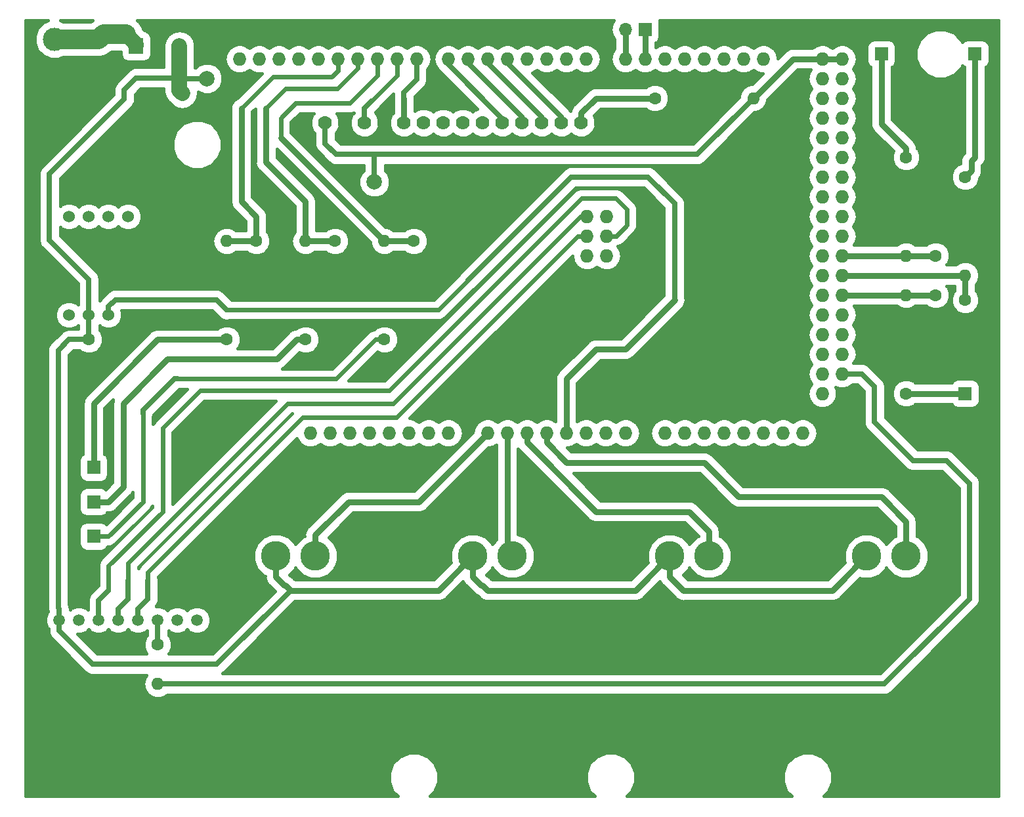
<source format=gbr>
G04 #@! TF.GenerationSoftware,KiCad,Pcbnew,5.0.2+dfsg1-1~bpo9+1*
G04 #@! TF.CreationDate,2020-04-10T19:56:35-04:00*
G04 #@! TF.ProjectId,eventArduinoMega,6576656e-7441-4726-9475-696e6f4d6567,rev?*
G04 #@! TF.SameCoordinates,Original*
G04 #@! TF.FileFunction,Copper,L1,Top*
G04 #@! TF.FilePolarity,Positive*
%FSLAX46Y46*%
G04 Gerber Fmt 4.6, Leading zero omitted, Abs format (unit mm)*
G04 Created by KiCad (PCBNEW 5.0.2+dfsg1-1~bpo9+1) date Fri 10 Apr 2020 07:56:35 PM EDT*
%MOMM*%
%LPD*%
G01*
G04 APERTURE LIST*
G04 #@! TA.AperFunction,ComponentPad*
%ADD10C,1.600000*%
G04 #@! TD*
G04 #@! TA.AperFunction,ComponentPad*
%ADD11O,1.600000X1.600000*%
G04 #@! TD*
G04 #@! TA.AperFunction,ComponentPad*
%ADD12C,1.500000*%
G04 #@! TD*
G04 #@! TA.AperFunction,ComponentPad*
%ADD13C,3.000000*%
G04 #@! TD*
G04 #@! TA.AperFunction,ComponentPad*
%ADD14R,3.000000X3.000000*%
G04 #@! TD*
G04 #@! TA.AperFunction,ComponentPad*
%ADD15O,1.700000X1.700000*%
G04 #@! TD*
G04 #@! TA.AperFunction,ComponentPad*
%ADD16R,1.700000X1.700000*%
G04 #@! TD*
G04 #@! TA.AperFunction,BGAPad,CuDef*
%ADD17C,3.810000*%
G04 #@! TD*
G04 #@! TA.AperFunction,ComponentPad*
%ADD18C,1.778000*%
G04 #@! TD*
G04 #@! TA.AperFunction,ComponentPad*
%ADD19O,1.905000X2.000000*%
G04 #@! TD*
G04 #@! TA.AperFunction,ComponentPad*
%ADD20R,1.905000X2.000000*%
G04 #@! TD*
G04 #@! TA.AperFunction,ComponentPad*
%ADD21O,1.727200X1.727200*%
G04 #@! TD*
G04 #@! TA.AperFunction,ComponentPad*
%ADD22C,1.524000*%
G04 #@! TD*
G04 #@! TA.AperFunction,ComponentPad*
%ADD23C,2.000000*%
G04 #@! TD*
G04 #@! TA.AperFunction,Conductor*
%ADD24C,2.500000*%
G04 #@! TD*
G04 #@! TA.AperFunction,Conductor*
%ADD25C,2.000000*%
G04 #@! TD*
G04 #@! TA.AperFunction,Conductor*
%ADD26C,0.762000*%
G04 #@! TD*
G04 #@! TA.AperFunction,Conductor*
%ADD27C,0.700000*%
G04 #@! TD*
G04 #@! TA.AperFunction,Conductor*
%ADD28C,0.558800*%
G04 #@! TD*
G04 #@! TA.AperFunction,Conductor*
%ADD29C,0.381000*%
G04 #@! TD*
G04 #@! TA.AperFunction,NonConductor*
%ADD30C,0.381000*%
G04 #@! TD*
G04 APERTURE END LIST*
D10*
G04 #@! TO.P,REF\002A\002A,1*
G04 #@! TO.N,/cs*
X47625000Y-107315000D03*
D11*
G04 #@! TO.P,REF\002A\002A,2*
X47625000Y-112395000D03*
G04 #@! TD*
D12*
G04 #@! TO.P,U2,9*
G04 #@! TO.N,GND*
X32385000Y-104140000D03*
G04 #@! TO.P,U2,8*
G04 #@! TO.N,+5V*
X34925000Y-104140000D03*
G04 #@! TO.P,U2,7*
G04 #@! TO.N,Net-(U2-Pad7)*
X37465000Y-104140000D03*
G04 #@! TO.P,U2,6*
G04 #@! TO.N,/di*
X40005000Y-104140000D03*
G04 #@! TO.P,U2,5*
G04 #@! TO.N,/do*
X42545000Y-104140000D03*
G04 #@! TO.P,U2,4*
G04 #@! TO.N,/clk*
X45085000Y-104140000D03*
G04 #@! TO.P,U2,3*
G04 #@! TO.N,/cs*
X47625000Y-104140000D03*
G04 #@! TO.P,U2,2*
G04 #@! TO.N,Net-(U2-Pad2)*
X50165000Y-104140000D03*
G04 #@! TO.P,U2,1*
G04 #@! TO.N,Net-(U2-Pad1)*
X52705000Y-104140000D03*
G04 #@! TD*
D11*
G04 #@! TO.P,REF\002A\002A,2*
G04 #@! TO.N,GND*
X90170000Y-88900000D03*
D10*
G04 #@! TO.P,REF\002A\002A,1*
X95250000Y-88900000D03*
G04 #@! TD*
D11*
G04 #@! TO.P,REF\002A\002A,2*
G04 #@! TO.N,GND*
X32385000Y-97790000D03*
D10*
G04 #@! TO.P,REF\002A\002A,1*
X37465000Y-97790000D03*
G04 #@! TD*
D11*
G04 #@! TO.P,REF\002A\002A,2*
G04 #@! TO.N,GND*
X106680000Y-87630000D03*
D10*
G04 #@! TO.P,REF\002A\002A,1*
X106680000Y-92710000D03*
G04 #@! TD*
G04 #@! TO.P,C6,2*
G04 #@! TO.N,GND*
X60325000Y-60245000D03*
G04 #@! TO.P,C6,1*
G04 #@! TO.N,/errLight*
X60325000Y-55245000D03*
G04 #@! TD*
G04 #@! TO.P,C5,2*
G04 #@! TO.N,GND*
X70485000Y-60245000D03*
G04 #@! TO.P,C5,1*
G04 #@! TO.N,/buzzer*
X70485000Y-55245000D03*
G04 #@! TD*
G04 #@! TO.P,C4,2*
G04 #@! TO.N,GND*
X80645000Y-60245000D03*
G04 #@! TO.P,C4,1*
G04 #@! TO.N,/limSw*
X80645000Y-55245000D03*
G04 #@! TD*
G04 #@! TO.P,C2,2*
G04 #@! TO.N,GND*
X40640000Y-33575000D03*
G04 #@! TO.P,C2,1*
G04 #@! TO.N,+12V*
X40640000Y-28575000D03*
G04 #@! TD*
G04 #@! TO.P,C3,2*
G04 #@! TO.N,GND*
X45800000Y-36195000D03*
G04 #@! TO.P,C3,1*
G04 #@! TO.N,+5V*
X50800000Y-36195000D03*
G04 #@! TD*
G04 #@! TO.P,C7,2*
G04 #@! TO.N,GND*
X147955000Y-52150000D03*
G04 #@! TO.P,C7,1*
G04 #@! TO.N,/button1*
X147955000Y-57150000D03*
G04 #@! TD*
G04 #@! TO.P,C8,2*
G04 #@! TO.N,GND*
X151765000Y-67865000D03*
G04 #@! TO.P,C8,1*
G04 #@! TO.N,/button2*
X151765000Y-62865000D03*
G04 #@! TD*
G04 #@! TO.P,C9,2*
G04 #@! TO.N,GND*
X43735000Y-67945000D03*
G04 #@! TO.P,C9,1*
G04 #@! TO.N,+5V*
X38735000Y-67945000D03*
G04 #@! TD*
D13*
G04 #@! TO.P,J1,2*
G04 #@! TO.N,+12V*
X34290000Y-29210000D03*
D14*
G04 #@! TO.P,J1,1*
G04 #@! TO.N,GND*
X34290000Y-34290000D03*
G04 #@! TD*
D15*
G04 #@! TO.P,J3,2*
G04 #@! TO.N,GND*
X36830000Y-93345000D03*
D16*
G04 #@! TO.P,J3,1*
G04 #@! TO.N,Net-(J3-Pad1)*
X39370000Y-93345000D03*
G04 #@! TD*
D15*
G04 #@! TO.P,J4,2*
G04 #@! TO.N,GND*
X36830000Y-88900000D03*
D16*
G04 #@! TO.P,J4,1*
G04 #@! TO.N,Net-(J4-Pad1)*
X39370000Y-88900000D03*
G04 #@! TD*
D15*
G04 #@! TO.P,J5,2*
G04 #@! TO.N,GND*
X36830000Y-84455000D03*
D16*
G04 #@! TO.P,J5,1*
G04 #@! TO.N,Net-(J5-Pad1)*
X39370000Y-84455000D03*
G04 #@! TD*
D15*
G04 #@! TO.P,J6,2*
G04 #@! TO.N,GND*
X140970000Y-28575000D03*
D16*
G04 #@! TO.P,J6,1*
G04 #@! TO.N,Net-(J6-Pad1)*
X140970000Y-31115000D03*
G04 #@! TD*
D15*
G04 #@! TO.P,J7,2*
G04 #@! TO.N,GND*
X153035000Y-28575000D03*
D16*
G04 #@! TO.P,J7,1*
G04 #@! TO.N,Net-(J7-Pad1)*
X153035000Y-31115000D03*
G04 #@! TD*
D11*
G04 #@! TO.P,R1,2*
G04 #@! TO.N,+5V*
X124460000Y-36830000D03*
D10*
G04 #@! TO.P,R1,1*
G04 #@! TO.N,Net-(R1-Pad1)*
X111760000Y-36830000D03*
G04 #@! TD*
D11*
G04 #@! TO.P,R2,2*
G04 #@! TO.N,/limSw*
X76835000Y-55245000D03*
D10*
G04 #@! TO.P,R2,1*
G04 #@! TO.N,Net-(J3-Pad1)*
X76835000Y-67945000D03*
G04 #@! TD*
D11*
G04 #@! TO.P,R3,2*
G04 #@! TO.N,/buzzer*
X66675000Y-55245000D03*
D10*
G04 #@! TO.P,R3,1*
G04 #@! TO.N,Net-(J4-Pad1)*
X66675000Y-67945000D03*
G04 #@! TD*
D11*
G04 #@! TO.P,R4,2*
G04 #@! TO.N,/errLight*
X56515000Y-55245000D03*
D10*
G04 #@! TO.P,R4,1*
G04 #@! TO.N,Net-(J5-Pad1)*
X56515000Y-67945000D03*
G04 #@! TD*
D11*
G04 #@! TO.P,R5,2*
G04 #@! TO.N,/button1*
X144145000Y-57150000D03*
D10*
G04 #@! TO.P,R5,1*
G04 #@! TO.N,Net-(J6-Pad1)*
X144145000Y-44450000D03*
G04 #@! TD*
D11*
G04 #@! TO.P,R6,2*
G04 #@! TO.N,/button2*
X151765000Y-59690000D03*
D10*
G04 #@! TO.P,R6,1*
G04 #@! TO.N,Net-(J7-Pad1)*
X151765000Y-46990000D03*
G04 #@! TD*
D17*
G04 #@! TO.P,RV1,3*
G04 #@! TO.N,GND*
X73025000Y-95885000D03*
G04 #@! TO.P,RV1,2*
G04 #@! TO.N,/pot1*
X67945000Y-95885000D03*
G04 #@! TO.P,RV1,1*
G04 #@! TO.N,+5V*
X62865000Y-95885000D03*
G04 #@! TD*
G04 #@! TO.P,RV2,3*
G04 #@! TO.N,GND*
X98425000Y-95885000D03*
G04 #@! TO.P,RV2,2*
G04 #@! TO.N,/pot2*
X93345000Y-95885000D03*
G04 #@! TO.P,RV2,1*
G04 #@! TO.N,+5V*
X88265000Y-95885000D03*
G04 #@! TD*
G04 #@! TO.P,RV3,3*
G04 #@! TO.N,GND*
X123825000Y-95885000D03*
G04 #@! TO.P,RV3,2*
G04 #@! TO.N,/pot3*
X118745000Y-95885000D03*
G04 #@! TO.P,RV3,1*
G04 #@! TO.N,+5V*
X113665000Y-95885000D03*
G04 #@! TD*
G04 #@! TO.P,RV4,3*
G04 #@! TO.N,GND*
X149225000Y-95885000D03*
G04 #@! TO.P,RV4,2*
G04 #@! TO.N,/pot4*
X144145000Y-95885000D03*
G04 #@! TO.P,RV4,1*
G04 #@! TO.N,+5V*
X139065000Y-95885000D03*
G04 #@! TD*
D18*
G04 #@! TO.P,U3,16*
G04 #@! TO.N,GND*
X104775000Y-40005000D03*
G04 #@! TO.P,U3,15*
G04 #@! TO.N,Net-(R1-Pad1)*
X102235000Y-40005000D03*
G04 #@! TO.P,U3,14*
G04 #@! TO.N,/db7*
X99695000Y-40005000D03*
G04 #@! TO.P,U3,13*
G04 #@! TO.N,/db6*
X97155000Y-40005000D03*
G04 #@! TO.P,U3,12*
G04 #@! TO.N,/db5*
X94615000Y-40005000D03*
G04 #@! TO.P,U3,11*
G04 #@! TO.N,/db4*
X92075000Y-40005000D03*
G04 #@! TO.P,U3,10*
G04 #@! TO.N,Net-(U3-Pad10)*
X89535000Y-40005000D03*
G04 #@! TO.P,U3,9*
G04 #@! TO.N,Net-(U3-Pad9)*
X86995000Y-40005000D03*
G04 #@! TO.P,U3,8*
G04 #@! TO.N,Net-(U3-Pad8)*
X84455000Y-40005000D03*
G04 #@! TO.P,U3,7*
G04 #@! TO.N,Net-(U3-Pad7)*
X81915000Y-40005000D03*
G04 #@! TO.P,U3,6*
G04 #@! TO.N,/e*
X79375000Y-40005000D03*
G04 #@! TO.P,U3,5*
G04 #@! TO.N,GND*
X76835000Y-40005000D03*
G04 #@! TO.P,U3,4*
G04 #@! TO.N,/rs*
X74295000Y-40005000D03*
G04 #@! TO.P,U3,3*
G04 #@! TO.N,GND*
X71755000Y-40005000D03*
G04 #@! TO.P,U3,2*
G04 #@! TO.N,+5V*
X69215000Y-40005000D03*
G04 #@! TO.P,U3,1*
G04 #@! TO.N,GND*
X66675000Y-40005000D03*
G04 #@! TD*
D10*
G04 #@! TO.P,C10,2*
G04 #@! TO.N,GND*
X147955000Y-67230000D03*
G04 #@! TO.P,C10,1*
G04 #@! TO.N,/button3*
X147955000Y-62230000D03*
G04 #@! TD*
D15*
G04 #@! TO.P,J8,2*
G04 #@! TO.N,GND*
X151765000Y-77470000D03*
D16*
G04 #@! TO.P,J8,1*
G04 #@! TO.N,Net-(J8-Pad1)*
X151765000Y-74930000D03*
G04 #@! TD*
D11*
G04 #@! TO.P,R7,2*
G04 #@! TO.N,/button3*
X144145000Y-62230000D03*
D10*
G04 #@! TO.P,R7,1*
G04 #@! TO.N,Net-(J8-Pad1)*
X144145000Y-74930000D03*
G04 #@! TD*
D15*
G04 #@! TO.P,J2,3*
G04 #@! TO.N,GND*
X105410000Y-27940000D03*
G04 #@! TO.P,J2,2*
G04 #@! TO.N,/roboClaw2*
X107950000Y-27940000D03*
D16*
G04 #@! TO.P,J2,1*
G04 #@! TO.N,/roboClaw1*
X110490000Y-27940000D03*
G04 #@! TD*
D19*
G04 #@! TO.P,U1,3*
G04 #@! TO.N,+5V*
X50419000Y-30099000D03*
G04 #@! TO.P,U1,2*
G04 #@! TO.N,GND*
X47625000Y-30099000D03*
D20*
G04 #@! TO.P,U1,1*
G04 #@! TO.N,+12V*
X44831000Y-30099000D03*
G04 #@! TD*
D21*
G04 #@! TO.P,XA1,MISO*
G04 #@! TO.N,/do*
X102997000Y-52070000D03*
G04 #@! TO.P,XA1,GND6*
G04 #@! TO.N,GND*
X135890000Y-74930000D03*
G04 #@! TO.P,XA1,GND5*
G04 #@! TO.N,Net-(XA1-PadGND5)*
X133350000Y-74930000D03*
G04 #@! TO.P,XA1,D53*
G04 #@! TO.N,/cs*
X135890000Y-72390000D03*
G04 #@! TO.P,XA1,D52*
G04 #@! TO.N,Net-(XA1-PadD52)*
X133350000Y-72390000D03*
G04 #@! TO.P,XA1,D51*
G04 #@! TO.N,Net-(XA1-PadD51)*
X135890000Y-69850000D03*
G04 #@! TO.P,XA1,D50*
G04 #@! TO.N,Net-(XA1-PadD50)*
X133350000Y-69850000D03*
G04 #@! TO.P,XA1,D49*
G04 #@! TO.N,Net-(XA1-PadD49)*
X135890000Y-67310000D03*
G04 #@! TO.P,XA1,D48*
G04 #@! TO.N,Net-(XA1-PadD48)*
X133350000Y-67310000D03*
G04 #@! TO.P,XA1,D47*
G04 #@! TO.N,Net-(XA1-PadD47)*
X135890000Y-64770000D03*
G04 #@! TO.P,XA1,D46*
G04 #@! TO.N,Net-(XA1-PadD46)*
X133350000Y-64770000D03*
G04 #@! TO.P,XA1,D45*
G04 #@! TO.N,/button3*
X135890000Y-62230000D03*
G04 #@! TO.P,XA1,D44*
G04 #@! TO.N,Net-(XA1-PadD44)*
X133350000Y-62230000D03*
G04 #@! TO.P,XA1,D43*
G04 #@! TO.N,/button2*
X135890000Y-59690000D03*
G04 #@! TO.P,XA1,D42*
G04 #@! TO.N,Net-(XA1-PadD42)*
X133350000Y-59690000D03*
G04 #@! TO.P,XA1,D41*
G04 #@! TO.N,/button1*
X135890000Y-57150000D03*
G04 #@! TO.P,XA1,D40*
G04 #@! TO.N,Net-(XA1-PadD40)*
X133350000Y-57150000D03*
G04 #@! TO.P,XA1,D39*
G04 #@! TO.N,Net-(XA1-PadD39)*
X135890000Y-54610000D03*
G04 #@! TO.P,XA1,D38*
G04 #@! TO.N,Net-(XA1-PadD38)*
X133350000Y-54610000D03*
G04 #@! TO.P,XA1,D37*
G04 #@! TO.N,Net-(XA1-PadD37)*
X135890000Y-52070000D03*
G04 #@! TO.P,XA1,D36*
G04 #@! TO.N,Net-(XA1-PadD36)*
X133350000Y-52070000D03*
G04 #@! TO.P,XA1,D35*
G04 #@! TO.N,Net-(XA1-PadD35)*
X135890000Y-49530000D03*
G04 #@! TO.P,XA1,D34*
G04 #@! TO.N,Net-(XA1-PadD34)*
X133350000Y-49530000D03*
G04 #@! TO.P,XA1,D33*
G04 #@! TO.N,Net-(XA1-PadD33)*
X135890000Y-46990000D03*
G04 #@! TO.P,XA1,D32*
G04 #@! TO.N,Net-(XA1-PadD32)*
X133350000Y-46990000D03*
G04 #@! TO.P,XA1,D31*
G04 #@! TO.N,Net-(XA1-PadD31)*
X135890000Y-44450000D03*
G04 #@! TO.P,XA1,D30*
G04 #@! TO.N,Net-(XA1-PadD30)*
X133350000Y-44450000D03*
G04 #@! TO.P,XA1,D29*
G04 #@! TO.N,Net-(XA1-PadD29)*
X135890000Y-41910000D03*
G04 #@! TO.P,XA1,D28*
G04 #@! TO.N,Net-(XA1-PadD28)*
X133350000Y-41910000D03*
G04 #@! TO.P,XA1,D27*
G04 #@! TO.N,Net-(XA1-PadD27)*
X135890000Y-39370000D03*
G04 #@! TO.P,XA1,D26*
G04 #@! TO.N,Net-(XA1-PadD26)*
X133350000Y-39370000D03*
G04 #@! TO.P,XA1,D25*
G04 #@! TO.N,Net-(XA1-PadD25)*
X135890000Y-36830000D03*
G04 #@! TO.P,XA1,D24*
G04 #@! TO.N,Net-(XA1-PadD24)*
X133350000Y-36830000D03*
G04 #@! TO.P,XA1,D23*
G04 #@! TO.N,Net-(XA1-PadD23)*
X135890000Y-34290000D03*
G04 #@! TO.P,XA1,D22*
G04 #@! TO.N,Net-(XA1-PadD22)*
X133350000Y-34290000D03*
G04 #@! TO.P,XA1,5V4*
G04 #@! TO.N,+5V*
X135890000Y-31750000D03*
G04 #@! TO.P,XA1,5V3*
X133350000Y-31750000D03*
G04 #@! TO.P,XA1,A15*
G04 #@! TO.N,Net-(XA1-PadA15)*
X130810000Y-80010000D03*
G04 #@! TO.P,XA1,A14*
G04 #@! TO.N,Net-(XA1-PadA14)*
X128270000Y-80010000D03*
G04 #@! TO.P,XA1,A13*
G04 #@! TO.N,Net-(XA1-PadA13)*
X125730000Y-80010000D03*
G04 #@! TO.P,XA1,A12*
G04 #@! TO.N,Net-(XA1-PadA12)*
X123190000Y-80010000D03*
G04 #@! TO.P,XA1,A11*
G04 #@! TO.N,Net-(XA1-PadA11)*
X120650000Y-80010000D03*
G04 #@! TO.P,XA1,A10*
G04 #@! TO.N,Net-(XA1-PadA10)*
X118110000Y-80010000D03*
G04 #@! TO.P,XA1,A9*
G04 #@! TO.N,Net-(XA1-PadA9)*
X115570000Y-80010000D03*
G04 #@! TO.P,XA1,A8*
G04 #@! TO.N,Net-(XA1-PadA8)*
X113030000Y-80010000D03*
G04 #@! TO.P,XA1,A7*
G04 #@! TO.N,Net-(XA1-PadA7)*
X107950000Y-80010000D03*
G04 #@! TO.P,XA1,A6*
G04 #@! TO.N,Net-(XA1-PadA6)*
X105410000Y-80010000D03*
G04 #@! TO.P,XA1,A5*
G04 #@! TO.N,Net-(XA1-PadA5)*
X102870000Y-80010000D03*
G04 #@! TO.P,XA1,A4*
G04 #@! TO.N,/pressure*
X100330000Y-80010000D03*
G04 #@! TO.P,XA1,A3*
G04 #@! TO.N,/pot4*
X97790000Y-80010000D03*
G04 #@! TO.P,XA1,A2*
G04 #@! TO.N,/pot3*
X95250000Y-80010000D03*
G04 #@! TO.P,XA1,A1*
G04 #@! TO.N,/pot2*
X92710000Y-80010000D03*
G04 #@! TO.P,XA1,*
G04 #@! TO.N,*
X67310000Y-80010000D03*
G04 #@! TO.P,XA1,D11*
G04 #@! TO.N,/buzzer*
X73406000Y-31750000D03*
G04 #@! TO.P,XA1,D12*
G04 #@! TO.N,/errLight*
X70866000Y-31750000D03*
G04 #@! TO.P,XA1,D13*
G04 #@! TO.N,Net-(XA1-PadD13)*
X68326000Y-31750000D03*
G04 #@! TO.P,XA1,AREF*
G04 #@! TO.N,Net-(XA1-PadAREF)*
X63246000Y-31750000D03*
G04 #@! TO.P,XA1,SDA*
G04 #@! TO.N,Net-(XA1-PadSDA)*
X60706000Y-31750000D03*
G04 #@! TO.P,XA1,SCL*
G04 #@! TO.N,Net-(XA1-PadSCL)*
X58166000Y-31750000D03*
G04 #@! TO.P,XA1,D10*
G04 #@! TO.N,/limSw*
X75946000Y-31750000D03*
G04 #@! TO.P,XA1,D9*
G04 #@! TO.N,/rs*
X78486000Y-31750000D03*
G04 #@! TO.P,XA1,D8*
G04 #@! TO.N,/e*
X81026000Y-31750000D03*
G04 #@! TO.P,XA1,GND1*
G04 #@! TO.N,Net-(XA1-PadGND1)*
X65786000Y-31750000D03*
G04 #@! TO.P,XA1,D7*
G04 #@! TO.N,/db4*
X85090000Y-31750000D03*
G04 #@! TO.P,XA1,D6*
G04 #@! TO.N,/db5*
X87630000Y-31750000D03*
G04 #@! TO.P,XA1,D5*
G04 #@! TO.N,/db6*
X90170000Y-31750000D03*
G04 #@! TO.P,XA1,D4*
G04 #@! TO.N,/db7*
X92710000Y-31750000D03*
G04 #@! TO.P,XA1,D3*
G04 #@! TO.N,Net-(XA1-PadD3)*
X95250000Y-31750000D03*
G04 #@! TO.P,XA1,D2*
G04 #@! TO.N,Net-(XA1-PadD2)*
X97790000Y-31750000D03*
G04 #@! TO.P,XA1,D1*
G04 #@! TO.N,Net-(XA1-PadD1)*
X100330000Y-31750000D03*
G04 #@! TO.P,XA1,D0*
G04 #@! TO.N,Net-(XA1-PadD0)*
X102870000Y-31750000D03*
G04 #@! TO.P,XA1,D14*
G04 #@! TO.N,/roboClaw2*
X107950000Y-31750000D03*
G04 #@! TO.P,XA1,D15*
G04 #@! TO.N,/roboClaw1*
X110490000Y-31750000D03*
G04 #@! TO.P,XA1,D16*
G04 #@! TO.N,Net-(XA1-PadD16)*
X113030000Y-31750000D03*
G04 #@! TO.P,XA1,D17*
G04 #@! TO.N,Net-(XA1-PadD17)*
X115570000Y-31750000D03*
G04 #@! TO.P,XA1,D18*
G04 #@! TO.N,Net-(XA1-PadD18)*
X118110000Y-31750000D03*
G04 #@! TO.P,XA1,D19*
G04 #@! TO.N,Net-(XA1-PadD19)*
X120650000Y-31750000D03*
G04 #@! TO.P,XA1,D20*
G04 #@! TO.N,Net-(XA1-PadD20)*
X123190000Y-31750000D03*
G04 #@! TO.P,XA1,D21*
G04 #@! TO.N,Net-(XA1-PadD21)*
X125730000Y-31750000D03*
G04 #@! TO.P,XA1,IORF*
G04 #@! TO.N,Net-(XA1-PadIORF)*
X69850000Y-80010000D03*
G04 #@! TO.P,XA1,RST1*
G04 #@! TO.N,Net-(XA1-PadRST1)*
X72390000Y-80010000D03*
G04 #@! TO.P,XA1,3V3*
G04 #@! TO.N,Net-(XA1-Pad3V3)*
X74930000Y-80010000D03*
G04 #@! TO.P,XA1,5V1*
G04 #@! TO.N,Net-(XA1-Pad5V1)*
X77470000Y-80010000D03*
G04 #@! TO.P,XA1,GND2*
G04 #@! TO.N,Net-(XA1-PadGND2)*
X80010000Y-80010000D03*
G04 #@! TO.P,XA1,GND3*
G04 #@! TO.N,Net-(XA1-PadGND3)*
X82550000Y-80010000D03*
G04 #@! TO.P,XA1,VIN*
G04 #@! TO.N,Net-(XA1-PadVIN)*
X85090000Y-80010000D03*
G04 #@! TO.P,XA1,A0*
G04 #@! TO.N,/pot1*
X90170000Y-80010000D03*
G04 #@! TO.P,XA1,5V2*
G04 #@! TO.N,Net-(XA1-Pad5V2)*
X105537000Y-52070000D03*
G04 #@! TO.P,XA1,SCK*
G04 #@! TO.N,/clk*
X102997000Y-54610000D03*
G04 #@! TO.P,XA1,MOSI*
G04 #@! TO.N,/di*
X105537000Y-54610000D03*
G04 #@! TO.P,XA1,GND4*
G04 #@! TO.N,Net-(XA1-PadGND4)*
X105537000Y-57150000D03*
G04 #@! TO.P,XA1,RST2*
G04 #@! TO.N,Net-(XA1-PadRST2)*
X102997000Y-57150000D03*
G04 #@! TD*
D11*
G04 #@! TO.P,REF\002A\002A,2*
G04 #@! TO.N,GND*
X132080000Y-85725000D03*
D10*
G04 #@! TO.P,REF\002A\002A,1*
X132080000Y-90805000D03*
G04 #@! TD*
D22*
G04 #@! TO.P,U4,8*
G04 #@! TO.N,Net-(U4-Pad8)*
X36195000Y-52070000D03*
G04 #@! TO.P,U4,7*
G04 #@! TO.N,Net-(U4-Pad7)*
X38735000Y-52070000D03*
G04 #@! TO.P,U4,6*
G04 #@! TO.N,Net-(U4-Pad6)*
X41275000Y-52070000D03*
G04 #@! TO.P,U4,5*
G04 #@! TO.N,Net-(U4-Pad5)*
X43815000Y-52070000D03*
G04 #@! TO.P,U4,4*
G04 #@! TO.N,GND*
X43815000Y-64770000D03*
G04 #@! TO.P,U4,3*
G04 #@! TO.N,/pressure*
X41275000Y-64770000D03*
G04 #@! TO.P,U4,2*
G04 #@! TO.N,+5V*
X38735000Y-64770000D03*
G04 #@! TO.P,U4,1*
G04 #@! TO.N,Net-(U4-Pad1)*
X36195000Y-64770000D03*
G04 #@! TD*
D23*
G04 #@! TO.P,REF\002A\002A,1*
G04 #@! TO.N,+5V*
X75565000Y-47625000D03*
G04 #@! TD*
G04 #@! TO.P,REF\002A\002A,1*
G04 #@! TO.N,+5V*
X53975000Y-34290000D03*
G04 #@! TD*
D24*
G04 #@! TO.N,+12V*
X40005000Y-29210000D02*
X40640000Y-28575000D01*
X34290000Y-29210000D02*
X40005000Y-29210000D01*
X40640000Y-28575000D02*
X43561000Y-28575000D01*
D25*
X44831000Y-29845000D02*
X43561000Y-28575000D01*
X44831000Y-30099000D02*
X44831000Y-29845000D01*
D26*
G04 #@! TO.N,+5V*
X132715000Y-31750000D02*
X133350000Y-31750000D01*
X133350000Y-31750000D02*
X135890000Y-31750000D01*
X62865000Y-98579076D02*
X63980924Y-99695000D01*
X62865000Y-95885000D02*
X62865000Y-98579076D01*
X63980924Y-99695000D02*
X64135000Y-99695000D01*
X64135000Y-99695000D02*
X64770000Y-100330000D01*
X83820000Y-100330000D02*
X88265000Y-95885000D01*
X64770000Y-100330000D02*
X83820000Y-100330000D01*
X88265000Y-98579076D02*
X89380924Y-99695000D01*
X88265000Y-95885000D02*
X88265000Y-98579076D01*
X89380924Y-99695000D02*
X89535000Y-99695000D01*
X89535000Y-99695000D02*
X90170000Y-100330000D01*
X109220000Y-100330000D02*
X113665000Y-95885000D01*
X90170000Y-100330000D02*
X109220000Y-100330000D01*
X113665000Y-98579076D02*
X115415924Y-100330000D01*
X113665000Y-95885000D02*
X113665000Y-98579076D01*
X134620000Y-100330000D02*
X139065000Y-95885000D01*
X115415924Y-100330000D02*
X134620000Y-100330000D01*
X129540000Y-31750000D02*
X133350000Y-31750000D01*
X124460000Y-36830000D02*
X129540000Y-31750000D01*
D27*
X43307000Y-36957000D02*
X33655000Y-46609000D01*
X33655000Y-46609000D02*
X33655000Y-55118000D01*
X44845663Y-34206799D02*
X50081799Y-34206799D01*
X43307000Y-35745462D02*
X44845663Y-34206799D01*
X43307000Y-36957000D02*
X43307000Y-35745462D01*
X124460000Y-36830000D02*
X117221000Y-44069000D01*
X69215000Y-42672000D02*
X69215000Y-40005000D01*
X70612000Y-44069000D02*
X69215000Y-42672000D01*
D25*
X50419000Y-35814000D02*
X50800000Y-36195000D01*
D27*
X34925000Y-102725787D02*
X34925000Y-104140000D01*
X34791799Y-102592586D02*
X34925000Y-102725787D01*
X34791799Y-69348201D02*
X34791799Y-102592586D01*
X38735000Y-67945000D02*
X38735000Y-64770000D01*
X38735000Y-60198000D02*
X33655000Y-55118000D01*
X38735000Y-64770000D02*
X38735000Y-60198000D01*
X34791799Y-69348201D02*
X36195000Y-67945000D01*
X36195000Y-67945000D02*
X38735000Y-67945000D01*
X75565000Y-47625000D02*
X75565000Y-44069000D01*
X75565000Y-44069000D02*
X70612000Y-44069000D01*
X117221000Y-44069000D02*
X75565000Y-44069000D01*
X53975000Y-34290000D02*
X50419000Y-34290000D01*
D25*
X50419000Y-34290000D02*
X50419000Y-35814000D01*
X50419000Y-30099000D02*
X50419000Y-34290000D01*
D27*
X39225787Y-109855000D02*
X34925000Y-105554213D01*
X34925000Y-105554213D02*
X34925000Y-104140000D01*
X55245000Y-109855000D02*
X39225787Y-109855000D01*
X64770000Y-100330000D02*
X55245000Y-109855000D01*
D28*
G04 #@! TO.N,/limSw*
X75946000Y-31750000D02*
X75946000Y-33909000D01*
X75946000Y-33909000D02*
X72390000Y-37465000D01*
X72390000Y-37465000D02*
X65405000Y-37465000D01*
X65405000Y-37465000D02*
X63500000Y-39370000D01*
D26*
X63500000Y-41910000D02*
X76835000Y-55245000D01*
D28*
X63500000Y-39370000D02*
X63500000Y-41910000D01*
D26*
X76835000Y-55245000D02*
X80645000Y-55245000D01*
D28*
G04 #@! TO.N,/buzzer*
X73406000Y-32971314D02*
X70817314Y-35560000D01*
X73406000Y-31750000D02*
X73406000Y-32971314D01*
X70817314Y-35560000D02*
X64135000Y-35560000D01*
X64135000Y-35560000D02*
X61595000Y-38100000D01*
D26*
X61595000Y-38100000D02*
X61595000Y-45085000D01*
X66675000Y-50165000D02*
X66675000Y-55245000D01*
X61595000Y-45085000D02*
X66675000Y-50165000D01*
X66675000Y-55245000D02*
X70485000Y-55245000D01*
D28*
G04 #@! TO.N,/errLight*
X70078610Y-34061390D02*
X70053220Y-34036000D01*
X70053220Y-34036000D02*
X62484000Y-34036000D01*
X70866000Y-33274000D02*
X70078610Y-34061390D01*
X70866000Y-31750000D02*
X70866000Y-33274000D01*
X62484000Y-34036000D02*
X58420000Y-38100000D01*
D26*
X60325000Y-55245000D02*
X56515000Y-55245000D01*
X58420000Y-50165000D02*
X60325000Y-52070000D01*
X60325000Y-52070000D02*
X60325000Y-55245000D01*
X58420000Y-38100000D02*
X58420000Y-50165000D01*
G04 #@! TO.N,/button1*
X147955000Y-57150000D02*
X144145000Y-57150000D01*
X144145000Y-57150000D02*
X135890000Y-57150000D01*
G04 #@! TO.N,/button2*
X151765000Y-62865000D02*
X151765000Y-59690000D01*
X135890000Y-59690000D02*
X151765000Y-59690000D01*
G04 #@! TO.N,/roboClaw1*
X110490000Y-27940000D02*
X110490000Y-31750000D01*
G04 #@! TO.N,/roboClaw2*
X107950000Y-27940000D02*
X107950000Y-31750000D01*
D28*
G04 #@! TO.N,Net-(J3-Pad1)*
X75703630Y-67945000D02*
X70623630Y-73025000D01*
X76835000Y-67945000D02*
X75703630Y-67945000D01*
X70623630Y-73025000D02*
X50165000Y-73025000D01*
X45720000Y-77470000D02*
X45720000Y-88900000D01*
X41275000Y-93345000D02*
X39370000Y-93345000D01*
X45720000Y-88900000D02*
X41275000Y-93345000D01*
D27*
X50165000Y-73025000D02*
X49784000Y-73025000D01*
X45720000Y-77089000D02*
X45720000Y-77470000D01*
X49784000Y-73025000D02*
X45720000Y-77089000D01*
D26*
G04 #@! TO.N,Net-(J4-Pad1)*
X65543630Y-67945000D02*
X63003630Y-70485000D01*
X66675000Y-67945000D02*
X65543630Y-67945000D01*
X63003630Y-70485000D02*
X48895000Y-70485000D01*
X48895000Y-70485000D02*
X43180000Y-76200000D01*
X43180000Y-76200000D02*
X43180000Y-86995000D01*
X41275000Y-88900000D02*
X39370000Y-88900000D01*
X43180000Y-86995000D02*
X41275000Y-88900000D01*
G04 #@! TO.N,Net-(J5-Pad1)*
X56515000Y-67945000D02*
X47625000Y-67945000D01*
X39370000Y-76200000D02*
X39370000Y-84455000D01*
X47625000Y-67945000D02*
X39370000Y-76200000D01*
G04 #@! TO.N,Net-(J6-Pad1)*
X144145000Y-43318630D02*
X140970000Y-40143630D01*
X144145000Y-44450000D02*
X144145000Y-43318630D01*
X140970000Y-40143630D02*
X140970000Y-31115000D01*
G04 #@! TO.N,Net-(J7-Pad1)*
X152564999Y-46190001D02*
X152564999Y-44920001D01*
X151765000Y-46990000D02*
X152564999Y-46190001D01*
X153035000Y-44450000D02*
X153035000Y-31115000D01*
X152564999Y-44920001D02*
X153035000Y-44450000D01*
G04 #@! TO.N,Net-(R1-Pad1)*
X102235000Y-38735000D02*
X102235000Y-40005000D01*
X104140000Y-36830000D02*
X102235000Y-38735000D01*
X111760000Y-36830000D02*
X104140000Y-36830000D01*
G04 #@! TO.N,/pressure*
X104140000Y-69215000D02*
X100330000Y-73025000D01*
X100330000Y-73025000D02*
X100330000Y-80010000D01*
X107950000Y-69215000D02*
X104140000Y-69215000D01*
X114300000Y-62865000D02*
X107950000Y-69215000D01*
D28*
X83820000Y-64135000D02*
X87630000Y-60325000D01*
X56515000Y-64135000D02*
X83820000Y-64135000D01*
D27*
X100965000Y-46990000D02*
X87630000Y-60325000D01*
X110871000Y-46990000D02*
X100965000Y-46990000D01*
X114300000Y-50419000D02*
X110871000Y-46990000D01*
X114300000Y-62865000D02*
X114300000Y-50419000D01*
X55199799Y-62819799D02*
X56515000Y-64135000D01*
X42147571Y-62819799D02*
X55199799Y-62819799D01*
X41275000Y-63692370D02*
X42147571Y-62819799D01*
X41275000Y-64770000D02*
X41275000Y-63692370D01*
D28*
G04 #@! TO.N,/di*
X41275000Y-97155000D02*
X41275000Y-100330000D01*
X48260000Y-90170000D02*
X41275000Y-97155000D01*
X48260000Y-79375000D02*
X48260000Y-90170000D01*
X108153001Y-51159361D02*
X106726641Y-49733001D01*
X53085990Y-74549010D02*
X48260000Y-79375000D01*
X108153001Y-53215313D02*
X108153001Y-51159361D01*
X102282274Y-49733001D02*
X77466265Y-74549010D01*
X105537000Y-54610000D02*
X106758314Y-54610000D01*
X106726641Y-49733001D02*
X102282274Y-49733001D01*
X106758314Y-54610000D02*
X108153001Y-53215313D01*
X77466265Y-74549010D02*
X53085990Y-74549010D01*
D27*
X40005000Y-101600000D02*
X41275000Y-100330000D01*
X40005000Y-104140000D02*
X40005000Y-101600000D01*
D28*
G04 #@! TO.N,/clk*
X46355000Y-97995230D02*
X46355000Y-99072765D01*
X102997000Y-54610000D02*
X101775686Y-54610000D01*
X101775686Y-54610000D02*
X78382287Y-78003399D01*
X78382287Y-78003399D02*
X66346831Y-78003399D01*
X66346831Y-78003399D02*
X46355000Y-97995230D01*
D27*
X46355000Y-101455787D02*
X46355000Y-99072765D01*
X45085000Y-102725787D02*
X46355000Y-101455787D01*
X45085000Y-104140000D02*
X45085000Y-102725787D01*
D26*
G04 #@! TO.N,/pot1*
X67945000Y-93190924D02*
X72235924Y-88900000D01*
X67945000Y-95885000D02*
X67945000Y-93190924D01*
X81280000Y-88900000D02*
X90170000Y-80010000D01*
X72235924Y-88900000D02*
X81280000Y-88900000D01*
D27*
G04 #@! TO.N,/db7*
X92710000Y-32246666D02*
X92710000Y-31750000D01*
X99695000Y-39231666D02*
X92710000Y-32246666D01*
X99695000Y-40005000D02*
X99695000Y-39231666D01*
G04 #@! TO.N,/db6*
X90170000Y-32246666D02*
X90170000Y-31750000D01*
X97155000Y-39231666D02*
X90170000Y-32246666D01*
X97155000Y-40005000D02*
X97155000Y-39231666D01*
G04 #@! TO.N,/db5*
X87630000Y-32246666D02*
X87630000Y-31750000D01*
X94615000Y-39231666D02*
X87630000Y-32246666D01*
X94615000Y-40005000D02*
X94615000Y-39231666D01*
G04 #@! TO.N,/db4*
X85090000Y-32485742D02*
X85090000Y-31750000D01*
X92075000Y-39470742D02*
X85090000Y-32485742D01*
X92075000Y-40005000D02*
X92075000Y-39470742D01*
D26*
G04 #@! TO.N,/e*
X79375000Y-40005000D02*
X79375000Y-36830000D01*
D27*
X79375000Y-36830000D02*
X79375000Y-36068000D01*
X79375000Y-36068000D02*
X81026000Y-34417000D01*
X81026000Y-34417000D02*
X81026000Y-31750000D01*
D28*
G04 #@! TO.N,/rs*
X78486000Y-33909000D02*
X78486000Y-31750000D01*
X75183999Y-37211001D02*
X78486000Y-33909000D01*
D27*
X74295000Y-38100000D02*
X75183999Y-37211001D01*
X74295000Y-40005000D02*
X74295000Y-38100000D01*
D26*
G04 #@! TO.N,/pot2*
X92710000Y-95250000D02*
X93345000Y-95885000D01*
X92710000Y-80010000D02*
X92710000Y-95250000D01*
G04 #@! TO.N,/pot3*
X95250000Y-80010000D02*
X95250000Y-81231314D01*
X118745000Y-92710000D02*
X118745000Y-95885000D01*
X104188686Y-90170000D02*
X116205000Y-90170000D01*
X95250000Y-81231314D02*
X104188686Y-90170000D01*
X116205000Y-90170000D02*
X118745000Y-92710000D01*
G04 #@! TO.N,/pot4*
X97790000Y-81231314D02*
X100378686Y-83820000D01*
X97790000Y-80010000D02*
X97790000Y-81231314D01*
X100378686Y-83820000D02*
X118110000Y-83820000D01*
X118110000Y-83820000D02*
X122555000Y-88265000D01*
X122555000Y-88265000D02*
X140970000Y-88265000D01*
X140970000Y-88265000D02*
X144145000Y-91440000D01*
X144145000Y-91440000D02*
X144145000Y-95885000D01*
D27*
G04 #@! TO.N,/cs*
X47625000Y-107315000D02*
X47625000Y-104140000D01*
X140081000Y-74041000D02*
X138430000Y-72390000D01*
X145034000Y-83566000D02*
X140081000Y-78613000D01*
X140081000Y-78613000D02*
X140081000Y-74041000D01*
X149352000Y-83566000D02*
X145034000Y-83566000D01*
X47625000Y-112395000D02*
X141351000Y-112395000D01*
X138430000Y-72390000D02*
X135890000Y-72390000D01*
X141351000Y-112395000D02*
X152318201Y-101427799D01*
X152318201Y-101427799D02*
X152318201Y-86532201D01*
X152318201Y-86532201D02*
X149352000Y-83566000D01*
D28*
G04 #@! TO.N,/do*
X64385275Y-76200000D02*
X43815000Y-96770275D01*
X78030411Y-76200000D02*
X64385275Y-76200000D01*
X102160411Y-52070000D02*
X78030411Y-76200000D01*
X102997000Y-52070000D02*
X102160411Y-52070000D01*
X43815000Y-96770275D02*
X43815000Y-99072765D01*
D27*
X43815000Y-101455787D02*
X43815000Y-99072765D01*
X42545000Y-102725787D02*
X43815000Y-101455787D01*
X42545000Y-104140000D02*
X42545000Y-102725787D01*
D26*
G04 #@! TO.N,/button3*
X147955000Y-62230000D02*
X144145000Y-62230000D01*
X135890000Y-62230000D02*
X144145000Y-62230000D01*
G04 #@! TO.N,Net-(J8-Pad1)*
X144145000Y-74930000D02*
X151765000Y-74930000D01*
G04 #@! TD*
D29*
G04 #@! TO.N,GND*
G36*
X32857607Y-27066272D02*
X32146272Y-27777607D01*
X31761300Y-28707010D01*
X31761300Y-29712990D01*
X32146272Y-30642393D01*
X32857607Y-31353728D01*
X33787010Y-31738700D01*
X34792990Y-31738700D01*
X35396542Y-31488700D01*
X39780571Y-31488700D01*
X40005000Y-31533342D01*
X40229429Y-31488700D01*
X40229430Y-31488700D01*
X40894104Y-31356488D01*
X41646580Y-30853700D01*
X42829647Y-30853700D01*
X42829647Y-31099000D01*
X42909486Y-31500379D01*
X43136849Y-31840651D01*
X43477121Y-32068014D01*
X43878500Y-32147853D01*
X44732509Y-32147853D01*
X44831000Y-32167444D01*
X44929490Y-32147853D01*
X45783500Y-32147853D01*
X46184879Y-32068014D01*
X46525151Y-31840651D01*
X46752514Y-31500379D01*
X46832353Y-31099000D01*
X46832353Y-30436289D01*
X46859700Y-30298806D01*
X46859700Y-30044804D01*
X46899444Y-29844999D01*
X46832353Y-29507712D01*
X46832353Y-29099000D01*
X46752514Y-28697621D01*
X46525151Y-28357349D01*
X46184879Y-28129986D01*
X45935370Y-28080356D01*
X45748850Y-27893836D01*
X45707488Y-27685896D01*
X45203851Y-26932149D01*
X45018797Y-26808500D01*
X106446551Y-26808500D01*
X106180304Y-27206968D01*
X106034495Y-27940000D01*
X106180304Y-28673032D01*
X106540300Y-29211805D01*
X106540301Y-30453715D01*
X106167493Y-31011661D01*
X106020628Y-31750000D01*
X106167493Y-32488339D01*
X106585728Y-33114272D01*
X107211661Y-33532507D01*
X107763627Y-33642300D01*
X108136373Y-33642300D01*
X108688339Y-33532507D01*
X109220000Y-33177263D01*
X109751661Y-33532507D01*
X110303627Y-33642300D01*
X110676373Y-33642300D01*
X111228339Y-33532507D01*
X111760000Y-33177263D01*
X112291661Y-33532507D01*
X112843627Y-33642300D01*
X113216373Y-33642300D01*
X113768339Y-33532507D01*
X114300000Y-33177263D01*
X114831661Y-33532507D01*
X115383627Y-33642300D01*
X115756373Y-33642300D01*
X116308339Y-33532507D01*
X116840000Y-33177263D01*
X117371661Y-33532507D01*
X117923627Y-33642300D01*
X118296373Y-33642300D01*
X118848339Y-33532507D01*
X119380000Y-33177263D01*
X119911661Y-33532507D01*
X120463627Y-33642300D01*
X120836373Y-33642300D01*
X121388339Y-33532507D01*
X121920000Y-33177263D01*
X122451661Y-33532507D01*
X123003627Y-33642300D01*
X123376373Y-33642300D01*
X123928339Y-33532507D01*
X124460000Y-33177263D01*
X124991661Y-33532507D01*
X125543627Y-33642300D01*
X125654084Y-33642300D01*
X124295084Y-35001300D01*
X124279891Y-35001300D01*
X123746477Y-35107403D01*
X123141581Y-35511581D01*
X122737403Y-36116477D01*
X122616642Y-36723582D01*
X116649925Y-42690300D01*
X75700789Y-42690300D01*
X75565000Y-42663290D01*
X75429211Y-42690300D01*
X71183076Y-42690300D01*
X70593700Y-42100924D01*
X70593700Y-41338338D01*
X70840748Y-41091290D01*
X71132700Y-40386454D01*
X71132700Y-39623546D01*
X70840748Y-38918710D01*
X70695138Y-38773100D01*
X72261170Y-38773100D01*
X72390000Y-38798726D01*
X72518830Y-38773100D01*
X72518835Y-38773100D01*
X72888366Y-38699596D01*
X72669252Y-38918710D01*
X72377300Y-39623546D01*
X72377300Y-40386454D01*
X72669252Y-41091290D01*
X73208710Y-41630748D01*
X73913546Y-41922700D01*
X74676454Y-41922700D01*
X75381290Y-41630748D01*
X75920748Y-41091290D01*
X76212700Y-40386454D01*
X76212700Y-39623546D01*
X75920748Y-38918710D01*
X75673700Y-38671662D01*
X75673700Y-38671076D01*
X76254904Y-38089873D01*
X76455958Y-37788974D01*
X77996300Y-36248632D01*
X77996300Y-36535317D01*
X77965301Y-36691160D01*
X77965300Y-38702662D01*
X77749252Y-38918710D01*
X77457300Y-39623546D01*
X77457300Y-40386454D01*
X77749252Y-41091290D01*
X78288710Y-41630748D01*
X78993546Y-41922700D01*
X79756454Y-41922700D01*
X80461290Y-41630748D01*
X80645000Y-41447038D01*
X80828710Y-41630748D01*
X81533546Y-41922700D01*
X82296454Y-41922700D01*
X83001290Y-41630748D01*
X83185000Y-41447038D01*
X83368710Y-41630748D01*
X84073546Y-41922700D01*
X84836454Y-41922700D01*
X85541290Y-41630748D01*
X85725000Y-41447038D01*
X85908710Y-41630748D01*
X86613546Y-41922700D01*
X87376454Y-41922700D01*
X88081290Y-41630748D01*
X88265000Y-41447038D01*
X88448710Y-41630748D01*
X89153546Y-41922700D01*
X89916454Y-41922700D01*
X90621290Y-41630748D01*
X90805000Y-41447038D01*
X90988710Y-41630748D01*
X91693546Y-41922700D01*
X92456454Y-41922700D01*
X93161290Y-41630748D01*
X93345000Y-41447038D01*
X93528710Y-41630748D01*
X94233546Y-41922700D01*
X94996454Y-41922700D01*
X95701290Y-41630748D01*
X95885000Y-41447038D01*
X96068710Y-41630748D01*
X96773546Y-41922700D01*
X97536454Y-41922700D01*
X98241290Y-41630748D01*
X98425000Y-41447038D01*
X98608710Y-41630748D01*
X99313546Y-41922700D01*
X100076454Y-41922700D01*
X100781290Y-41630748D01*
X100965000Y-41447038D01*
X101148710Y-41630748D01*
X101853546Y-41922700D01*
X102616454Y-41922700D01*
X103321290Y-41630748D01*
X103860748Y-41091290D01*
X104152700Y-40386454D01*
X104152700Y-39623546D01*
X103914687Y-39048930D01*
X104723917Y-38239700D01*
X110583528Y-38239700D01*
X110724125Y-38380297D01*
X111396249Y-38658700D01*
X112123751Y-38658700D01*
X112795875Y-38380297D01*
X113310297Y-37865875D01*
X113588700Y-37193751D01*
X113588700Y-36466249D01*
X113310297Y-35794125D01*
X112795875Y-35279703D01*
X112123751Y-35001300D01*
X111396249Y-35001300D01*
X110724125Y-35279703D01*
X110583528Y-35420300D01*
X104278839Y-35420300D01*
X104140000Y-35392683D01*
X104001161Y-35420300D01*
X104001160Y-35420300D01*
X103589963Y-35502092D01*
X103123663Y-35813663D01*
X103045016Y-35931367D01*
X101336368Y-37640016D01*
X101218663Y-37718664D01*
X100907092Y-38184964D01*
X100853986Y-38451948D01*
X100788201Y-38386163D01*
X100688987Y-38237679D01*
X100573870Y-38160760D01*
X95952704Y-33539595D01*
X95988339Y-33532507D01*
X96520000Y-33177263D01*
X97051661Y-33532507D01*
X97603627Y-33642300D01*
X97976373Y-33642300D01*
X98528339Y-33532507D01*
X99060000Y-33177263D01*
X99591661Y-33532507D01*
X100143627Y-33642300D01*
X100516373Y-33642300D01*
X101068339Y-33532507D01*
X101600000Y-33177263D01*
X102131661Y-33532507D01*
X102683627Y-33642300D01*
X103056373Y-33642300D01*
X103608339Y-33532507D01*
X104234272Y-33114272D01*
X104652507Y-32488339D01*
X104799372Y-31750000D01*
X104652507Y-31011661D01*
X104234272Y-30385728D01*
X103608339Y-29967493D01*
X103056373Y-29857700D01*
X102683627Y-29857700D01*
X102131661Y-29967493D01*
X101600000Y-30322737D01*
X101068339Y-29967493D01*
X100516373Y-29857700D01*
X100143627Y-29857700D01*
X99591661Y-29967493D01*
X99060000Y-30322737D01*
X98528339Y-29967493D01*
X97976373Y-29857700D01*
X97603627Y-29857700D01*
X97051661Y-29967493D01*
X96520000Y-30322737D01*
X95988339Y-29967493D01*
X95436373Y-29857700D01*
X95063627Y-29857700D01*
X94511661Y-29967493D01*
X93980000Y-30322737D01*
X93448339Y-29967493D01*
X92896373Y-29857700D01*
X92523627Y-29857700D01*
X91971661Y-29967493D01*
X91440000Y-30322737D01*
X90908339Y-29967493D01*
X90356373Y-29857700D01*
X89983627Y-29857700D01*
X89431661Y-29967493D01*
X88900000Y-30322737D01*
X88368339Y-29967493D01*
X87816373Y-29857700D01*
X87443627Y-29857700D01*
X86891661Y-29967493D01*
X86360000Y-30322737D01*
X85828339Y-29967493D01*
X85276373Y-29857700D01*
X84903627Y-29857700D01*
X84351661Y-29967493D01*
X83725728Y-30385728D01*
X83307493Y-31011661D01*
X83160628Y-31750000D01*
X83307493Y-32488339D01*
X83725728Y-33114272D01*
X83953526Y-33266482D01*
X84096013Y-33479728D01*
X84211130Y-33556647D01*
X88862385Y-38207903D01*
X88448710Y-38379252D01*
X88265000Y-38562962D01*
X88081290Y-38379252D01*
X87376454Y-38087300D01*
X86613546Y-38087300D01*
X85908710Y-38379252D01*
X85725000Y-38562962D01*
X85541290Y-38379252D01*
X84836454Y-38087300D01*
X84073546Y-38087300D01*
X83368710Y-38379252D01*
X83185000Y-38562962D01*
X83001290Y-38379252D01*
X82296454Y-38087300D01*
X81533546Y-38087300D01*
X80828710Y-38379252D01*
X80784700Y-38423262D01*
X80784700Y-36691160D01*
X80770915Y-36621860D01*
X81904872Y-35487904D01*
X82019986Y-35410987D01*
X82096903Y-35295873D01*
X82096905Y-35295871D01*
X82324707Y-34954942D01*
X82431710Y-34417000D01*
X82404700Y-34281211D01*
X82404700Y-33092679D01*
X82808507Y-32488339D01*
X82955372Y-31750000D01*
X82808507Y-31011661D01*
X82390272Y-30385728D01*
X81764339Y-29967493D01*
X81212373Y-29857700D01*
X80839627Y-29857700D01*
X80287661Y-29967493D01*
X79756000Y-30322737D01*
X79224339Y-29967493D01*
X78672373Y-29857700D01*
X78299627Y-29857700D01*
X77747661Y-29967493D01*
X77216000Y-30322737D01*
X76684339Y-29967493D01*
X76132373Y-29857700D01*
X75759627Y-29857700D01*
X75207661Y-29967493D01*
X74676000Y-30322737D01*
X74144339Y-29967493D01*
X73592373Y-29857700D01*
X73219627Y-29857700D01*
X72667661Y-29967493D01*
X72136000Y-30322737D01*
X71604339Y-29967493D01*
X71052373Y-29857700D01*
X70679627Y-29857700D01*
X70127661Y-29967493D01*
X69596000Y-30322737D01*
X69064339Y-29967493D01*
X68512373Y-29857700D01*
X68139627Y-29857700D01*
X67587661Y-29967493D01*
X67056000Y-30322737D01*
X66524339Y-29967493D01*
X65972373Y-29857700D01*
X65599627Y-29857700D01*
X65047661Y-29967493D01*
X64516000Y-30322737D01*
X63984339Y-29967493D01*
X63432373Y-29857700D01*
X63059627Y-29857700D01*
X62507661Y-29967493D01*
X61976000Y-30322737D01*
X61444339Y-29967493D01*
X60892373Y-29857700D01*
X60519627Y-29857700D01*
X59967661Y-29967493D01*
X59436000Y-30322737D01*
X58904339Y-29967493D01*
X58352373Y-29857700D01*
X57979627Y-29857700D01*
X57427661Y-29967493D01*
X56801728Y-30385728D01*
X56383493Y-31011661D01*
X56236628Y-31750000D01*
X56383493Y-32488339D01*
X56801728Y-33114272D01*
X57427661Y-33532507D01*
X57979627Y-33642300D01*
X58352373Y-33642300D01*
X58904339Y-33532507D01*
X59436000Y-33177263D01*
X59967661Y-33532507D01*
X60519627Y-33642300D01*
X60892373Y-33642300D01*
X61061386Y-33608681D01*
X57904932Y-36765136D01*
X57869963Y-36772092D01*
X57403663Y-37083664D01*
X57092092Y-37549964D01*
X57010300Y-37961161D01*
X57010301Y-50026156D01*
X56982683Y-50165000D01*
X57062620Y-50566867D01*
X57092093Y-50715037D01*
X57403664Y-51181337D01*
X57521368Y-51259984D01*
X58915300Y-52653917D01*
X58915301Y-53835300D01*
X57696807Y-53835300D01*
X57228523Y-53522403D01*
X56695109Y-53416300D01*
X56334891Y-53416300D01*
X55801477Y-53522403D01*
X55196581Y-53926581D01*
X54792403Y-54531477D01*
X54650474Y-55245000D01*
X54792403Y-55958523D01*
X55196581Y-56563419D01*
X55801477Y-56967597D01*
X56334891Y-57073700D01*
X56695109Y-57073700D01*
X57228523Y-56967597D01*
X57696807Y-56654700D01*
X59148528Y-56654700D01*
X59289125Y-56795297D01*
X59961249Y-57073700D01*
X60688751Y-57073700D01*
X61360875Y-56795297D01*
X61875297Y-56280875D01*
X62153700Y-55608751D01*
X62153700Y-54881249D01*
X61875297Y-54209125D01*
X61734700Y-54068528D01*
X61734700Y-52208839D01*
X61762317Y-52070000D01*
X61724839Y-51881587D01*
X61652908Y-51519963D01*
X61426645Y-51181337D01*
X61419983Y-51171366D01*
X61419982Y-51171365D01*
X61341336Y-51053663D01*
X61223634Y-50975017D01*
X59829700Y-49581084D01*
X59829700Y-38540232D01*
X60185300Y-38184632D01*
X60185301Y-44946156D01*
X60157683Y-45085000D01*
X60256999Y-45584291D01*
X60267093Y-45635037D01*
X60578664Y-46101337D01*
X60696368Y-46179984D01*
X65265300Y-50748917D01*
X65265301Y-54063192D01*
X64952403Y-54531477D01*
X64810474Y-55245000D01*
X64952403Y-55958523D01*
X65356581Y-56563419D01*
X65961477Y-56967597D01*
X66494891Y-57073700D01*
X66855109Y-57073700D01*
X67388523Y-56967597D01*
X67856807Y-56654700D01*
X69308528Y-56654700D01*
X69449125Y-56795297D01*
X70121249Y-57073700D01*
X70848751Y-57073700D01*
X71520875Y-56795297D01*
X72035297Y-56280875D01*
X72313700Y-55608751D01*
X72313700Y-54881249D01*
X72035297Y-54209125D01*
X71520875Y-53694703D01*
X70848751Y-53416300D01*
X70121249Y-53416300D01*
X69449125Y-53694703D01*
X69308528Y-53835300D01*
X68084700Y-53835300D01*
X68084700Y-50303839D01*
X68112317Y-50165000D01*
X68010613Y-49653700D01*
X68002908Y-49614963D01*
X67875987Y-49425013D01*
X67769983Y-49266366D01*
X67769982Y-49266365D01*
X67691336Y-49148663D01*
X67573634Y-49070017D01*
X63004700Y-44501084D01*
X63004700Y-43408316D01*
X75002528Y-55406145D01*
X75112403Y-55958523D01*
X75516581Y-56563419D01*
X76121477Y-56967597D01*
X76654891Y-57073700D01*
X77015109Y-57073700D01*
X77548523Y-56967597D01*
X78016807Y-56654700D01*
X79468528Y-56654700D01*
X79609125Y-56795297D01*
X80281249Y-57073700D01*
X81008751Y-57073700D01*
X81680875Y-56795297D01*
X82195297Y-56280875D01*
X82473700Y-55608751D01*
X82473700Y-54881249D01*
X82195297Y-54209125D01*
X81680875Y-53694703D01*
X81008751Y-53416300D01*
X80281249Y-53416300D01*
X79609125Y-53694703D01*
X79468528Y-53835300D01*
X78016807Y-53835300D01*
X77548523Y-53522403D01*
X77015109Y-53416300D01*
X76999917Y-53416300D01*
X64808100Y-41224484D01*
X64808100Y-39911832D01*
X65946833Y-38773100D01*
X67734862Y-38773100D01*
X67589252Y-38918710D01*
X67297300Y-39623546D01*
X67297300Y-40386454D01*
X67589252Y-41091290D01*
X67836301Y-41338339D01*
X67836300Y-42536216D01*
X67809291Y-42672000D01*
X67836300Y-42807784D01*
X67836300Y-42807788D01*
X67916293Y-43209941D01*
X68221013Y-43665986D01*
X68336130Y-43742905D01*
X69541096Y-44947873D01*
X69618013Y-45062987D01*
X69733127Y-45139904D01*
X69733128Y-45139905D01*
X69783654Y-45173665D01*
X70074058Y-45367707D01*
X70476211Y-45447700D01*
X70476215Y-45447700D01*
X70611999Y-45474709D01*
X70747783Y-45447700D01*
X74186301Y-45447700D01*
X74186300Y-46134685D01*
X73845151Y-46475834D01*
X73536300Y-47221466D01*
X73536300Y-48028534D01*
X73845151Y-48774166D01*
X74415834Y-49344849D01*
X75161466Y-49653700D01*
X75968534Y-49653700D01*
X76714166Y-49344849D01*
X77284849Y-48774166D01*
X77593700Y-48028534D01*
X77593700Y-47221466D01*
X77284849Y-46475834D01*
X76943700Y-46134685D01*
X76943700Y-45447700D01*
X117085216Y-45447700D01*
X117221000Y-45474709D01*
X117356784Y-45447700D01*
X117356789Y-45447700D01*
X117758942Y-45367707D01*
X118214987Y-45062987D01*
X118291907Y-44947868D01*
X124581076Y-38658700D01*
X124640109Y-38658700D01*
X125173523Y-38552597D01*
X125778419Y-38148419D01*
X126182597Y-37543523D01*
X126292472Y-36991144D01*
X130123917Y-33159700D01*
X131829393Y-33159700D01*
X131567493Y-33551661D01*
X131420628Y-34290000D01*
X131567493Y-35028339D01*
X131922737Y-35560000D01*
X131567493Y-36091661D01*
X131420628Y-36830000D01*
X131567493Y-37568339D01*
X131922737Y-38100000D01*
X131567493Y-38631661D01*
X131420628Y-39370000D01*
X131567493Y-40108339D01*
X131922737Y-40640000D01*
X131567493Y-41171661D01*
X131420628Y-41910000D01*
X131567493Y-42648339D01*
X131922737Y-43180000D01*
X131567493Y-43711661D01*
X131420628Y-44450000D01*
X131567493Y-45188339D01*
X131922737Y-45720000D01*
X131567493Y-46251661D01*
X131420628Y-46990000D01*
X131567493Y-47728339D01*
X131922737Y-48260000D01*
X131567493Y-48791661D01*
X131420628Y-49530000D01*
X131567493Y-50268339D01*
X131922737Y-50800000D01*
X131567493Y-51331661D01*
X131420628Y-52070000D01*
X131567493Y-52808339D01*
X131922737Y-53340000D01*
X131567493Y-53871661D01*
X131420628Y-54610000D01*
X131567493Y-55348339D01*
X131922737Y-55880000D01*
X131567493Y-56411661D01*
X131420628Y-57150000D01*
X131567493Y-57888339D01*
X131922737Y-58420000D01*
X131567493Y-58951661D01*
X131420628Y-59690000D01*
X131567493Y-60428339D01*
X131922737Y-60960000D01*
X131567493Y-61491661D01*
X131420628Y-62230000D01*
X131567493Y-62968339D01*
X131922737Y-63500000D01*
X131567493Y-64031661D01*
X131420628Y-64770000D01*
X131567493Y-65508339D01*
X131922737Y-66040000D01*
X131567493Y-66571661D01*
X131420628Y-67310000D01*
X131567493Y-68048339D01*
X131922737Y-68580000D01*
X131567493Y-69111661D01*
X131420628Y-69850000D01*
X131567493Y-70588339D01*
X131922737Y-71120000D01*
X131567493Y-71651661D01*
X131420628Y-72390000D01*
X131567493Y-73128339D01*
X131922737Y-73660000D01*
X131567493Y-74191661D01*
X131420628Y-74930000D01*
X131567493Y-75668339D01*
X131985728Y-76294272D01*
X132611661Y-76712507D01*
X133163627Y-76822300D01*
X133536373Y-76822300D01*
X134088339Y-76712507D01*
X134714272Y-76294272D01*
X135132507Y-75668339D01*
X135279372Y-74930000D01*
X135132507Y-74191661D01*
X135093937Y-74133937D01*
X135151661Y-74172507D01*
X135703627Y-74282300D01*
X136076373Y-74282300D01*
X136628339Y-74172507D01*
X137232679Y-73768700D01*
X137858925Y-73768700D01*
X138702301Y-74612077D01*
X138702300Y-78477216D01*
X138675291Y-78613000D01*
X138702300Y-78748784D01*
X138702300Y-78748788D01*
X138782293Y-79150941D01*
X139087013Y-79606986D01*
X139202130Y-79683905D01*
X143963094Y-84444870D01*
X144040013Y-84559987D01*
X144155129Y-84636905D01*
X144496058Y-84864707D01*
X145034000Y-84971710D01*
X145169789Y-84944700D01*
X148780925Y-84944700D01*
X150939502Y-87103278D01*
X150939501Y-100856722D01*
X140779925Y-111016300D01*
X55988586Y-111016300D01*
X56238987Y-110848987D01*
X56315907Y-110733868D01*
X65310076Y-101739700D01*
X83681161Y-101739700D01*
X83820000Y-101767317D01*
X83958839Y-101739700D01*
X83958840Y-101739700D01*
X84370037Y-101657908D01*
X84836337Y-101346337D01*
X84914986Y-101228630D01*
X86968099Y-99175517D01*
X87248664Y-99595413D01*
X87366368Y-99674060D01*
X88285939Y-100593632D01*
X88364587Y-100711337D01*
X88830887Y-101022908D01*
X88878828Y-101032444D01*
X89075014Y-101228630D01*
X89153663Y-101346337D01*
X89619963Y-101657908D01*
X90031160Y-101739700D01*
X90031161Y-101739700D01*
X90170000Y-101767317D01*
X90308839Y-101739700D01*
X109081161Y-101739700D01*
X109220000Y-101767317D01*
X109358839Y-101739700D01*
X109358840Y-101739700D01*
X109770037Y-101657908D01*
X110236337Y-101346337D01*
X110314986Y-101228630D01*
X112368099Y-99175517D01*
X112648664Y-99595413D01*
X112766368Y-99674060D01*
X114320939Y-101228632D01*
X114399587Y-101346337D01*
X114724727Y-101563588D01*
X114865885Y-101657907D01*
X114865886Y-101657907D01*
X114865887Y-101657908D01*
X115277084Y-101739700D01*
X115415923Y-101767317D01*
X115554762Y-101739700D01*
X134481161Y-101739700D01*
X134620000Y-101767317D01*
X134758839Y-101739700D01*
X134758840Y-101739700D01*
X135170037Y-101657908D01*
X135636337Y-101346337D01*
X135714986Y-101228630D01*
X138229343Y-98714273D01*
X138481451Y-98818700D01*
X139648549Y-98818700D01*
X140726808Y-98372071D01*
X141552071Y-97546808D01*
X141605000Y-97419026D01*
X141657929Y-97546808D01*
X142483192Y-98372071D01*
X143561451Y-98818700D01*
X144728549Y-98818700D01*
X145806808Y-98372071D01*
X146632071Y-97546808D01*
X147078700Y-96468549D01*
X147078700Y-95301451D01*
X146632071Y-94223192D01*
X145806808Y-93397929D01*
X145554700Y-93293503D01*
X145554700Y-91578838D01*
X145582317Y-91439999D01*
X145517290Y-91113087D01*
X145472908Y-90889963D01*
X145161336Y-90423663D01*
X145043634Y-90345018D01*
X142064986Y-87366370D01*
X141986337Y-87248663D01*
X141520037Y-86937092D01*
X141108840Y-86855300D01*
X141108839Y-86855300D01*
X140970000Y-86827683D01*
X140831161Y-86855300D01*
X123138916Y-86855300D01*
X119204986Y-82921370D01*
X119126337Y-82803663D01*
X118660037Y-82492092D01*
X118248840Y-82410300D01*
X118248839Y-82410300D01*
X118110000Y-82382683D01*
X117971161Y-82410300D01*
X100962603Y-82410300D01*
X100454603Y-81902300D01*
X100516373Y-81902300D01*
X101068339Y-81792507D01*
X101600000Y-81437263D01*
X102131661Y-81792507D01*
X102683627Y-81902300D01*
X103056373Y-81902300D01*
X103608339Y-81792507D01*
X104140000Y-81437263D01*
X104671661Y-81792507D01*
X105223627Y-81902300D01*
X105596373Y-81902300D01*
X106148339Y-81792507D01*
X106680000Y-81437263D01*
X107211661Y-81792507D01*
X107763627Y-81902300D01*
X108136373Y-81902300D01*
X108688339Y-81792507D01*
X109314272Y-81374272D01*
X109732507Y-80748339D01*
X109879372Y-80010000D01*
X111100628Y-80010000D01*
X111247493Y-80748339D01*
X111665728Y-81374272D01*
X112291661Y-81792507D01*
X112843627Y-81902300D01*
X113216373Y-81902300D01*
X113768339Y-81792507D01*
X114300000Y-81437263D01*
X114831661Y-81792507D01*
X115383627Y-81902300D01*
X115756373Y-81902300D01*
X116308339Y-81792507D01*
X116840000Y-81437263D01*
X117371661Y-81792507D01*
X117923627Y-81902300D01*
X118296373Y-81902300D01*
X118848339Y-81792507D01*
X119380000Y-81437263D01*
X119911661Y-81792507D01*
X120463627Y-81902300D01*
X120836373Y-81902300D01*
X121388339Y-81792507D01*
X121920000Y-81437263D01*
X122451661Y-81792507D01*
X123003627Y-81902300D01*
X123376373Y-81902300D01*
X123928339Y-81792507D01*
X124460000Y-81437263D01*
X124991661Y-81792507D01*
X125543627Y-81902300D01*
X125916373Y-81902300D01*
X126468339Y-81792507D01*
X127000000Y-81437263D01*
X127531661Y-81792507D01*
X128083627Y-81902300D01*
X128456373Y-81902300D01*
X129008339Y-81792507D01*
X129540000Y-81437263D01*
X130071661Y-81792507D01*
X130623627Y-81902300D01*
X130996373Y-81902300D01*
X131548339Y-81792507D01*
X132174272Y-81374272D01*
X132592507Y-80748339D01*
X132739372Y-80010000D01*
X132592507Y-79271661D01*
X132174272Y-78645728D01*
X131548339Y-78227493D01*
X130996373Y-78117700D01*
X130623627Y-78117700D01*
X130071661Y-78227493D01*
X129540000Y-78582737D01*
X129008339Y-78227493D01*
X128456373Y-78117700D01*
X128083627Y-78117700D01*
X127531661Y-78227493D01*
X127000000Y-78582737D01*
X126468339Y-78227493D01*
X125916373Y-78117700D01*
X125543627Y-78117700D01*
X124991661Y-78227493D01*
X124460000Y-78582737D01*
X123928339Y-78227493D01*
X123376373Y-78117700D01*
X123003627Y-78117700D01*
X122451661Y-78227493D01*
X121920000Y-78582737D01*
X121388339Y-78227493D01*
X120836373Y-78117700D01*
X120463627Y-78117700D01*
X119911661Y-78227493D01*
X119380000Y-78582737D01*
X118848339Y-78227493D01*
X118296373Y-78117700D01*
X117923627Y-78117700D01*
X117371661Y-78227493D01*
X116840000Y-78582737D01*
X116308339Y-78227493D01*
X115756373Y-78117700D01*
X115383627Y-78117700D01*
X114831661Y-78227493D01*
X114300000Y-78582737D01*
X113768339Y-78227493D01*
X113216373Y-78117700D01*
X112843627Y-78117700D01*
X112291661Y-78227493D01*
X111665728Y-78645728D01*
X111247493Y-79271661D01*
X111100628Y-80010000D01*
X109879372Y-80010000D01*
X109732507Y-79271661D01*
X109314272Y-78645728D01*
X108688339Y-78227493D01*
X108136373Y-78117700D01*
X107763627Y-78117700D01*
X107211661Y-78227493D01*
X106680000Y-78582737D01*
X106148339Y-78227493D01*
X105596373Y-78117700D01*
X105223627Y-78117700D01*
X104671661Y-78227493D01*
X104140000Y-78582737D01*
X103608339Y-78227493D01*
X103056373Y-78117700D01*
X102683627Y-78117700D01*
X102131661Y-78227493D01*
X101739700Y-78489393D01*
X101739700Y-73608916D01*
X104723917Y-70624700D01*
X107811161Y-70624700D01*
X107950000Y-70652317D01*
X108088839Y-70624700D01*
X108088840Y-70624700D01*
X108500037Y-70542908D01*
X108966337Y-70231337D01*
X109044986Y-70113630D01*
X115394983Y-63763634D01*
X115627907Y-63415038D01*
X115737317Y-62865001D01*
X115678700Y-62570315D01*
X115678700Y-50554783D01*
X115705709Y-50418999D01*
X115678700Y-50283215D01*
X115678700Y-50283211D01*
X115598707Y-49881058D01*
X115446791Y-49653700D01*
X115370905Y-49540128D01*
X115370904Y-49540127D01*
X115293987Y-49425013D01*
X115178873Y-49348096D01*
X111941907Y-46111132D01*
X111864987Y-45996013D01*
X111408942Y-45691293D01*
X111006789Y-45611300D01*
X111006784Y-45611300D01*
X110871000Y-45584291D01*
X110735216Y-45611300D01*
X101100785Y-45611300D01*
X100965000Y-45584291D01*
X100829215Y-45611300D01*
X100829211Y-45611300D01*
X100427058Y-45691293D01*
X99971013Y-45996013D01*
X99894094Y-46111130D01*
X86559095Y-59446130D01*
X86358045Y-59747022D01*
X83278168Y-62826900D01*
X57156676Y-62826900D01*
X56270706Y-61940931D01*
X56193786Y-61825812D01*
X55737741Y-61521092D01*
X55335588Y-61441099D01*
X55335583Y-61441099D01*
X55199799Y-61414090D01*
X55064015Y-61441099D01*
X42283360Y-61441099D01*
X42147571Y-61414089D01*
X42011782Y-61441099D01*
X41609629Y-61521092D01*
X41153584Y-61825812D01*
X41076663Y-61940932D01*
X40396131Y-62621464D01*
X40281014Y-62698383D01*
X40113700Y-62948785D01*
X40113700Y-60333785D01*
X40140709Y-60198000D01*
X40113700Y-60062215D01*
X40113700Y-60062211D01*
X40033707Y-59660058D01*
X40033707Y-59660057D01*
X39805905Y-59319129D01*
X39728987Y-59204013D01*
X39613870Y-59127094D01*
X35033700Y-54546925D01*
X35033700Y-53441132D01*
X35180650Y-53588082D01*
X35838808Y-53860700D01*
X36551192Y-53860700D01*
X37209350Y-53588082D01*
X37465000Y-53332432D01*
X37720650Y-53588082D01*
X38378808Y-53860700D01*
X39091192Y-53860700D01*
X39749350Y-53588082D01*
X40005000Y-53332432D01*
X40260650Y-53588082D01*
X40918808Y-53860700D01*
X41631192Y-53860700D01*
X42289350Y-53588082D01*
X42545000Y-53332432D01*
X42800650Y-53588082D01*
X43458808Y-53860700D01*
X44171192Y-53860700D01*
X44829350Y-53588082D01*
X45333082Y-53084350D01*
X45605700Y-52426192D01*
X45605700Y-51713808D01*
X45333082Y-51055650D01*
X44829350Y-50551918D01*
X44171192Y-50279300D01*
X43458808Y-50279300D01*
X42800650Y-50551918D01*
X42545000Y-50807568D01*
X42289350Y-50551918D01*
X41631192Y-50279300D01*
X40918808Y-50279300D01*
X40260650Y-50551918D01*
X40005000Y-50807568D01*
X39749350Y-50551918D01*
X39091192Y-50279300D01*
X38378808Y-50279300D01*
X37720650Y-50551918D01*
X37465000Y-50807568D01*
X37209350Y-50551918D01*
X36551192Y-50279300D01*
X35838808Y-50279300D01*
X35180650Y-50551918D01*
X35033700Y-50698868D01*
X35033700Y-47180075D01*
X40047059Y-42166717D01*
X49526300Y-42166717D01*
X49526300Y-43431283D01*
X50010229Y-44599589D01*
X50904411Y-45493771D01*
X52072717Y-45977700D01*
X53337283Y-45977700D01*
X54505589Y-45493771D01*
X55399771Y-44599589D01*
X55883700Y-43431283D01*
X55883700Y-42166717D01*
X55399771Y-40998411D01*
X54505589Y-40104229D01*
X53337283Y-39620300D01*
X52072717Y-39620300D01*
X50904411Y-40104229D01*
X50010229Y-40998411D01*
X49526300Y-42166717D01*
X40047059Y-42166717D01*
X44185875Y-38027902D01*
X44300986Y-37950987D01*
X44377901Y-37835876D01*
X44377905Y-37835872D01*
X44605706Y-37494943D01*
X44605707Y-37494942D01*
X44685700Y-37092789D01*
X44685700Y-37092785D01*
X44712709Y-36957001D01*
X44685700Y-36821217D01*
X44685700Y-36316537D01*
X45416739Y-35585499D01*
X48390300Y-35585499D01*
X48390300Y-35614195D01*
X48350556Y-35814000D01*
X48390300Y-36013805D01*
X48390300Y-36013806D01*
X48508008Y-36605559D01*
X48956390Y-37276611D01*
X49125779Y-37389793D01*
X49506777Y-37770791D01*
X50008441Y-38105992D01*
X50799999Y-38263444D01*
X51591559Y-38105992D01*
X52262610Y-37657610D01*
X52710992Y-36986559D01*
X52868444Y-36194999D01*
X52832134Y-36012459D01*
X53571466Y-36318700D01*
X54378534Y-36318700D01*
X55124166Y-36009849D01*
X55694849Y-35439166D01*
X56003700Y-34693534D01*
X56003700Y-33886466D01*
X55694849Y-33140834D01*
X55124166Y-32570151D01*
X54378534Y-32261300D01*
X53571466Y-32261300D01*
X52825834Y-32570151D01*
X52484685Y-32911300D01*
X52447700Y-32911300D01*
X52447700Y-29899194D01*
X52329993Y-29307441D01*
X51881611Y-28636389D01*
X51210558Y-28188007D01*
X50419000Y-28030556D01*
X49627441Y-28188007D01*
X48956389Y-28636389D01*
X48508007Y-29307442D01*
X48390300Y-29899195D01*
X48390301Y-32828099D01*
X44981446Y-32828099D01*
X44845662Y-32801090D01*
X44709878Y-32828099D01*
X44709874Y-32828099D01*
X44307721Y-32908092D01*
X43851676Y-33212812D01*
X43774757Y-33327929D01*
X42428130Y-34674557D01*
X42313014Y-34751475D01*
X42008293Y-35207520D01*
X41928300Y-35609673D01*
X41928300Y-35609678D01*
X41901291Y-35745462D01*
X41928300Y-35881246D01*
X41928300Y-36385923D01*
X32776130Y-45538095D01*
X32661013Y-45615014D01*
X32356293Y-46071059D01*
X32276300Y-46473212D01*
X32276300Y-46473216D01*
X32249291Y-46609000D01*
X32276300Y-46744784D01*
X32276301Y-54982211D01*
X32249291Y-55118000D01*
X32356294Y-55655942D01*
X32568996Y-55974272D01*
X32661014Y-56111987D01*
X32776130Y-56188905D01*
X37356301Y-60769077D01*
X37356300Y-63398868D01*
X37209350Y-63251918D01*
X36551192Y-62979300D01*
X35838808Y-62979300D01*
X35180650Y-63251918D01*
X34676918Y-63755650D01*
X34404300Y-64413808D01*
X34404300Y-65126192D01*
X34676918Y-65784350D01*
X35180650Y-66288082D01*
X35838808Y-66560700D01*
X36087368Y-66560700D01*
X36059215Y-66566300D01*
X36059211Y-66566300D01*
X35803862Y-66617092D01*
X35657057Y-66646293D01*
X35557526Y-66712798D01*
X35201013Y-66951013D01*
X35124094Y-67066130D01*
X33912929Y-68277296D01*
X33797812Y-68354215D01*
X33493092Y-68810260D01*
X33413099Y-69212413D01*
X33413099Y-69212417D01*
X33386090Y-69348201D01*
X33413099Y-69483985D01*
X33413100Y-102456797D01*
X33386090Y-102592586D01*
X33413100Y-102728375D01*
X33480802Y-103068736D01*
X33417091Y-103132447D01*
X33146300Y-103786195D01*
X33146300Y-104493805D01*
X33417091Y-105147553D01*
X33546300Y-105276762D01*
X33546300Y-105418429D01*
X33519291Y-105554213D01*
X33546300Y-105689997D01*
X33546300Y-105690001D01*
X33626293Y-106092154D01*
X33931013Y-106548199D01*
X34046130Y-106625118D01*
X38154883Y-110733873D01*
X38231800Y-110848987D01*
X38346914Y-110925904D01*
X38346915Y-110925905D01*
X38482201Y-111016300D01*
X38687845Y-111153707D01*
X39089998Y-111233700D01*
X39090002Y-111233700D01*
X39225786Y-111260709D01*
X39361570Y-111233700D01*
X46201598Y-111233700D01*
X45902403Y-111681477D01*
X45760474Y-112395000D01*
X45902403Y-113108523D01*
X46306581Y-113713419D01*
X46911477Y-114117597D01*
X47444891Y-114223700D01*
X47805109Y-114223700D01*
X48338523Y-114117597D01*
X48853202Y-113773700D01*
X141215216Y-113773700D01*
X141351000Y-113800709D01*
X141486784Y-113773700D01*
X141486789Y-113773700D01*
X141888942Y-113693707D01*
X142344987Y-113388987D01*
X142421907Y-113273868D01*
X153197076Y-102498701D01*
X153312187Y-102421786D01*
X153389102Y-102306675D01*
X153389106Y-102306671D01*
X153598207Y-101993729D01*
X153616908Y-101965741D01*
X153696901Y-101563588D01*
X153696901Y-101563584D01*
X153723910Y-101427800D01*
X153696901Y-101292016D01*
X153696901Y-86667990D01*
X153723911Y-86532201D01*
X153688436Y-86353853D01*
X153616908Y-85994259D01*
X153312188Y-85538214D01*
X153197071Y-85461295D01*
X150422907Y-82687132D01*
X150345987Y-82572013D01*
X149889942Y-82267293D01*
X149487789Y-82187300D01*
X149487784Y-82187300D01*
X149352000Y-82160291D01*
X149216216Y-82187300D01*
X145605076Y-82187300D01*
X141459700Y-78041925D01*
X141459700Y-74566249D01*
X142316300Y-74566249D01*
X142316300Y-75293751D01*
X142594703Y-75965875D01*
X143109125Y-76480297D01*
X143781249Y-76758700D01*
X144508751Y-76758700D01*
X145180875Y-76480297D01*
X145321472Y-76339700D01*
X150051773Y-76339700D01*
X150173349Y-76521651D01*
X150513621Y-76749014D01*
X150915000Y-76828853D01*
X152615000Y-76828853D01*
X153016379Y-76749014D01*
X153356651Y-76521651D01*
X153584014Y-76181379D01*
X153663853Y-75780000D01*
X153663853Y-74080000D01*
X153584014Y-73678621D01*
X153356651Y-73338349D01*
X153016379Y-73110986D01*
X152615000Y-73031147D01*
X150915000Y-73031147D01*
X150513621Y-73110986D01*
X150173349Y-73338349D01*
X150051773Y-73520300D01*
X145321472Y-73520300D01*
X145180875Y-73379703D01*
X144508751Y-73101300D01*
X143781249Y-73101300D01*
X143109125Y-73379703D01*
X142594703Y-73894125D01*
X142316300Y-74566249D01*
X141459700Y-74566249D01*
X141459700Y-74176789D01*
X141486710Y-74041000D01*
X141379707Y-73503058D01*
X141151905Y-73162129D01*
X141074987Y-73047013D01*
X140959870Y-72970094D01*
X139500907Y-71511132D01*
X139423987Y-71396013D01*
X138967942Y-71091293D01*
X138565789Y-71011300D01*
X138565784Y-71011300D01*
X138430000Y-70984291D01*
X138294216Y-71011300D01*
X137389894Y-71011300D01*
X137672507Y-70588339D01*
X137819372Y-69850000D01*
X137672507Y-69111661D01*
X137317263Y-68580000D01*
X137672507Y-68048339D01*
X137819372Y-67310000D01*
X137672507Y-66571661D01*
X137317263Y-66040000D01*
X137672507Y-65508339D01*
X137819372Y-64770000D01*
X137672507Y-64031661D01*
X137410607Y-63639700D01*
X142963193Y-63639700D01*
X143431477Y-63952597D01*
X143964891Y-64058700D01*
X144325109Y-64058700D01*
X144858523Y-63952597D01*
X145326807Y-63639700D01*
X146778528Y-63639700D01*
X146919125Y-63780297D01*
X147591249Y-64058700D01*
X148318751Y-64058700D01*
X148990875Y-63780297D01*
X149505297Y-63265875D01*
X149783700Y-62593751D01*
X149783700Y-61866249D01*
X149505297Y-61194125D01*
X149410872Y-61099700D01*
X150355301Y-61099700D01*
X150355300Y-61688528D01*
X150214703Y-61829125D01*
X149936300Y-62501249D01*
X149936300Y-63228751D01*
X150214703Y-63900875D01*
X150729125Y-64415297D01*
X151401249Y-64693700D01*
X152128751Y-64693700D01*
X152800875Y-64415297D01*
X153315297Y-63900875D01*
X153593700Y-63228751D01*
X153593700Y-62501249D01*
X153315297Y-61829125D01*
X153174700Y-61688528D01*
X153174700Y-60871807D01*
X153487597Y-60403523D01*
X153629526Y-59690000D01*
X153487597Y-58976477D01*
X153083419Y-58371581D01*
X152478523Y-57967403D01*
X151945109Y-57861300D01*
X151584891Y-57861300D01*
X151051477Y-57967403D01*
X150583193Y-58280300D01*
X149410872Y-58280300D01*
X149505297Y-58185875D01*
X149783700Y-57513751D01*
X149783700Y-56786249D01*
X149505297Y-56114125D01*
X148990875Y-55599703D01*
X148318751Y-55321300D01*
X147591249Y-55321300D01*
X146919125Y-55599703D01*
X146778528Y-55740300D01*
X145326807Y-55740300D01*
X144858523Y-55427403D01*
X144325109Y-55321300D01*
X143964891Y-55321300D01*
X143431477Y-55427403D01*
X142963193Y-55740300D01*
X137410607Y-55740300D01*
X137672507Y-55348339D01*
X137819372Y-54610000D01*
X137672507Y-53871661D01*
X137317263Y-53340000D01*
X137672507Y-52808339D01*
X137819372Y-52070000D01*
X137672507Y-51331661D01*
X137317263Y-50800000D01*
X137672507Y-50268339D01*
X137819372Y-49530000D01*
X137672507Y-48791661D01*
X137317263Y-48260000D01*
X137672507Y-47728339D01*
X137819372Y-46990000D01*
X137672507Y-46251661D01*
X137317263Y-45720000D01*
X137672507Y-45188339D01*
X137819372Y-44450000D01*
X137672507Y-43711661D01*
X137317263Y-43180000D01*
X137672507Y-42648339D01*
X137819372Y-41910000D01*
X137672507Y-41171661D01*
X137317263Y-40640000D01*
X137672507Y-40108339D01*
X137819372Y-39370000D01*
X137672507Y-38631661D01*
X137317263Y-38100000D01*
X137672507Y-37568339D01*
X137819372Y-36830000D01*
X137672507Y-36091661D01*
X137317263Y-35560000D01*
X137672507Y-35028339D01*
X137819372Y-34290000D01*
X137672507Y-33551661D01*
X137317263Y-33020000D01*
X137672507Y-32488339D01*
X137819372Y-31750000D01*
X137672507Y-31011661D01*
X137254272Y-30385728D01*
X137073590Y-30265000D01*
X139071147Y-30265000D01*
X139071147Y-31965000D01*
X139150986Y-32366379D01*
X139378349Y-32706651D01*
X139560301Y-32828228D01*
X139560300Y-40004791D01*
X139532683Y-40143630D01*
X139560300Y-40282469D01*
X139642092Y-40693666D01*
X139953663Y-41159966D01*
X140071368Y-41238614D01*
X142492827Y-43660074D01*
X142316300Y-44086249D01*
X142316300Y-44813751D01*
X142594703Y-45485875D01*
X143109125Y-46000297D01*
X143781249Y-46278700D01*
X144508751Y-46278700D01*
X145180875Y-46000297D01*
X145695297Y-45485875D01*
X145973700Y-44813751D01*
X145973700Y-44086249D01*
X145695297Y-43414125D01*
X145577976Y-43296804D01*
X145535990Y-43085728D01*
X145472908Y-42768593D01*
X145161337Y-42302293D01*
X145043632Y-42223646D01*
X142379700Y-39559714D01*
X142379700Y-32828227D01*
X142561651Y-32706651D01*
X142789014Y-32366379D01*
X142868853Y-31965000D01*
X142868853Y-30482717D01*
X145411300Y-30482717D01*
X145411300Y-31747283D01*
X145895229Y-32915589D01*
X146789411Y-33809771D01*
X147957717Y-34293700D01*
X149222283Y-34293700D01*
X150390589Y-33809771D01*
X151284771Y-32915589D01*
X151398882Y-32640101D01*
X151443349Y-32706651D01*
X151625301Y-32828228D01*
X151625300Y-43852457D01*
X151548663Y-43903664D01*
X151237091Y-44369964D01*
X151155299Y-44781161D01*
X151127682Y-44920001D01*
X151155299Y-45058840D01*
X151155299Y-45263176D01*
X150729125Y-45439703D01*
X150214703Y-45954125D01*
X149936300Y-46626249D01*
X149936300Y-47353751D01*
X150214703Y-48025875D01*
X150729125Y-48540297D01*
X151401249Y-48818700D01*
X152128751Y-48818700D01*
X152800875Y-48540297D01*
X153315297Y-48025875D01*
X153593700Y-47353751D01*
X153593700Y-47187832D01*
X153892907Y-46740038D01*
X153974699Y-46328841D01*
X153974699Y-46328840D01*
X154002316Y-46190002D01*
X153974699Y-46051163D01*
X153974699Y-45517544D01*
X154051336Y-45466337D01*
X154362908Y-45000037D01*
X154444700Y-44588840D01*
X154444700Y-44588839D01*
X154472317Y-44450000D01*
X154444700Y-44311161D01*
X154444700Y-32828227D01*
X154626651Y-32706651D01*
X154854014Y-32366379D01*
X154933853Y-31965000D01*
X154933853Y-30265000D01*
X154854014Y-29863621D01*
X154626651Y-29523349D01*
X154286379Y-29295986D01*
X153885000Y-29216147D01*
X152185000Y-29216147D01*
X151783621Y-29295986D01*
X151443349Y-29523349D01*
X151398882Y-29589899D01*
X151284771Y-29314411D01*
X150390589Y-28420229D01*
X149222283Y-27936300D01*
X147957717Y-27936300D01*
X146789411Y-28420229D01*
X145895229Y-29314411D01*
X145411300Y-30482717D01*
X142868853Y-30482717D01*
X142868853Y-30265000D01*
X142789014Y-29863621D01*
X142561651Y-29523349D01*
X142221379Y-29295986D01*
X141820000Y-29216147D01*
X140120000Y-29216147D01*
X139718621Y-29295986D01*
X139378349Y-29523349D01*
X139150986Y-29863621D01*
X139071147Y-30265000D01*
X137073590Y-30265000D01*
X136628339Y-29967493D01*
X136076373Y-29857700D01*
X135703627Y-29857700D01*
X135151661Y-29967493D01*
X134620000Y-30322737D01*
X134088339Y-29967493D01*
X133536373Y-29857700D01*
X133163627Y-29857700D01*
X132611661Y-29967493D01*
X132053716Y-30340300D01*
X129678839Y-30340300D01*
X129540000Y-30312683D01*
X129401161Y-30340300D01*
X129401160Y-30340300D01*
X128989963Y-30422092D01*
X128523663Y-30733663D01*
X128445016Y-30851367D01*
X127640626Y-31655757D01*
X127512507Y-31011661D01*
X127094272Y-30385728D01*
X126468339Y-29967493D01*
X125916373Y-29857700D01*
X125543627Y-29857700D01*
X124991661Y-29967493D01*
X124460000Y-30322737D01*
X123928339Y-29967493D01*
X123376373Y-29857700D01*
X123003627Y-29857700D01*
X122451661Y-29967493D01*
X121920000Y-30322737D01*
X121388339Y-29967493D01*
X120836373Y-29857700D01*
X120463627Y-29857700D01*
X119911661Y-29967493D01*
X119380000Y-30322737D01*
X118848339Y-29967493D01*
X118296373Y-29857700D01*
X117923627Y-29857700D01*
X117371661Y-29967493D01*
X116840000Y-30322737D01*
X116308339Y-29967493D01*
X115756373Y-29857700D01*
X115383627Y-29857700D01*
X114831661Y-29967493D01*
X114300000Y-30322737D01*
X113768339Y-29967493D01*
X113216373Y-29857700D01*
X112843627Y-29857700D01*
X112291661Y-29967493D01*
X111899700Y-30229393D01*
X111899700Y-29653227D01*
X112081651Y-29531651D01*
X112309014Y-29191379D01*
X112388853Y-28790000D01*
X112388853Y-27090000D01*
X112332859Y-26808500D01*
X156071500Y-26808500D01*
X156071501Y-126861500D01*
X133538860Y-126861500D01*
X134139771Y-126260589D01*
X134623700Y-125092283D01*
X134623700Y-123827717D01*
X134139771Y-122659411D01*
X133245589Y-121765229D01*
X132077283Y-121281300D01*
X130812717Y-121281300D01*
X129644411Y-121765229D01*
X128750229Y-122659411D01*
X128266300Y-123827717D01*
X128266300Y-125092283D01*
X128750229Y-126260589D01*
X129351140Y-126861500D01*
X108138860Y-126861500D01*
X108739771Y-126260589D01*
X109223700Y-125092283D01*
X109223700Y-123827717D01*
X108739771Y-122659411D01*
X107845589Y-121765229D01*
X106677283Y-121281300D01*
X105412717Y-121281300D01*
X104244411Y-121765229D01*
X103350229Y-122659411D01*
X102866300Y-123827717D01*
X102866300Y-125092283D01*
X103350229Y-126260589D01*
X103951140Y-126861500D01*
X82738860Y-126861500D01*
X83339771Y-126260589D01*
X83823700Y-125092283D01*
X83823700Y-123827717D01*
X83339771Y-122659411D01*
X82445589Y-121765229D01*
X81277283Y-121281300D01*
X80012717Y-121281300D01*
X78844411Y-121765229D01*
X77950229Y-122659411D01*
X77466300Y-123827717D01*
X77466300Y-125092283D01*
X77950229Y-126260589D01*
X78551140Y-126861500D01*
X30618500Y-126861500D01*
X30618500Y-26808500D01*
X33479923Y-26808500D01*
X32857607Y-27066272D01*
X32857607Y-27066272D01*
G37*
X32857607Y-27066272D02*
X32146272Y-27777607D01*
X31761300Y-28707010D01*
X31761300Y-29712990D01*
X32146272Y-30642393D01*
X32857607Y-31353728D01*
X33787010Y-31738700D01*
X34792990Y-31738700D01*
X35396542Y-31488700D01*
X39780571Y-31488700D01*
X40005000Y-31533342D01*
X40229429Y-31488700D01*
X40229430Y-31488700D01*
X40894104Y-31356488D01*
X41646580Y-30853700D01*
X42829647Y-30853700D01*
X42829647Y-31099000D01*
X42909486Y-31500379D01*
X43136849Y-31840651D01*
X43477121Y-32068014D01*
X43878500Y-32147853D01*
X44732509Y-32147853D01*
X44831000Y-32167444D01*
X44929490Y-32147853D01*
X45783500Y-32147853D01*
X46184879Y-32068014D01*
X46525151Y-31840651D01*
X46752514Y-31500379D01*
X46832353Y-31099000D01*
X46832353Y-30436289D01*
X46859700Y-30298806D01*
X46859700Y-30044804D01*
X46899444Y-29844999D01*
X46832353Y-29507712D01*
X46832353Y-29099000D01*
X46752514Y-28697621D01*
X46525151Y-28357349D01*
X46184879Y-28129986D01*
X45935370Y-28080356D01*
X45748850Y-27893836D01*
X45707488Y-27685896D01*
X45203851Y-26932149D01*
X45018797Y-26808500D01*
X106446551Y-26808500D01*
X106180304Y-27206968D01*
X106034495Y-27940000D01*
X106180304Y-28673032D01*
X106540300Y-29211805D01*
X106540301Y-30453715D01*
X106167493Y-31011661D01*
X106020628Y-31750000D01*
X106167493Y-32488339D01*
X106585728Y-33114272D01*
X107211661Y-33532507D01*
X107763627Y-33642300D01*
X108136373Y-33642300D01*
X108688339Y-33532507D01*
X109220000Y-33177263D01*
X109751661Y-33532507D01*
X110303627Y-33642300D01*
X110676373Y-33642300D01*
X111228339Y-33532507D01*
X111760000Y-33177263D01*
X112291661Y-33532507D01*
X112843627Y-33642300D01*
X113216373Y-33642300D01*
X113768339Y-33532507D01*
X114300000Y-33177263D01*
X114831661Y-33532507D01*
X115383627Y-33642300D01*
X115756373Y-33642300D01*
X116308339Y-33532507D01*
X116840000Y-33177263D01*
X117371661Y-33532507D01*
X117923627Y-33642300D01*
X118296373Y-33642300D01*
X118848339Y-33532507D01*
X119380000Y-33177263D01*
X119911661Y-33532507D01*
X120463627Y-33642300D01*
X120836373Y-33642300D01*
X121388339Y-33532507D01*
X121920000Y-33177263D01*
X122451661Y-33532507D01*
X123003627Y-33642300D01*
X123376373Y-33642300D01*
X123928339Y-33532507D01*
X124460000Y-33177263D01*
X124991661Y-33532507D01*
X125543627Y-33642300D01*
X125654084Y-33642300D01*
X124295084Y-35001300D01*
X124279891Y-35001300D01*
X123746477Y-35107403D01*
X123141581Y-35511581D01*
X122737403Y-36116477D01*
X122616642Y-36723582D01*
X116649925Y-42690300D01*
X75700789Y-42690300D01*
X75565000Y-42663290D01*
X75429211Y-42690300D01*
X71183076Y-42690300D01*
X70593700Y-42100924D01*
X70593700Y-41338338D01*
X70840748Y-41091290D01*
X71132700Y-40386454D01*
X71132700Y-39623546D01*
X70840748Y-38918710D01*
X70695138Y-38773100D01*
X72261170Y-38773100D01*
X72390000Y-38798726D01*
X72518830Y-38773100D01*
X72518835Y-38773100D01*
X72888366Y-38699596D01*
X72669252Y-38918710D01*
X72377300Y-39623546D01*
X72377300Y-40386454D01*
X72669252Y-41091290D01*
X73208710Y-41630748D01*
X73913546Y-41922700D01*
X74676454Y-41922700D01*
X75381290Y-41630748D01*
X75920748Y-41091290D01*
X76212700Y-40386454D01*
X76212700Y-39623546D01*
X75920748Y-38918710D01*
X75673700Y-38671662D01*
X75673700Y-38671076D01*
X76254904Y-38089873D01*
X76455958Y-37788974D01*
X77996300Y-36248632D01*
X77996300Y-36535317D01*
X77965301Y-36691160D01*
X77965300Y-38702662D01*
X77749252Y-38918710D01*
X77457300Y-39623546D01*
X77457300Y-40386454D01*
X77749252Y-41091290D01*
X78288710Y-41630748D01*
X78993546Y-41922700D01*
X79756454Y-41922700D01*
X80461290Y-41630748D01*
X80645000Y-41447038D01*
X80828710Y-41630748D01*
X81533546Y-41922700D01*
X82296454Y-41922700D01*
X83001290Y-41630748D01*
X83185000Y-41447038D01*
X83368710Y-41630748D01*
X84073546Y-41922700D01*
X84836454Y-41922700D01*
X85541290Y-41630748D01*
X85725000Y-41447038D01*
X85908710Y-41630748D01*
X86613546Y-41922700D01*
X87376454Y-41922700D01*
X88081290Y-41630748D01*
X88265000Y-41447038D01*
X88448710Y-41630748D01*
X89153546Y-41922700D01*
X89916454Y-41922700D01*
X90621290Y-41630748D01*
X90805000Y-41447038D01*
X90988710Y-41630748D01*
X91693546Y-41922700D01*
X92456454Y-41922700D01*
X93161290Y-41630748D01*
X93345000Y-41447038D01*
X93528710Y-41630748D01*
X94233546Y-41922700D01*
X94996454Y-41922700D01*
X95701290Y-41630748D01*
X95885000Y-41447038D01*
X96068710Y-41630748D01*
X96773546Y-41922700D01*
X97536454Y-41922700D01*
X98241290Y-41630748D01*
X98425000Y-41447038D01*
X98608710Y-41630748D01*
X99313546Y-41922700D01*
X100076454Y-41922700D01*
X100781290Y-41630748D01*
X100965000Y-41447038D01*
X101148710Y-41630748D01*
X101853546Y-41922700D01*
X102616454Y-41922700D01*
X103321290Y-41630748D01*
X103860748Y-41091290D01*
X104152700Y-40386454D01*
X104152700Y-39623546D01*
X103914687Y-39048930D01*
X104723917Y-38239700D01*
X110583528Y-38239700D01*
X110724125Y-38380297D01*
X111396249Y-38658700D01*
X112123751Y-38658700D01*
X112795875Y-38380297D01*
X113310297Y-37865875D01*
X113588700Y-37193751D01*
X113588700Y-36466249D01*
X113310297Y-35794125D01*
X112795875Y-35279703D01*
X112123751Y-35001300D01*
X111396249Y-35001300D01*
X110724125Y-35279703D01*
X110583528Y-35420300D01*
X104278839Y-35420300D01*
X104140000Y-35392683D01*
X104001161Y-35420300D01*
X104001160Y-35420300D01*
X103589963Y-35502092D01*
X103123663Y-35813663D01*
X103045016Y-35931367D01*
X101336368Y-37640016D01*
X101218663Y-37718664D01*
X100907092Y-38184964D01*
X100853986Y-38451948D01*
X100788201Y-38386163D01*
X100688987Y-38237679D01*
X100573870Y-38160760D01*
X95952704Y-33539595D01*
X95988339Y-33532507D01*
X96520000Y-33177263D01*
X97051661Y-33532507D01*
X97603627Y-33642300D01*
X97976373Y-33642300D01*
X98528339Y-33532507D01*
X99060000Y-33177263D01*
X99591661Y-33532507D01*
X100143627Y-33642300D01*
X100516373Y-33642300D01*
X101068339Y-33532507D01*
X101600000Y-33177263D01*
X102131661Y-33532507D01*
X102683627Y-33642300D01*
X103056373Y-33642300D01*
X103608339Y-33532507D01*
X104234272Y-33114272D01*
X104652507Y-32488339D01*
X104799372Y-31750000D01*
X104652507Y-31011661D01*
X104234272Y-30385728D01*
X103608339Y-29967493D01*
X103056373Y-29857700D01*
X102683627Y-29857700D01*
X102131661Y-29967493D01*
X101600000Y-30322737D01*
X101068339Y-29967493D01*
X100516373Y-29857700D01*
X100143627Y-29857700D01*
X99591661Y-29967493D01*
X99060000Y-30322737D01*
X98528339Y-29967493D01*
X97976373Y-29857700D01*
X97603627Y-29857700D01*
X97051661Y-29967493D01*
X96520000Y-30322737D01*
X95988339Y-29967493D01*
X95436373Y-29857700D01*
X95063627Y-29857700D01*
X94511661Y-29967493D01*
X93980000Y-30322737D01*
X93448339Y-29967493D01*
X92896373Y-29857700D01*
X92523627Y-29857700D01*
X91971661Y-29967493D01*
X91440000Y-30322737D01*
X90908339Y-29967493D01*
X90356373Y-29857700D01*
X89983627Y-29857700D01*
X89431661Y-29967493D01*
X88900000Y-30322737D01*
X88368339Y-29967493D01*
X87816373Y-29857700D01*
X87443627Y-29857700D01*
X86891661Y-29967493D01*
X86360000Y-30322737D01*
X85828339Y-29967493D01*
X85276373Y-29857700D01*
X84903627Y-29857700D01*
X84351661Y-29967493D01*
X83725728Y-30385728D01*
X83307493Y-31011661D01*
X83160628Y-31750000D01*
X83307493Y-32488339D01*
X83725728Y-33114272D01*
X83953526Y-33266482D01*
X84096013Y-33479728D01*
X84211130Y-33556647D01*
X88862385Y-38207903D01*
X88448710Y-38379252D01*
X88265000Y-38562962D01*
X88081290Y-38379252D01*
X87376454Y-38087300D01*
X86613546Y-38087300D01*
X85908710Y-38379252D01*
X85725000Y-38562962D01*
X85541290Y-38379252D01*
X84836454Y-38087300D01*
X84073546Y-38087300D01*
X83368710Y-38379252D01*
X83185000Y-38562962D01*
X83001290Y-38379252D01*
X82296454Y-38087300D01*
X81533546Y-38087300D01*
X80828710Y-38379252D01*
X80784700Y-38423262D01*
X80784700Y-36691160D01*
X80770915Y-36621860D01*
X81904872Y-35487904D01*
X82019986Y-35410987D01*
X82096903Y-35295873D01*
X82096905Y-35295871D01*
X82324707Y-34954942D01*
X82431710Y-34417000D01*
X82404700Y-34281211D01*
X82404700Y-33092679D01*
X82808507Y-32488339D01*
X82955372Y-31750000D01*
X82808507Y-31011661D01*
X82390272Y-30385728D01*
X81764339Y-29967493D01*
X81212373Y-29857700D01*
X80839627Y-29857700D01*
X80287661Y-29967493D01*
X79756000Y-30322737D01*
X79224339Y-29967493D01*
X78672373Y-29857700D01*
X78299627Y-29857700D01*
X77747661Y-29967493D01*
X77216000Y-30322737D01*
X76684339Y-29967493D01*
X76132373Y-29857700D01*
X75759627Y-29857700D01*
X75207661Y-29967493D01*
X74676000Y-30322737D01*
X74144339Y-29967493D01*
X73592373Y-29857700D01*
X73219627Y-29857700D01*
X72667661Y-29967493D01*
X72136000Y-30322737D01*
X71604339Y-29967493D01*
X71052373Y-29857700D01*
X70679627Y-29857700D01*
X70127661Y-29967493D01*
X69596000Y-30322737D01*
X69064339Y-29967493D01*
X68512373Y-29857700D01*
X68139627Y-29857700D01*
X67587661Y-29967493D01*
X67056000Y-30322737D01*
X66524339Y-29967493D01*
X65972373Y-29857700D01*
X65599627Y-29857700D01*
X65047661Y-29967493D01*
X64516000Y-30322737D01*
X63984339Y-29967493D01*
X63432373Y-29857700D01*
X63059627Y-29857700D01*
X62507661Y-29967493D01*
X61976000Y-30322737D01*
X61444339Y-29967493D01*
X60892373Y-29857700D01*
X60519627Y-29857700D01*
X59967661Y-29967493D01*
X59436000Y-30322737D01*
X58904339Y-29967493D01*
X58352373Y-29857700D01*
X57979627Y-29857700D01*
X57427661Y-29967493D01*
X56801728Y-30385728D01*
X56383493Y-31011661D01*
X56236628Y-31750000D01*
X56383493Y-32488339D01*
X56801728Y-33114272D01*
X57427661Y-33532507D01*
X57979627Y-33642300D01*
X58352373Y-33642300D01*
X58904339Y-33532507D01*
X59436000Y-33177263D01*
X59967661Y-33532507D01*
X60519627Y-33642300D01*
X60892373Y-33642300D01*
X61061386Y-33608681D01*
X57904932Y-36765136D01*
X57869963Y-36772092D01*
X57403663Y-37083664D01*
X57092092Y-37549964D01*
X57010300Y-37961161D01*
X57010301Y-50026156D01*
X56982683Y-50165000D01*
X57062620Y-50566867D01*
X57092093Y-50715037D01*
X57403664Y-51181337D01*
X57521368Y-51259984D01*
X58915300Y-52653917D01*
X58915301Y-53835300D01*
X57696807Y-53835300D01*
X57228523Y-53522403D01*
X56695109Y-53416300D01*
X56334891Y-53416300D01*
X55801477Y-53522403D01*
X55196581Y-53926581D01*
X54792403Y-54531477D01*
X54650474Y-55245000D01*
X54792403Y-55958523D01*
X55196581Y-56563419D01*
X55801477Y-56967597D01*
X56334891Y-57073700D01*
X56695109Y-57073700D01*
X57228523Y-56967597D01*
X57696807Y-56654700D01*
X59148528Y-56654700D01*
X59289125Y-56795297D01*
X59961249Y-57073700D01*
X60688751Y-57073700D01*
X61360875Y-56795297D01*
X61875297Y-56280875D01*
X62153700Y-55608751D01*
X62153700Y-54881249D01*
X61875297Y-54209125D01*
X61734700Y-54068528D01*
X61734700Y-52208839D01*
X61762317Y-52070000D01*
X61724839Y-51881587D01*
X61652908Y-51519963D01*
X61426645Y-51181337D01*
X61419983Y-51171366D01*
X61419982Y-51171365D01*
X61341336Y-51053663D01*
X61223634Y-50975017D01*
X59829700Y-49581084D01*
X59829700Y-38540232D01*
X60185300Y-38184632D01*
X60185301Y-44946156D01*
X60157683Y-45085000D01*
X60256999Y-45584291D01*
X60267093Y-45635037D01*
X60578664Y-46101337D01*
X60696368Y-46179984D01*
X65265300Y-50748917D01*
X65265301Y-54063192D01*
X64952403Y-54531477D01*
X64810474Y-55245000D01*
X64952403Y-55958523D01*
X65356581Y-56563419D01*
X65961477Y-56967597D01*
X66494891Y-57073700D01*
X66855109Y-57073700D01*
X67388523Y-56967597D01*
X67856807Y-56654700D01*
X69308528Y-56654700D01*
X69449125Y-56795297D01*
X70121249Y-57073700D01*
X70848751Y-57073700D01*
X71520875Y-56795297D01*
X72035297Y-56280875D01*
X72313700Y-55608751D01*
X72313700Y-54881249D01*
X72035297Y-54209125D01*
X71520875Y-53694703D01*
X70848751Y-53416300D01*
X70121249Y-53416300D01*
X69449125Y-53694703D01*
X69308528Y-53835300D01*
X68084700Y-53835300D01*
X68084700Y-50303839D01*
X68112317Y-50165000D01*
X68010613Y-49653700D01*
X68002908Y-49614963D01*
X67875987Y-49425013D01*
X67769983Y-49266366D01*
X67769982Y-49266365D01*
X67691336Y-49148663D01*
X67573634Y-49070017D01*
X63004700Y-44501084D01*
X63004700Y-43408316D01*
X75002528Y-55406145D01*
X75112403Y-55958523D01*
X75516581Y-56563419D01*
X76121477Y-56967597D01*
X76654891Y-57073700D01*
X77015109Y-57073700D01*
X77548523Y-56967597D01*
X78016807Y-56654700D01*
X79468528Y-56654700D01*
X79609125Y-56795297D01*
X80281249Y-57073700D01*
X81008751Y-57073700D01*
X81680875Y-56795297D01*
X82195297Y-56280875D01*
X82473700Y-55608751D01*
X82473700Y-54881249D01*
X82195297Y-54209125D01*
X81680875Y-53694703D01*
X81008751Y-53416300D01*
X80281249Y-53416300D01*
X79609125Y-53694703D01*
X79468528Y-53835300D01*
X78016807Y-53835300D01*
X77548523Y-53522403D01*
X77015109Y-53416300D01*
X76999917Y-53416300D01*
X64808100Y-41224484D01*
X64808100Y-39911832D01*
X65946833Y-38773100D01*
X67734862Y-38773100D01*
X67589252Y-38918710D01*
X67297300Y-39623546D01*
X67297300Y-40386454D01*
X67589252Y-41091290D01*
X67836301Y-41338339D01*
X67836300Y-42536216D01*
X67809291Y-42672000D01*
X67836300Y-42807784D01*
X67836300Y-42807788D01*
X67916293Y-43209941D01*
X68221013Y-43665986D01*
X68336130Y-43742905D01*
X69541096Y-44947873D01*
X69618013Y-45062987D01*
X69733127Y-45139904D01*
X69733128Y-45139905D01*
X69783654Y-45173665D01*
X70074058Y-45367707D01*
X70476211Y-45447700D01*
X70476215Y-45447700D01*
X70611999Y-45474709D01*
X70747783Y-45447700D01*
X74186301Y-45447700D01*
X74186300Y-46134685D01*
X73845151Y-46475834D01*
X73536300Y-47221466D01*
X73536300Y-48028534D01*
X73845151Y-48774166D01*
X74415834Y-49344849D01*
X75161466Y-49653700D01*
X75968534Y-49653700D01*
X76714166Y-49344849D01*
X77284849Y-48774166D01*
X77593700Y-48028534D01*
X77593700Y-47221466D01*
X77284849Y-46475834D01*
X76943700Y-46134685D01*
X76943700Y-45447700D01*
X117085216Y-45447700D01*
X117221000Y-45474709D01*
X117356784Y-45447700D01*
X117356789Y-45447700D01*
X117758942Y-45367707D01*
X118214987Y-45062987D01*
X118291907Y-44947868D01*
X124581076Y-38658700D01*
X124640109Y-38658700D01*
X125173523Y-38552597D01*
X125778419Y-38148419D01*
X126182597Y-37543523D01*
X126292472Y-36991144D01*
X130123917Y-33159700D01*
X131829393Y-33159700D01*
X131567493Y-33551661D01*
X131420628Y-34290000D01*
X131567493Y-35028339D01*
X131922737Y-35560000D01*
X131567493Y-36091661D01*
X131420628Y-36830000D01*
X131567493Y-37568339D01*
X131922737Y-38100000D01*
X131567493Y-38631661D01*
X131420628Y-39370000D01*
X131567493Y-40108339D01*
X131922737Y-40640000D01*
X131567493Y-41171661D01*
X131420628Y-41910000D01*
X131567493Y-42648339D01*
X131922737Y-43180000D01*
X131567493Y-43711661D01*
X131420628Y-44450000D01*
X131567493Y-45188339D01*
X131922737Y-45720000D01*
X131567493Y-46251661D01*
X131420628Y-46990000D01*
X131567493Y-47728339D01*
X131922737Y-48260000D01*
X131567493Y-48791661D01*
X131420628Y-49530000D01*
X131567493Y-50268339D01*
X131922737Y-50800000D01*
X131567493Y-51331661D01*
X131420628Y-52070000D01*
X131567493Y-52808339D01*
X131922737Y-53340000D01*
X131567493Y-53871661D01*
X131420628Y-54610000D01*
X131567493Y-55348339D01*
X131922737Y-55880000D01*
X131567493Y-56411661D01*
X131420628Y-57150000D01*
X131567493Y-57888339D01*
X131922737Y-58420000D01*
X131567493Y-58951661D01*
X131420628Y-59690000D01*
X131567493Y-60428339D01*
X131922737Y-60960000D01*
X131567493Y-61491661D01*
X131420628Y-62230000D01*
X131567493Y-62968339D01*
X131922737Y-63500000D01*
X131567493Y-64031661D01*
X131420628Y-64770000D01*
X131567493Y-65508339D01*
X131922737Y-66040000D01*
X131567493Y-66571661D01*
X131420628Y-67310000D01*
X131567493Y-68048339D01*
X131922737Y-68580000D01*
X131567493Y-69111661D01*
X131420628Y-69850000D01*
X131567493Y-70588339D01*
X131922737Y-71120000D01*
X131567493Y-71651661D01*
X131420628Y-72390000D01*
X131567493Y-73128339D01*
X131922737Y-73660000D01*
X131567493Y-74191661D01*
X131420628Y-74930000D01*
X131567493Y-75668339D01*
X131985728Y-76294272D01*
X132611661Y-76712507D01*
X133163627Y-76822300D01*
X133536373Y-76822300D01*
X134088339Y-76712507D01*
X134714272Y-76294272D01*
X135132507Y-75668339D01*
X135279372Y-74930000D01*
X135132507Y-74191661D01*
X135093937Y-74133937D01*
X135151661Y-74172507D01*
X135703627Y-74282300D01*
X136076373Y-74282300D01*
X136628339Y-74172507D01*
X137232679Y-73768700D01*
X137858925Y-73768700D01*
X138702301Y-74612077D01*
X138702300Y-78477216D01*
X138675291Y-78613000D01*
X138702300Y-78748784D01*
X138702300Y-78748788D01*
X138782293Y-79150941D01*
X139087013Y-79606986D01*
X139202130Y-79683905D01*
X143963094Y-84444870D01*
X144040013Y-84559987D01*
X144155129Y-84636905D01*
X144496058Y-84864707D01*
X145034000Y-84971710D01*
X145169789Y-84944700D01*
X148780925Y-84944700D01*
X150939502Y-87103278D01*
X150939501Y-100856722D01*
X140779925Y-111016300D01*
X55988586Y-111016300D01*
X56238987Y-110848987D01*
X56315907Y-110733868D01*
X65310076Y-101739700D01*
X83681161Y-101739700D01*
X83820000Y-101767317D01*
X83958839Y-101739700D01*
X83958840Y-101739700D01*
X84370037Y-101657908D01*
X84836337Y-101346337D01*
X84914986Y-101228630D01*
X86968099Y-99175517D01*
X87248664Y-99595413D01*
X87366368Y-99674060D01*
X88285939Y-100593632D01*
X88364587Y-100711337D01*
X88830887Y-101022908D01*
X88878828Y-101032444D01*
X89075014Y-101228630D01*
X89153663Y-101346337D01*
X89619963Y-101657908D01*
X90031160Y-101739700D01*
X90031161Y-101739700D01*
X90170000Y-101767317D01*
X90308839Y-101739700D01*
X109081161Y-101739700D01*
X109220000Y-101767317D01*
X109358839Y-101739700D01*
X109358840Y-101739700D01*
X109770037Y-101657908D01*
X110236337Y-101346337D01*
X110314986Y-101228630D01*
X112368099Y-99175517D01*
X112648664Y-99595413D01*
X112766368Y-99674060D01*
X114320939Y-101228632D01*
X114399587Y-101346337D01*
X114724727Y-101563588D01*
X114865885Y-101657907D01*
X114865886Y-101657907D01*
X114865887Y-101657908D01*
X115277084Y-101739700D01*
X115415923Y-101767317D01*
X115554762Y-101739700D01*
X134481161Y-101739700D01*
X134620000Y-101767317D01*
X134758839Y-101739700D01*
X134758840Y-101739700D01*
X135170037Y-101657908D01*
X135636337Y-101346337D01*
X135714986Y-101228630D01*
X138229343Y-98714273D01*
X138481451Y-98818700D01*
X139648549Y-98818700D01*
X140726808Y-98372071D01*
X141552071Y-97546808D01*
X141605000Y-97419026D01*
X141657929Y-97546808D01*
X142483192Y-98372071D01*
X143561451Y-98818700D01*
X144728549Y-98818700D01*
X145806808Y-98372071D01*
X146632071Y-97546808D01*
X147078700Y-96468549D01*
X147078700Y-95301451D01*
X146632071Y-94223192D01*
X145806808Y-93397929D01*
X145554700Y-93293503D01*
X145554700Y-91578838D01*
X145582317Y-91439999D01*
X145517290Y-91113087D01*
X145472908Y-90889963D01*
X145161336Y-90423663D01*
X145043634Y-90345018D01*
X142064986Y-87366370D01*
X141986337Y-87248663D01*
X141520037Y-86937092D01*
X141108840Y-86855300D01*
X141108839Y-86855300D01*
X140970000Y-86827683D01*
X140831161Y-86855300D01*
X123138916Y-86855300D01*
X119204986Y-82921370D01*
X119126337Y-82803663D01*
X118660037Y-82492092D01*
X118248840Y-82410300D01*
X118248839Y-82410300D01*
X118110000Y-82382683D01*
X117971161Y-82410300D01*
X100962603Y-82410300D01*
X100454603Y-81902300D01*
X100516373Y-81902300D01*
X101068339Y-81792507D01*
X101600000Y-81437263D01*
X102131661Y-81792507D01*
X102683627Y-81902300D01*
X103056373Y-81902300D01*
X103608339Y-81792507D01*
X104140000Y-81437263D01*
X104671661Y-81792507D01*
X105223627Y-81902300D01*
X105596373Y-81902300D01*
X106148339Y-81792507D01*
X106680000Y-81437263D01*
X107211661Y-81792507D01*
X107763627Y-81902300D01*
X108136373Y-81902300D01*
X108688339Y-81792507D01*
X109314272Y-81374272D01*
X109732507Y-80748339D01*
X109879372Y-80010000D01*
X111100628Y-80010000D01*
X111247493Y-80748339D01*
X111665728Y-81374272D01*
X112291661Y-81792507D01*
X112843627Y-81902300D01*
X113216373Y-81902300D01*
X113768339Y-81792507D01*
X114300000Y-81437263D01*
X114831661Y-81792507D01*
X115383627Y-81902300D01*
X115756373Y-81902300D01*
X116308339Y-81792507D01*
X116840000Y-81437263D01*
X117371661Y-81792507D01*
X117923627Y-81902300D01*
X118296373Y-81902300D01*
X118848339Y-81792507D01*
X119380000Y-81437263D01*
X119911661Y-81792507D01*
X120463627Y-81902300D01*
X120836373Y-81902300D01*
X121388339Y-81792507D01*
X121920000Y-81437263D01*
X122451661Y-81792507D01*
X123003627Y-81902300D01*
X123376373Y-81902300D01*
X123928339Y-81792507D01*
X124460000Y-81437263D01*
X124991661Y-81792507D01*
X125543627Y-81902300D01*
X125916373Y-81902300D01*
X126468339Y-81792507D01*
X127000000Y-81437263D01*
X127531661Y-81792507D01*
X128083627Y-81902300D01*
X128456373Y-81902300D01*
X129008339Y-81792507D01*
X129540000Y-81437263D01*
X130071661Y-81792507D01*
X130623627Y-81902300D01*
X130996373Y-81902300D01*
X131548339Y-81792507D01*
X132174272Y-81374272D01*
X132592507Y-80748339D01*
X132739372Y-80010000D01*
X132592507Y-79271661D01*
X132174272Y-78645728D01*
X131548339Y-78227493D01*
X130996373Y-78117700D01*
X130623627Y-78117700D01*
X130071661Y-78227493D01*
X129540000Y-78582737D01*
X129008339Y-78227493D01*
X128456373Y-78117700D01*
X128083627Y-78117700D01*
X127531661Y-78227493D01*
X127000000Y-78582737D01*
X126468339Y-78227493D01*
X125916373Y-78117700D01*
X125543627Y-78117700D01*
X124991661Y-78227493D01*
X124460000Y-78582737D01*
X123928339Y-78227493D01*
X123376373Y-78117700D01*
X123003627Y-78117700D01*
X122451661Y-78227493D01*
X121920000Y-78582737D01*
X121388339Y-78227493D01*
X120836373Y-78117700D01*
X120463627Y-78117700D01*
X119911661Y-78227493D01*
X119380000Y-78582737D01*
X118848339Y-78227493D01*
X118296373Y-78117700D01*
X117923627Y-78117700D01*
X117371661Y-78227493D01*
X116840000Y-78582737D01*
X116308339Y-78227493D01*
X115756373Y-78117700D01*
X115383627Y-78117700D01*
X114831661Y-78227493D01*
X114300000Y-78582737D01*
X113768339Y-78227493D01*
X113216373Y-78117700D01*
X112843627Y-78117700D01*
X112291661Y-78227493D01*
X111665728Y-78645728D01*
X111247493Y-79271661D01*
X111100628Y-80010000D01*
X109879372Y-80010000D01*
X109732507Y-79271661D01*
X109314272Y-78645728D01*
X108688339Y-78227493D01*
X108136373Y-78117700D01*
X107763627Y-78117700D01*
X107211661Y-78227493D01*
X106680000Y-78582737D01*
X106148339Y-78227493D01*
X105596373Y-78117700D01*
X105223627Y-78117700D01*
X104671661Y-78227493D01*
X104140000Y-78582737D01*
X103608339Y-78227493D01*
X103056373Y-78117700D01*
X102683627Y-78117700D01*
X102131661Y-78227493D01*
X101739700Y-78489393D01*
X101739700Y-73608916D01*
X104723917Y-70624700D01*
X107811161Y-70624700D01*
X107950000Y-70652317D01*
X108088839Y-70624700D01*
X108088840Y-70624700D01*
X108500037Y-70542908D01*
X108966337Y-70231337D01*
X109044986Y-70113630D01*
X115394983Y-63763634D01*
X115627907Y-63415038D01*
X115737317Y-62865001D01*
X115678700Y-62570315D01*
X115678700Y-50554783D01*
X115705709Y-50418999D01*
X115678700Y-50283215D01*
X115678700Y-50283211D01*
X115598707Y-49881058D01*
X115446791Y-49653700D01*
X115370905Y-49540128D01*
X115370904Y-49540127D01*
X115293987Y-49425013D01*
X115178873Y-49348096D01*
X111941907Y-46111132D01*
X111864987Y-45996013D01*
X111408942Y-45691293D01*
X111006789Y-45611300D01*
X111006784Y-45611300D01*
X110871000Y-45584291D01*
X110735216Y-45611300D01*
X101100785Y-45611300D01*
X100965000Y-45584291D01*
X100829215Y-45611300D01*
X100829211Y-45611300D01*
X100427058Y-45691293D01*
X99971013Y-45996013D01*
X99894094Y-46111130D01*
X86559095Y-59446130D01*
X86358045Y-59747022D01*
X83278168Y-62826900D01*
X57156676Y-62826900D01*
X56270706Y-61940931D01*
X56193786Y-61825812D01*
X55737741Y-61521092D01*
X55335588Y-61441099D01*
X55335583Y-61441099D01*
X55199799Y-61414090D01*
X55064015Y-61441099D01*
X42283360Y-61441099D01*
X42147571Y-61414089D01*
X42011782Y-61441099D01*
X41609629Y-61521092D01*
X41153584Y-61825812D01*
X41076663Y-61940932D01*
X40396131Y-62621464D01*
X40281014Y-62698383D01*
X40113700Y-62948785D01*
X40113700Y-60333785D01*
X40140709Y-60198000D01*
X40113700Y-60062215D01*
X40113700Y-60062211D01*
X40033707Y-59660058D01*
X40033707Y-59660057D01*
X39805905Y-59319129D01*
X39728987Y-59204013D01*
X39613870Y-59127094D01*
X35033700Y-54546925D01*
X35033700Y-53441132D01*
X35180650Y-53588082D01*
X35838808Y-53860700D01*
X36551192Y-53860700D01*
X37209350Y-53588082D01*
X37465000Y-53332432D01*
X37720650Y-53588082D01*
X38378808Y-53860700D01*
X39091192Y-53860700D01*
X39749350Y-53588082D01*
X40005000Y-53332432D01*
X40260650Y-53588082D01*
X40918808Y-53860700D01*
X41631192Y-53860700D01*
X42289350Y-53588082D01*
X42545000Y-53332432D01*
X42800650Y-53588082D01*
X43458808Y-53860700D01*
X44171192Y-53860700D01*
X44829350Y-53588082D01*
X45333082Y-53084350D01*
X45605700Y-52426192D01*
X45605700Y-51713808D01*
X45333082Y-51055650D01*
X44829350Y-50551918D01*
X44171192Y-50279300D01*
X43458808Y-50279300D01*
X42800650Y-50551918D01*
X42545000Y-50807568D01*
X42289350Y-50551918D01*
X41631192Y-50279300D01*
X40918808Y-50279300D01*
X40260650Y-50551918D01*
X40005000Y-50807568D01*
X39749350Y-50551918D01*
X39091192Y-50279300D01*
X38378808Y-50279300D01*
X37720650Y-50551918D01*
X37465000Y-50807568D01*
X37209350Y-50551918D01*
X36551192Y-50279300D01*
X35838808Y-50279300D01*
X35180650Y-50551918D01*
X35033700Y-50698868D01*
X35033700Y-47180075D01*
X40047059Y-42166717D01*
X49526300Y-42166717D01*
X49526300Y-43431283D01*
X50010229Y-44599589D01*
X50904411Y-45493771D01*
X52072717Y-45977700D01*
X53337283Y-45977700D01*
X54505589Y-45493771D01*
X55399771Y-44599589D01*
X55883700Y-43431283D01*
X55883700Y-42166717D01*
X55399771Y-40998411D01*
X54505589Y-40104229D01*
X53337283Y-39620300D01*
X52072717Y-39620300D01*
X50904411Y-40104229D01*
X50010229Y-40998411D01*
X49526300Y-42166717D01*
X40047059Y-42166717D01*
X44185875Y-38027902D01*
X44300986Y-37950987D01*
X44377901Y-37835876D01*
X44377905Y-37835872D01*
X44605706Y-37494943D01*
X44605707Y-37494942D01*
X44685700Y-37092789D01*
X44685700Y-37092785D01*
X44712709Y-36957001D01*
X44685700Y-36821217D01*
X44685700Y-36316537D01*
X45416739Y-35585499D01*
X48390300Y-35585499D01*
X48390300Y-35614195D01*
X48350556Y-35814000D01*
X48390300Y-36013805D01*
X48390300Y-36013806D01*
X48508008Y-36605559D01*
X48956390Y-37276611D01*
X49125779Y-37389793D01*
X49506777Y-37770791D01*
X50008441Y-38105992D01*
X50799999Y-38263444D01*
X51591559Y-38105992D01*
X52262610Y-37657610D01*
X52710992Y-36986559D01*
X52868444Y-36194999D01*
X52832134Y-36012459D01*
X53571466Y-36318700D01*
X54378534Y-36318700D01*
X55124166Y-36009849D01*
X55694849Y-35439166D01*
X56003700Y-34693534D01*
X56003700Y-33886466D01*
X55694849Y-33140834D01*
X55124166Y-32570151D01*
X54378534Y-32261300D01*
X53571466Y-32261300D01*
X52825834Y-32570151D01*
X52484685Y-32911300D01*
X52447700Y-32911300D01*
X52447700Y-29899194D01*
X52329993Y-29307441D01*
X51881611Y-28636389D01*
X51210558Y-28188007D01*
X50419000Y-28030556D01*
X49627441Y-28188007D01*
X48956389Y-28636389D01*
X48508007Y-29307442D01*
X48390300Y-29899195D01*
X48390301Y-32828099D01*
X44981446Y-32828099D01*
X44845662Y-32801090D01*
X44709878Y-32828099D01*
X44709874Y-32828099D01*
X44307721Y-32908092D01*
X43851676Y-33212812D01*
X43774757Y-33327929D01*
X42428130Y-34674557D01*
X42313014Y-34751475D01*
X42008293Y-35207520D01*
X41928300Y-35609673D01*
X41928300Y-35609678D01*
X41901291Y-35745462D01*
X41928300Y-35881246D01*
X41928300Y-36385923D01*
X32776130Y-45538095D01*
X32661013Y-45615014D01*
X32356293Y-46071059D01*
X32276300Y-46473212D01*
X32276300Y-46473216D01*
X32249291Y-46609000D01*
X32276300Y-46744784D01*
X32276301Y-54982211D01*
X32249291Y-55118000D01*
X32356294Y-55655942D01*
X32568996Y-55974272D01*
X32661014Y-56111987D01*
X32776130Y-56188905D01*
X37356301Y-60769077D01*
X37356300Y-63398868D01*
X37209350Y-63251918D01*
X36551192Y-62979300D01*
X35838808Y-62979300D01*
X35180650Y-63251918D01*
X34676918Y-63755650D01*
X34404300Y-64413808D01*
X34404300Y-65126192D01*
X34676918Y-65784350D01*
X35180650Y-66288082D01*
X35838808Y-66560700D01*
X36087368Y-66560700D01*
X36059215Y-66566300D01*
X36059211Y-66566300D01*
X35803862Y-66617092D01*
X35657057Y-66646293D01*
X35557526Y-66712798D01*
X35201013Y-66951013D01*
X35124094Y-67066130D01*
X33912929Y-68277296D01*
X33797812Y-68354215D01*
X33493092Y-68810260D01*
X33413099Y-69212413D01*
X33413099Y-69212417D01*
X33386090Y-69348201D01*
X33413099Y-69483985D01*
X33413100Y-102456797D01*
X33386090Y-102592586D01*
X33413100Y-102728375D01*
X33480802Y-103068736D01*
X33417091Y-103132447D01*
X33146300Y-103786195D01*
X33146300Y-104493805D01*
X33417091Y-105147553D01*
X33546300Y-105276762D01*
X33546300Y-105418429D01*
X33519291Y-105554213D01*
X33546300Y-105689997D01*
X33546300Y-105690001D01*
X33626293Y-106092154D01*
X33931013Y-106548199D01*
X34046130Y-106625118D01*
X38154883Y-110733873D01*
X38231800Y-110848987D01*
X38346914Y-110925904D01*
X38346915Y-110925905D01*
X38482201Y-111016300D01*
X38687845Y-111153707D01*
X39089998Y-111233700D01*
X39090002Y-111233700D01*
X39225786Y-111260709D01*
X39361570Y-111233700D01*
X46201598Y-111233700D01*
X45902403Y-111681477D01*
X45760474Y-112395000D01*
X45902403Y-113108523D01*
X46306581Y-113713419D01*
X46911477Y-114117597D01*
X47444891Y-114223700D01*
X47805109Y-114223700D01*
X48338523Y-114117597D01*
X48853202Y-113773700D01*
X141215216Y-113773700D01*
X141351000Y-113800709D01*
X141486784Y-113773700D01*
X141486789Y-113773700D01*
X141888942Y-113693707D01*
X142344987Y-113388987D01*
X142421907Y-113273868D01*
X153197076Y-102498701D01*
X153312187Y-102421786D01*
X153389102Y-102306675D01*
X153389106Y-102306671D01*
X153598207Y-101993729D01*
X153616908Y-101965741D01*
X153696901Y-101563588D01*
X153696901Y-101563584D01*
X153723910Y-101427800D01*
X153696901Y-101292016D01*
X153696901Y-86667990D01*
X153723911Y-86532201D01*
X153688436Y-86353853D01*
X153616908Y-85994259D01*
X153312188Y-85538214D01*
X153197071Y-85461295D01*
X150422907Y-82687132D01*
X150345987Y-82572013D01*
X149889942Y-82267293D01*
X149487789Y-82187300D01*
X149487784Y-82187300D01*
X149352000Y-82160291D01*
X149216216Y-82187300D01*
X145605076Y-82187300D01*
X141459700Y-78041925D01*
X141459700Y-74566249D01*
X142316300Y-74566249D01*
X142316300Y-75293751D01*
X142594703Y-75965875D01*
X143109125Y-76480297D01*
X143781249Y-76758700D01*
X144508751Y-76758700D01*
X145180875Y-76480297D01*
X145321472Y-76339700D01*
X150051773Y-76339700D01*
X150173349Y-76521651D01*
X150513621Y-76749014D01*
X150915000Y-76828853D01*
X152615000Y-76828853D01*
X153016379Y-76749014D01*
X153356651Y-76521651D01*
X153584014Y-76181379D01*
X153663853Y-75780000D01*
X153663853Y-74080000D01*
X153584014Y-73678621D01*
X153356651Y-73338349D01*
X153016379Y-73110986D01*
X152615000Y-73031147D01*
X150915000Y-73031147D01*
X150513621Y-73110986D01*
X150173349Y-73338349D01*
X150051773Y-73520300D01*
X145321472Y-73520300D01*
X145180875Y-73379703D01*
X144508751Y-73101300D01*
X143781249Y-73101300D01*
X143109125Y-73379703D01*
X142594703Y-73894125D01*
X142316300Y-74566249D01*
X141459700Y-74566249D01*
X141459700Y-74176789D01*
X141486710Y-74041000D01*
X141379707Y-73503058D01*
X141151905Y-73162129D01*
X141074987Y-73047013D01*
X140959870Y-72970094D01*
X139500907Y-71511132D01*
X139423987Y-71396013D01*
X138967942Y-71091293D01*
X138565789Y-71011300D01*
X138565784Y-71011300D01*
X138430000Y-70984291D01*
X138294216Y-71011300D01*
X137389894Y-71011300D01*
X137672507Y-70588339D01*
X137819372Y-69850000D01*
X137672507Y-69111661D01*
X137317263Y-68580000D01*
X137672507Y-68048339D01*
X137819372Y-67310000D01*
X137672507Y-66571661D01*
X137317263Y-66040000D01*
X137672507Y-65508339D01*
X137819372Y-64770000D01*
X137672507Y-64031661D01*
X137410607Y-63639700D01*
X142963193Y-63639700D01*
X143431477Y-63952597D01*
X143964891Y-64058700D01*
X144325109Y-64058700D01*
X144858523Y-63952597D01*
X145326807Y-63639700D01*
X146778528Y-63639700D01*
X146919125Y-63780297D01*
X147591249Y-64058700D01*
X148318751Y-64058700D01*
X148990875Y-63780297D01*
X149505297Y-63265875D01*
X149783700Y-62593751D01*
X149783700Y-61866249D01*
X149505297Y-61194125D01*
X149410872Y-61099700D01*
X150355301Y-61099700D01*
X150355300Y-61688528D01*
X150214703Y-61829125D01*
X149936300Y-62501249D01*
X149936300Y-63228751D01*
X150214703Y-63900875D01*
X150729125Y-64415297D01*
X151401249Y-64693700D01*
X152128751Y-64693700D01*
X152800875Y-64415297D01*
X153315297Y-63900875D01*
X153593700Y-63228751D01*
X153593700Y-62501249D01*
X153315297Y-61829125D01*
X153174700Y-61688528D01*
X153174700Y-60871807D01*
X153487597Y-60403523D01*
X153629526Y-59690000D01*
X153487597Y-58976477D01*
X153083419Y-58371581D01*
X152478523Y-57967403D01*
X151945109Y-57861300D01*
X151584891Y-57861300D01*
X151051477Y-57967403D01*
X150583193Y-58280300D01*
X149410872Y-58280300D01*
X149505297Y-58185875D01*
X149783700Y-57513751D01*
X149783700Y-56786249D01*
X149505297Y-56114125D01*
X148990875Y-55599703D01*
X148318751Y-55321300D01*
X147591249Y-55321300D01*
X146919125Y-55599703D01*
X146778528Y-55740300D01*
X145326807Y-55740300D01*
X144858523Y-55427403D01*
X144325109Y-55321300D01*
X143964891Y-55321300D01*
X143431477Y-55427403D01*
X142963193Y-55740300D01*
X137410607Y-55740300D01*
X137672507Y-55348339D01*
X137819372Y-54610000D01*
X137672507Y-53871661D01*
X137317263Y-53340000D01*
X137672507Y-52808339D01*
X137819372Y-52070000D01*
X137672507Y-51331661D01*
X137317263Y-50800000D01*
X137672507Y-50268339D01*
X137819372Y-49530000D01*
X137672507Y-48791661D01*
X137317263Y-48260000D01*
X137672507Y-47728339D01*
X137819372Y-46990000D01*
X137672507Y-46251661D01*
X137317263Y-45720000D01*
X137672507Y-45188339D01*
X137819372Y-44450000D01*
X137672507Y-43711661D01*
X137317263Y-43180000D01*
X137672507Y-42648339D01*
X137819372Y-41910000D01*
X137672507Y-41171661D01*
X137317263Y-40640000D01*
X137672507Y-40108339D01*
X137819372Y-39370000D01*
X137672507Y-38631661D01*
X137317263Y-38100000D01*
X137672507Y-37568339D01*
X137819372Y-36830000D01*
X137672507Y-36091661D01*
X137317263Y-35560000D01*
X137672507Y-35028339D01*
X137819372Y-34290000D01*
X137672507Y-33551661D01*
X137317263Y-33020000D01*
X137672507Y-32488339D01*
X137819372Y-31750000D01*
X137672507Y-31011661D01*
X137254272Y-30385728D01*
X137073590Y-30265000D01*
X139071147Y-30265000D01*
X139071147Y-31965000D01*
X139150986Y-32366379D01*
X139378349Y-32706651D01*
X139560301Y-32828228D01*
X139560300Y-40004791D01*
X139532683Y-40143630D01*
X139560300Y-40282469D01*
X139642092Y-40693666D01*
X139953663Y-41159966D01*
X140071368Y-41238614D01*
X142492827Y-43660074D01*
X142316300Y-44086249D01*
X142316300Y-44813751D01*
X142594703Y-45485875D01*
X143109125Y-46000297D01*
X143781249Y-46278700D01*
X144508751Y-46278700D01*
X145180875Y-46000297D01*
X145695297Y-45485875D01*
X145973700Y-44813751D01*
X145973700Y-44086249D01*
X145695297Y-43414125D01*
X145577976Y-43296804D01*
X145535990Y-43085728D01*
X145472908Y-42768593D01*
X145161337Y-42302293D01*
X145043632Y-42223646D01*
X142379700Y-39559714D01*
X142379700Y-32828227D01*
X142561651Y-32706651D01*
X142789014Y-32366379D01*
X142868853Y-31965000D01*
X142868853Y-30482717D01*
X145411300Y-30482717D01*
X145411300Y-31747283D01*
X145895229Y-32915589D01*
X146789411Y-33809771D01*
X147957717Y-34293700D01*
X149222283Y-34293700D01*
X150390589Y-33809771D01*
X151284771Y-32915589D01*
X151398882Y-32640101D01*
X151443349Y-32706651D01*
X151625301Y-32828228D01*
X151625300Y-43852457D01*
X151548663Y-43903664D01*
X151237091Y-44369964D01*
X151155299Y-44781161D01*
X151127682Y-44920001D01*
X151155299Y-45058840D01*
X151155299Y-45263176D01*
X150729125Y-45439703D01*
X150214703Y-45954125D01*
X149936300Y-46626249D01*
X149936300Y-47353751D01*
X150214703Y-48025875D01*
X150729125Y-48540297D01*
X151401249Y-48818700D01*
X152128751Y-48818700D01*
X152800875Y-48540297D01*
X153315297Y-48025875D01*
X153593700Y-47353751D01*
X153593700Y-47187832D01*
X153892907Y-46740038D01*
X153974699Y-46328841D01*
X153974699Y-46328840D01*
X154002316Y-46190002D01*
X153974699Y-46051163D01*
X153974699Y-45517544D01*
X154051336Y-45466337D01*
X154362908Y-45000037D01*
X154444700Y-44588840D01*
X154444700Y-44588839D01*
X154472317Y-44450000D01*
X154444700Y-44311161D01*
X154444700Y-32828227D01*
X154626651Y-32706651D01*
X154854014Y-32366379D01*
X154933853Y-31965000D01*
X154933853Y-30265000D01*
X154854014Y-29863621D01*
X154626651Y-29523349D01*
X154286379Y-29295986D01*
X153885000Y-29216147D01*
X152185000Y-29216147D01*
X151783621Y-29295986D01*
X151443349Y-29523349D01*
X151398882Y-29589899D01*
X151284771Y-29314411D01*
X150390589Y-28420229D01*
X149222283Y-27936300D01*
X147957717Y-27936300D01*
X146789411Y-28420229D01*
X145895229Y-29314411D01*
X145411300Y-30482717D01*
X142868853Y-30482717D01*
X142868853Y-30265000D01*
X142789014Y-29863621D01*
X142561651Y-29523349D01*
X142221379Y-29295986D01*
X141820000Y-29216147D01*
X140120000Y-29216147D01*
X139718621Y-29295986D01*
X139378349Y-29523349D01*
X139150986Y-29863621D01*
X139071147Y-30265000D01*
X137073590Y-30265000D01*
X136628339Y-29967493D01*
X136076373Y-29857700D01*
X135703627Y-29857700D01*
X135151661Y-29967493D01*
X134620000Y-30322737D01*
X134088339Y-29967493D01*
X133536373Y-29857700D01*
X133163627Y-29857700D01*
X132611661Y-29967493D01*
X132053716Y-30340300D01*
X129678839Y-30340300D01*
X129540000Y-30312683D01*
X129401161Y-30340300D01*
X129401160Y-30340300D01*
X128989963Y-30422092D01*
X128523663Y-30733663D01*
X128445016Y-30851367D01*
X127640626Y-31655757D01*
X127512507Y-31011661D01*
X127094272Y-30385728D01*
X126468339Y-29967493D01*
X125916373Y-29857700D01*
X125543627Y-29857700D01*
X124991661Y-29967493D01*
X124460000Y-30322737D01*
X123928339Y-29967493D01*
X123376373Y-29857700D01*
X123003627Y-29857700D01*
X122451661Y-29967493D01*
X121920000Y-30322737D01*
X121388339Y-29967493D01*
X120836373Y-29857700D01*
X120463627Y-29857700D01*
X119911661Y-29967493D01*
X119380000Y-30322737D01*
X118848339Y-29967493D01*
X118296373Y-29857700D01*
X117923627Y-29857700D01*
X117371661Y-29967493D01*
X116840000Y-30322737D01*
X116308339Y-29967493D01*
X115756373Y-29857700D01*
X115383627Y-29857700D01*
X114831661Y-29967493D01*
X114300000Y-30322737D01*
X113768339Y-29967493D01*
X113216373Y-29857700D01*
X112843627Y-29857700D01*
X112291661Y-29967493D01*
X111899700Y-30229393D01*
X111899700Y-29653227D01*
X112081651Y-29531651D01*
X112309014Y-29191379D01*
X112388853Y-28790000D01*
X112388853Y-27090000D01*
X112332859Y-26808500D01*
X156071500Y-26808500D01*
X156071501Y-126861500D01*
X133538860Y-126861500D01*
X134139771Y-126260589D01*
X134623700Y-125092283D01*
X134623700Y-123827717D01*
X134139771Y-122659411D01*
X133245589Y-121765229D01*
X132077283Y-121281300D01*
X130812717Y-121281300D01*
X129644411Y-121765229D01*
X128750229Y-122659411D01*
X128266300Y-123827717D01*
X128266300Y-125092283D01*
X128750229Y-126260589D01*
X129351140Y-126861500D01*
X108138860Y-126861500D01*
X108739771Y-126260589D01*
X109223700Y-125092283D01*
X109223700Y-123827717D01*
X108739771Y-122659411D01*
X107845589Y-121765229D01*
X106677283Y-121281300D01*
X105412717Y-121281300D01*
X104244411Y-121765229D01*
X103350229Y-122659411D01*
X102866300Y-123827717D01*
X102866300Y-125092283D01*
X103350229Y-126260589D01*
X103951140Y-126861500D01*
X82738860Y-126861500D01*
X83339771Y-126260589D01*
X83823700Y-125092283D01*
X83823700Y-123827717D01*
X83339771Y-122659411D01*
X82445589Y-121765229D01*
X81277283Y-121281300D01*
X80012717Y-121281300D01*
X78844411Y-121765229D01*
X77950229Y-122659411D01*
X77466300Y-123827717D01*
X77466300Y-125092283D01*
X77950229Y-126260589D01*
X78551140Y-126861500D01*
X30618500Y-126861500D01*
X30618500Y-26808500D01*
X33479923Y-26808500D01*
X32857607Y-27066272D01*
G36*
X112921301Y-50990078D02*
X112921300Y-62250083D01*
X107366084Y-67805300D01*
X104278839Y-67805300D01*
X104140000Y-67777683D01*
X104001161Y-67805300D01*
X104001160Y-67805300D01*
X103589963Y-67887092D01*
X103123663Y-68198663D01*
X103045016Y-68316367D01*
X99431368Y-71930016D01*
X99313663Y-72008664D01*
X99002092Y-72474964D01*
X98948917Y-72742293D01*
X98892683Y-73025000D01*
X98920300Y-73163839D01*
X98920301Y-78489393D01*
X98528339Y-78227493D01*
X97976373Y-78117700D01*
X97603627Y-78117700D01*
X97051661Y-78227493D01*
X96520000Y-78582737D01*
X95988339Y-78227493D01*
X95436373Y-78117700D01*
X95063627Y-78117700D01*
X94511661Y-78227493D01*
X93980000Y-78582737D01*
X93448339Y-78227493D01*
X92896373Y-78117700D01*
X92523627Y-78117700D01*
X91971661Y-78227493D01*
X91440000Y-78582737D01*
X90908339Y-78227493D01*
X90356373Y-78117700D01*
X89983627Y-78117700D01*
X89431661Y-78227493D01*
X88805728Y-78645728D01*
X88387493Y-79271661D01*
X88256580Y-79929803D01*
X80696084Y-87490300D01*
X72374763Y-87490300D01*
X72235924Y-87462683D01*
X72097085Y-87490300D01*
X72097084Y-87490300D01*
X71685887Y-87572092D01*
X71219587Y-87883663D01*
X71140940Y-88001367D01*
X67046368Y-92095940D01*
X66928664Y-92174587D01*
X66850017Y-92292291D01*
X66617093Y-92640887D01*
X66507683Y-93190924D01*
X66528636Y-93296263D01*
X66283192Y-93397929D01*
X65457929Y-94223192D01*
X65405000Y-94350974D01*
X65352071Y-94223192D01*
X64526808Y-93397929D01*
X63448549Y-92951300D01*
X62281451Y-92951300D01*
X61203192Y-93397929D01*
X60377929Y-94223192D01*
X59931300Y-95301451D01*
X59931300Y-96468549D01*
X60377929Y-97546808D01*
X61203192Y-98372071D01*
X61448636Y-98473737D01*
X61427683Y-98579076D01*
X61537093Y-99129113D01*
X61848664Y-99595413D01*
X61966368Y-99674060D01*
X62721266Y-100428958D01*
X54673925Y-108476300D01*
X49049872Y-108476300D01*
X49175297Y-108350875D01*
X49453700Y-107678751D01*
X49453700Y-106951249D01*
X49175297Y-106279125D01*
X49003700Y-106107528D01*
X49003700Y-105494162D01*
X49157447Y-105647909D01*
X49811195Y-105918700D01*
X50518805Y-105918700D01*
X51172553Y-105647909D01*
X51435000Y-105385462D01*
X51697447Y-105647909D01*
X52351195Y-105918700D01*
X53058805Y-105918700D01*
X53712553Y-105647909D01*
X54212909Y-105147553D01*
X54483700Y-104493805D01*
X54483700Y-103786195D01*
X54212909Y-103132447D01*
X53712553Y-102632091D01*
X53058805Y-102361300D01*
X52351195Y-102361300D01*
X51697447Y-102632091D01*
X51435000Y-102894538D01*
X51172553Y-102632091D01*
X50518805Y-102361300D01*
X49811195Y-102361300D01*
X49157447Y-102632091D01*
X48895000Y-102894538D01*
X48632553Y-102632091D01*
X47978805Y-102361300D01*
X47408103Y-102361300D01*
X47425903Y-102334660D01*
X47425905Y-102334658D01*
X47653706Y-101993730D01*
X47653707Y-101993729D01*
X47733700Y-101591576D01*
X47733700Y-101591572D01*
X47760709Y-101455788D01*
X47733700Y-101320004D01*
X47733700Y-98936976D01*
X47663100Y-98582045D01*
X47663100Y-98537062D01*
X65514939Y-80685223D01*
X65527493Y-80748339D01*
X65945728Y-81374272D01*
X66571661Y-81792507D01*
X67123627Y-81902300D01*
X67496373Y-81902300D01*
X68048339Y-81792507D01*
X68580000Y-81437263D01*
X69111661Y-81792507D01*
X69663627Y-81902300D01*
X70036373Y-81902300D01*
X70588339Y-81792507D01*
X71120000Y-81437263D01*
X71651661Y-81792507D01*
X72203627Y-81902300D01*
X72576373Y-81902300D01*
X73128339Y-81792507D01*
X73660000Y-81437263D01*
X74191661Y-81792507D01*
X74743627Y-81902300D01*
X75116373Y-81902300D01*
X75668339Y-81792507D01*
X76200000Y-81437263D01*
X76731661Y-81792507D01*
X77283627Y-81902300D01*
X77656373Y-81902300D01*
X78208339Y-81792507D01*
X78740000Y-81437263D01*
X79271661Y-81792507D01*
X79823627Y-81902300D01*
X80196373Y-81902300D01*
X80748339Y-81792507D01*
X81280000Y-81437263D01*
X81811661Y-81792507D01*
X82363627Y-81902300D01*
X82736373Y-81902300D01*
X83288339Y-81792507D01*
X83820000Y-81437263D01*
X84351661Y-81792507D01*
X84903627Y-81902300D01*
X85276373Y-81902300D01*
X85828339Y-81792507D01*
X86454272Y-81374272D01*
X86872507Y-80748339D01*
X87019372Y-80010000D01*
X86872507Y-79271661D01*
X86454272Y-78645728D01*
X85828339Y-78227493D01*
X85276373Y-78117700D01*
X84903627Y-78117700D01*
X84351661Y-78227493D01*
X83820000Y-78582737D01*
X83288339Y-78227493D01*
X82736373Y-78117700D01*
X82363627Y-78117700D01*
X81811661Y-78227493D01*
X81280000Y-78582737D01*
X80748339Y-78227493D01*
X80196373Y-78117700D01*
X80117918Y-78117700D01*
X101070613Y-57165006D01*
X101214493Y-57888339D01*
X101632728Y-58514272D01*
X102258661Y-58932507D01*
X102810627Y-59042300D01*
X103183373Y-59042300D01*
X103735339Y-58932507D01*
X104267000Y-58577263D01*
X104798661Y-58932507D01*
X105350627Y-59042300D01*
X105723373Y-59042300D01*
X106275339Y-58932507D01*
X106901272Y-58514272D01*
X107319507Y-57888339D01*
X107466372Y-57150000D01*
X107319507Y-56411661D01*
X106977687Y-55900091D01*
X107268709Y-55842203D01*
X107701401Y-55553087D01*
X107774381Y-55443866D01*
X108986869Y-54231377D01*
X109096088Y-54158400D01*
X109385204Y-53725708D01*
X109461101Y-53344148D01*
X109461101Y-53344144D01*
X109486727Y-53215314D01*
X109461101Y-53086483D01*
X109461101Y-51288193D01*
X109486727Y-51159361D01*
X109461101Y-51030529D01*
X109461101Y-51030526D01*
X109385204Y-50648966D01*
X109385204Y-50648965D01*
X109169067Y-50325494D01*
X109169066Y-50325493D01*
X109096088Y-50216274D01*
X108986869Y-50143296D01*
X107742708Y-48899135D01*
X107669728Y-48789914D01*
X107237036Y-48500798D01*
X106855476Y-48424901D01*
X106855471Y-48424901D01*
X106726641Y-48399275D01*
X106597811Y-48424901D01*
X102411103Y-48424901D01*
X102282273Y-48399275D01*
X102153443Y-48424901D01*
X102153439Y-48424901D01*
X101771879Y-48500798D01*
X101771877Y-48500799D01*
X101771878Y-48500799D01*
X101448407Y-48716935D01*
X101448406Y-48716936D01*
X101339187Y-48789914D01*
X101266209Y-48899133D01*
X76924433Y-73240910D01*
X72257652Y-73240910D01*
X75943474Y-69555088D01*
X76471249Y-69773700D01*
X77198751Y-69773700D01*
X77870875Y-69495297D01*
X78385297Y-68980875D01*
X78663700Y-68308751D01*
X78663700Y-67581249D01*
X78385297Y-66909125D01*
X77870875Y-66394703D01*
X77198751Y-66116300D01*
X76471249Y-66116300D01*
X75799125Y-66394703D01*
X75552492Y-66641336D01*
X75193235Y-66712797D01*
X75193233Y-66712798D01*
X75193234Y-66712798D01*
X74869763Y-66928934D01*
X74869762Y-66928935D01*
X74760543Y-67001913D01*
X74687565Y-67111132D01*
X70081798Y-71716900D01*
X63697353Y-71716900D01*
X64019967Y-71501337D01*
X64098616Y-71383630D01*
X65885074Y-69597173D01*
X66311249Y-69773700D01*
X67038751Y-69773700D01*
X67710875Y-69495297D01*
X68225297Y-68980875D01*
X68503700Y-68308751D01*
X68503700Y-67581249D01*
X68225297Y-66909125D01*
X67710875Y-66394703D01*
X67038751Y-66116300D01*
X66311249Y-66116300D01*
X65639125Y-66394703D01*
X65521804Y-66512024D01*
X65404790Y-66535300D01*
X64993593Y-66617092D01*
X64993592Y-66617093D01*
X64993591Y-66617093D01*
X64925934Y-66662300D01*
X64527293Y-66928663D01*
X64448645Y-67046368D01*
X62419714Y-69075300D01*
X57970872Y-69075300D01*
X58065297Y-68980875D01*
X58343700Y-68308751D01*
X58343700Y-67581249D01*
X58065297Y-66909125D01*
X57550875Y-66394703D01*
X56878751Y-66116300D01*
X56151249Y-66116300D01*
X55479125Y-66394703D01*
X55338528Y-66535300D01*
X47763839Y-66535300D01*
X47625000Y-66507683D01*
X47486161Y-66535300D01*
X47486160Y-66535300D01*
X47074963Y-66617092D01*
X46608663Y-66928663D01*
X46530016Y-67046367D01*
X38471368Y-75105016D01*
X38353663Y-75183664D01*
X38042092Y-75649964D01*
X37995791Y-75882736D01*
X37932683Y-76200000D01*
X37960300Y-76338839D01*
X37960301Y-82741772D01*
X37778349Y-82863349D01*
X37550986Y-83203621D01*
X37471147Y-83605000D01*
X37471147Y-85305000D01*
X37550986Y-85706379D01*
X37778349Y-86046651D01*
X38118621Y-86274014D01*
X38520000Y-86353853D01*
X40220000Y-86353853D01*
X40621379Y-86274014D01*
X40961651Y-86046651D01*
X41189014Y-85706379D01*
X41268853Y-85305000D01*
X41268853Y-83605000D01*
X41189014Y-83203621D01*
X40961651Y-82863349D01*
X40779700Y-82741773D01*
X40779700Y-76783916D01*
X41836806Y-75726810D01*
X41805791Y-75882736D01*
X41742683Y-76200000D01*
X41770300Y-76338839D01*
X41770301Y-86411082D01*
X40908529Y-87272854D01*
X40621379Y-87080986D01*
X40220000Y-87001147D01*
X38520000Y-87001147D01*
X38118621Y-87080986D01*
X37778349Y-87308349D01*
X37550986Y-87648621D01*
X37471147Y-88050000D01*
X37471147Y-89750000D01*
X37550986Y-90151379D01*
X37778349Y-90491651D01*
X38118621Y-90719014D01*
X38520000Y-90798853D01*
X40220000Y-90798853D01*
X40621379Y-90719014D01*
X40961651Y-90491651D01*
X41083227Y-90309700D01*
X41136161Y-90309700D01*
X41275000Y-90337317D01*
X41413839Y-90309700D01*
X41413840Y-90309700D01*
X41825037Y-90227908D01*
X42291337Y-89916337D01*
X42369986Y-89798630D01*
X44078632Y-88089985D01*
X44196337Y-88011337D01*
X44411901Y-87688722D01*
X44411901Y-88358166D01*
X40983708Y-91786360D01*
X40961651Y-91753349D01*
X40621379Y-91525986D01*
X40220000Y-91446147D01*
X38520000Y-91446147D01*
X38118621Y-91525986D01*
X37778349Y-91753349D01*
X37550986Y-92093621D01*
X37471147Y-92495000D01*
X37471147Y-94195000D01*
X37550986Y-94596379D01*
X37778349Y-94936651D01*
X38118621Y-95164014D01*
X38520000Y-95243853D01*
X40220000Y-95243853D01*
X40621379Y-95164014D01*
X40961651Y-94936651D01*
X41150534Y-94653968D01*
X41275000Y-94678726D01*
X41403830Y-94653100D01*
X41403835Y-94653100D01*
X41785395Y-94577203D01*
X42218087Y-94288087D01*
X42291067Y-94178865D01*
X46553868Y-89916065D01*
X46663087Y-89843087D01*
X46951901Y-89410847D01*
X46951901Y-89628166D01*
X40441135Y-96138933D01*
X40331913Y-96211913D01*
X40042797Y-96644606D01*
X39966900Y-97026166D01*
X39966900Y-97026170D01*
X39941274Y-97155000D01*
X39966900Y-97283831D01*
X39966901Y-99688324D01*
X39126130Y-100529095D01*
X39011014Y-100606013D01*
X38934095Y-100721130D01*
X38706294Y-101062058D01*
X38599291Y-101600000D01*
X38626301Y-101735788D01*
X38626301Y-102785839D01*
X38472553Y-102632091D01*
X37818805Y-102361300D01*
X37111195Y-102361300D01*
X36457447Y-102632091D01*
X36322506Y-102767032D01*
X36330710Y-102725787D01*
X36275808Y-102449774D01*
X36223707Y-102187845D01*
X36170499Y-102108214D01*
X36170499Y-69919276D01*
X36766076Y-69323700D01*
X37527528Y-69323700D01*
X37699125Y-69495297D01*
X38371249Y-69773700D01*
X39098751Y-69773700D01*
X39770875Y-69495297D01*
X40285297Y-68980875D01*
X40563700Y-68308751D01*
X40563700Y-67581249D01*
X40285297Y-66909125D01*
X40113700Y-66737528D01*
X40113700Y-66141132D01*
X40260650Y-66288082D01*
X40918808Y-66560700D01*
X41631192Y-66560700D01*
X42289350Y-66288082D01*
X42793082Y-65784350D01*
X43065700Y-65126192D01*
X43065700Y-64413808D01*
X42976516Y-64198499D01*
X54628724Y-64198499D01*
X55636129Y-65205905D01*
X55977057Y-65433706D01*
X56514999Y-65540709D01*
X57005715Y-65443100D01*
X83691170Y-65443100D01*
X83820000Y-65468726D01*
X83948830Y-65443100D01*
X83948835Y-65443100D01*
X84330395Y-65367203D01*
X84763087Y-65078087D01*
X84836067Y-64968865D01*
X88207978Y-61596955D01*
X88508870Y-61395905D01*
X101536076Y-48368700D01*
X110299925Y-48368700D01*
X112921301Y-50990078D01*
X112921301Y-50990078D01*
G37*
X112921301Y-50990078D02*
X112921300Y-62250083D01*
X107366084Y-67805300D01*
X104278839Y-67805300D01*
X104140000Y-67777683D01*
X104001161Y-67805300D01*
X104001160Y-67805300D01*
X103589963Y-67887092D01*
X103123663Y-68198663D01*
X103045016Y-68316367D01*
X99431368Y-71930016D01*
X99313663Y-72008664D01*
X99002092Y-72474964D01*
X98948917Y-72742293D01*
X98892683Y-73025000D01*
X98920300Y-73163839D01*
X98920301Y-78489393D01*
X98528339Y-78227493D01*
X97976373Y-78117700D01*
X97603627Y-78117700D01*
X97051661Y-78227493D01*
X96520000Y-78582737D01*
X95988339Y-78227493D01*
X95436373Y-78117700D01*
X95063627Y-78117700D01*
X94511661Y-78227493D01*
X93980000Y-78582737D01*
X93448339Y-78227493D01*
X92896373Y-78117700D01*
X92523627Y-78117700D01*
X91971661Y-78227493D01*
X91440000Y-78582737D01*
X90908339Y-78227493D01*
X90356373Y-78117700D01*
X89983627Y-78117700D01*
X89431661Y-78227493D01*
X88805728Y-78645728D01*
X88387493Y-79271661D01*
X88256580Y-79929803D01*
X80696084Y-87490300D01*
X72374763Y-87490300D01*
X72235924Y-87462683D01*
X72097085Y-87490300D01*
X72097084Y-87490300D01*
X71685887Y-87572092D01*
X71219587Y-87883663D01*
X71140940Y-88001367D01*
X67046368Y-92095940D01*
X66928664Y-92174587D01*
X66850017Y-92292291D01*
X66617093Y-92640887D01*
X66507683Y-93190924D01*
X66528636Y-93296263D01*
X66283192Y-93397929D01*
X65457929Y-94223192D01*
X65405000Y-94350974D01*
X65352071Y-94223192D01*
X64526808Y-93397929D01*
X63448549Y-92951300D01*
X62281451Y-92951300D01*
X61203192Y-93397929D01*
X60377929Y-94223192D01*
X59931300Y-95301451D01*
X59931300Y-96468549D01*
X60377929Y-97546808D01*
X61203192Y-98372071D01*
X61448636Y-98473737D01*
X61427683Y-98579076D01*
X61537093Y-99129113D01*
X61848664Y-99595413D01*
X61966368Y-99674060D01*
X62721266Y-100428958D01*
X54673925Y-108476300D01*
X49049872Y-108476300D01*
X49175297Y-108350875D01*
X49453700Y-107678751D01*
X49453700Y-106951249D01*
X49175297Y-106279125D01*
X49003700Y-106107528D01*
X49003700Y-105494162D01*
X49157447Y-105647909D01*
X49811195Y-105918700D01*
X50518805Y-105918700D01*
X51172553Y-105647909D01*
X51435000Y-105385462D01*
X51697447Y-105647909D01*
X52351195Y-105918700D01*
X53058805Y-105918700D01*
X53712553Y-105647909D01*
X54212909Y-105147553D01*
X54483700Y-104493805D01*
X54483700Y-103786195D01*
X54212909Y-103132447D01*
X53712553Y-102632091D01*
X53058805Y-102361300D01*
X52351195Y-102361300D01*
X51697447Y-102632091D01*
X51435000Y-102894538D01*
X51172553Y-102632091D01*
X50518805Y-102361300D01*
X49811195Y-102361300D01*
X49157447Y-102632091D01*
X48895000Y-102894538D01*
X48632553Y-102632091D01*
X47978805Y-102361300D01*
X47408103Y-102361300D01*
X47425903Y-102334660D01*
X47425905Y-102334658D01*
X47653706Y-101993730D01*
X47653707Y-101993729D01*
X47733700Y-101591576D01*
X47733700Y-101591572D01*
X47760709Y-101455788D01*
X47733700Y-101320004D01*
X47733700Y-98936976D01*
X47663100Y-98582045D01*
X47663100Y-98537062D01*
X65514939Y-80685223D01*
X65527493Y-80748339D01*
X65945728Y-81374272D01*
X66571661Y-81792507D01*
X67123627Y-81902300D01*
X67496373Y-81902300D01*
X68048339Y-81792507D01*
X68580000Y-81437263D01*
X69111661Y-81792507D01*
X69663627Y-81902300D01*
X70036373Y-81902300D01*
X70588339Y-81792507D01*
X71120000Y-81437263D01*
X71651661Y-81792507D01*
X72203627Y-81902300D01*
X72576373Y-81902300D01*
X73128339Y-81792507D01*
X73660000Y-81437263D01*
X74191661Y-81792507D01*
X74743627Y-81902300D01*
X75116373Y-81902300D01*
X75668339Y-81792507D01*
X76200000Y-81437263D01*
X76731661Y-81792507D01*
X77283627Y-81902300D01*
X77656373Y-81902300D01*
X78208339Y-81792507D01*
X78740000Y-81437263D01*
X79271661Y-81792507D01*
X79823627Y-81902300D01*
X80196373Y-81902300D01*
X80748339Y-81792507D01*
X81280000Y-81437263D01*
X81811661Y-81792507D01*
X82363627Y-81902300D01*
X82736373Y-81902300D01*
X83288339Y-81792507D01*
X83820000Y-81437263D01*
X84351661Y-81792507D01*
X84903627Y-81902300D01*
X85276373Y-81902300D01*
X85828339Y-81792507D01*
X86454272Y-81374272D01*
X86872507Y-80748339D01*
X87019372Y-80010000D01*
X86872507Y-79271661D01*
X86454272Y-78645728D01*
X85828339Y-78227493D01*
X85276373Y-78117700D01*
X84903627Y-78117700D01*
X84351661Y-78227493D01*
X83820000Y-78582737D01*
X83288339Y-78227493D01*
X82736373Y-78117700D01*
X82363627Y-78117700D01*
X81811661Y-78227493D01*
X81280000Y-78582737D01*
X80748339Y-78227493D01*
X80196373Y-78117700D01*
X80117918Y-78117700D01*
X101070613Y-57165006D01*
X101214493Y-57888339D01*
X101632728Y-58514272D01*
X102258661Y-58932507D01*
X102810627Y-59042300D01*
X103183373Y-59042300D01*
X103735339Y-58932507D01*
X104267000Y-58577263D01*
X104798661Y-58932507D01*
X105350627Y-59042300D01*
X105723373Y-59042300D01*
X106275339Y-58932507D01*
X106901272Y-58514272D01*
X107319507Y-57888339D01*
X107466372Y-57150000D01*
X107319507Y-56411661D01*
X106977687Y-55900091D01*
X107268709Y-55842203D01*
X107701401Y-55553087D01*
X107774381Y-55443866D01*
X108986869Y-54231377D01*
X109096088Y-54158400D01*
X109385204Y-53725708D01*
X109461101Y-53344148D01*
X109461101Y-53344144D01*
X109486727Y-53215314D01*
X109461101Y-53086483D01*
X109461101Y-51288193D01*
X109486727Y-51159361D01*
X109461101Y-51030529D01*
X109461101Y-51030526D01*
X109385204Y-50648966D01*
X109385204Y-50648965D01*
X109169067Y-50325494D01*
X109169066Y-50325493D01*
X109096088Y-50216274D01*
X108986869Y-50143296D01*
X107742708Y-48899135D01*
X107669728Y-48789914D01*
X107237036Y-48500798D01*
X106855476Y-48424901D01*
X106855471Y-48424901D01*
X106726641Y-48399275D01*
X106597811Y-48424901D01*
X102411103Y-48424901D01*
X102282273Y-48399275D01*
X102153443Y-48424901D01*
X102153439Y-48424901D01*
X101771879Y-48500798D01*
X101771877Y-48500799D01*
X101771878Y-48500799D01*
X101448407Y-48716935D01*
X101448406Y-48716936D01*
X101339187Y-48789914D01*
X101266209Y-48899133D01*
X76924433Y-73240910D01*
X72257652Y-73240910D01*
X75943474Y-69555088D01*
X76471249Y-69773700D01*
X77198751Y-69773700D01*
X77870875Y-69495297D01*
X78385297Y-68980875D01*
X78663700Y-68308751D01*
X78663700Y-67581249D01*
X78385297Y-66909125D01*
X77870875Y-66394703D01*
X77198751Y-66116300D01*
X76471249Y-66116300D01*
X75799125Y-66394703D01*
X75552492Y-66641336D01*
X75193235Y-66712797D01*
X75193233Y-66712798D01*
X75193234Y-66712798D01*
X74869763Y-66928934D01*
X74869762Y-66928935D01*
X74760543Y-67001913D01*
X74687565Y-67111132D01*
X70081798Y-71716900D01*
X63697353Y-71716900D01*
X64019967Y-71501337D01*
X64098616Y-71383630D01*
X65885074Y-69597173D01*
X66311249Y-69773700D01*
X67038751Y-69773700D01*
X67710875Y-69495297D01*
X68225297Y-68980875D01*
X68503700Y-68308751D01*
X68503700Y-67581249D01*
X68225297Y-66909125D01*
X67710875Y-66394703D01*
X67038751Y-66116300D01*
X66311249Y-66116300D01*
X65639125Y-66394703D01*
X65521804Y-66512024D01*
X65404790Y-66535300D01*
X64993593Y-66617092D01*
X64993592Y-66617093D01*
X64993591Y-66617093D01*
X64925934Y-66662300D01*
X64527293Y-66928663D01*
X64448645Y-67046368D01*
X62419714Y-69075300D01*
X57970872Y-69075300D01*
X58065297Y-68980875D01*
X58343700Y-68308751D01*
X58343700Y-67581249D01*
X58065297Y-66909125D01*
X57550875Y-66394703D01*
X56878751Y-66116300D01*
X56151249Y-66116300D01*
X55479125Y-66394703D01*
X55338528Y-66535300D01*
X47763839Y-66535300D01*
X47625000Y-66507683D01*
X47486161Y-66535300D01*
X47486160Y-66535300D01*
X47074963Y-66617092D01*
X46608663Y-66928663D01*
X46530016Y-67046367D01*
X38471368Y-75105016D01*
X38353663Y-75183664D01*
X38042092Y-75649964D01*
X37995791Y-75882736D01*
X37932683Y-76200000D01*
X37960300Y-76338839D01*
X37960301Y-82741772D01*
X37778349Y-82863349D01*
X37550986Y-83203621D01*
X37471147Y-83605000D01*
X37471147Y-85305000D01*
X37550986Y-85706379D01*
X37778349Y-86046651D01*
X38118621Y-86274014D01*
X38520000Y-86353853D01*
X40220000Y-86353853D01*
X40621379Y-86274014D01*
X40961651Y-86046651D01*
X41189014Y-85706379D01*
X41268853Y-85305000D01*
X41268853Y-83605000D01*
X41189014Y-83203621D01*
X40961651Y-82863349D01*
X40779700Y-82741773D01*
X40779700Y-76783916D01*
X41836806Y-75726810D01*
X41805791Y-75882736D01*
X41742683Y-76200000D01*
X41770300Y-76338839D01*
X41770301Y-86411082D01*
X40908529Y-87272854D01*
X40621379Y-87080986D01*
X40220000Y-87001147D01*
X38520000Y-87001147D01*
X38118621Y-87080986D01*
X37778349Y-87308349D01*
X37550986Y-87648621D01*
X37471147Y-88050000D01*
X37471147Y-89750000D01*
X37550986Y-90151379D01*
X37778349Y-90491651D01*
X38118621Y-90719014D01*
X38520000Y-90798853D01*
X40220000Y-90798853D01*
X40621379Y-90719014D01*
X40961651Y-90491651D01*
X41083227Y-90309700D01*
X41136161Y-90309700D01*
X41275000Y-90337317D01*
X41413839Y-90309700D01*
X41413840Y-90309700D01*
X41825037Y-90227908D01*
X42291337Y-89916337D01*
X42369986Y-89798630D01*
X44078632Y-88089985D01*
X44196337Y-88011337D01*
X44411901Y-87688722D01*
X44411901Y-88358166D01*
X40983708Y-91786360D01*
X40961651Y-91753349D01*
X40621379Y-91525986D01*
X40220000Y-91446147D01*
X38520000Y-91446147D01*
X38118621Y-91525986D01*
X37778349Y-91753349D01*
X37550986Y-92093621D01*
X37471147Y-92495000D01*
X37471147Y-94195000D01*
X37550986Y-94596379D01*
X37778349Y-94936651D01*
X38118621Y-95164014D01*
X38520000Y-95243853D01*
X40220000Y-95243853D01*
X40621379Y-95164014D01*
X40961651Y-94936651D01*
X41150534Y-94653968D01*
X41275000Y-94678726D01*
X41403830Y-94653100D01*
X41403835Y-94653100D01*
X41785395Y-94577203D01*
X42218087Y-94288087D01*
X42291067Y-94178865D01*
X46553868Y-89916065D01*
X46663087Y-89843087D01*
X46951901Y-89410847D01*
X46951901Y-89628166D01*
X40441135Y-96138933D01*
X40331913Y-96211913D01*
X40042797Y-96644606D01*
X39966900Y-97026166D01*
X39966900Y-97026170D01*
X39941274Y-97155000D01*
X39966900Y-97283831D01*
X39966901Y-99688324D01*
X39126130Y-100529095D01*
X39011014Y-100606013D01*
X38934095Y-100721130D01*
X38706294Y-101062058D01*
X38599291Y-101600000D01*
X38626301Y-101735788D01*
X38626301Y-102785839D01*
X38472553Y-102632091D01*
X37818805Y-102361300D01*
X37111195Y-102361300D01*
X36457447Y-102632091D01*
X36322506Y-102767032D01*
X36330710Y-102725787D01*
X36275808Y-102449774D01*
X36223707Y-102187845D01*
X36170499Y-102108214D01*
X36170499Y-69919276D01*
X36766076Y-69323700D01*
X37527528Y-69323700D01*
X37699125Y-69495297D01*
X38371249Y-69773700D01*
X39098751Y-69773700D01*
X39770875Y-69495297D01*
X40285297Y-68980875D01*
X40563700Y-68308751D01*
X40563700Y-67581249D01*
X40285297Y-66909125D01*
X40113700Y-66737528D01*
X40113700Y-66141132D01*
X40260650Y-66288082D01*
X40918808Y-66560700D01*
X41631192Y-66560700D01*
X42289350Y-66288082D01*
X42793082Y-65784350D01*
X43065700Y-65126192D01*
X43065700Y-64413808D01*
X42976516Y-64198499D01*
X54628724Y-64198499D01*
X55636129Y-65205905D01*
X55977057Y-65433706D01*
X56514999Y-65540709D01*
X57005715Y-65443100D01*
X83691170Y-65443100D01*
X83820000Y-65468726D01*
X83948830Y-65443100D01*
X83948835Y-65443100D01*
X84330395Y-65367203D01*
X84763087Y-65078087D01*
X84836067Y-64968865D01*
X88207978Y-61596955D01*
X88508870Y-61395905D01*
X101536076Y-48368700D01*
X110299925Y-48368700D01*
X112921301Y-50990078D01*
G36*
X121460014Y-89163630D02*
X121538663Y-89281337D01*
X121939464Y-89549143D01*
X122004961Y-89592907D01*
X122004962Y-89592907D01*
X122004963Y-89592908D01*
X122416160Y-89674700D01*
X122554999Y-89702317D01*
X122693838Y-89674700D01*
X140386084Y-89674700D01*
X142735300Y-92023917D01*
X142735300Y-93293502D01*
X142483192Y-93397929D01*
X141657929Y-94223192D01*
X141605000Y-94350974D01*
X141552071Y-94223192D01*
X140726808Y-93397929D01*
X139648549Y-92951300D01*
X138481451Y-92951300D01*
X137403192Y-93397929D01*
X136577929Y-94223192D01*
X136131300Y-95301451D01*
X136131300Y-96468549D01*
X136235727Y-96720657D01*
X134036084Y-98920300D01*
X115999841Y-98920300D01*
X115389210Y-98309669D01*
X116152071Y-97546808D01*
X116205000Y-97419026D01*
X116257929Y-97546808D01*
X117083192Y-98372071D01*
X118161451Y-98818700D01*
X119328549Y-98818700D01*
X120406808Y-98372071D01*
X121232071Y-97546808D01*
X121678700Y-96468549D01*
X121678700Y-95301451D01*
X121232071Y-94223192D01*
X120406808Y-93397929D01*
X120154700Y-93293503D01*
X120154700Y-92848838D01*
X120182317Y-92709999D01*
X120121035Y-92401913D01*
X120072908Y-92159963D01*
X119761336Y-91693663D01*
X119643634Y-91615018D01*
X117299986Y-89271370D01*
X117221337Y-89153663D01*
X116755037Y-88842092D01*
X116343840Y-88760300D01*
X116343839Y-88760300D01*
X116205000Y-88732683D01*
X116066161Y-88760300D01*
X104772603Y-88760300D01*
X101242003Y-85229700D01*
X117526084Y-85229700D01*
X121460014Y-89163630D01*
X121460014Y-89163630D01*
G37*
X121460014Y-89163630D02*
X121538663Y-89281337D01*
X121939464Y-89549143D01*
X122004961Y-89592907D01*
X122004962Y-89592907D01*
X122004963Y-89592908D01*
X122416160Y-89674700D01*
X122554999Y-89702317D01*
X122693838Y-89674700D01*
X140386084Y-89674700D01*
X142735300Y-92023917D01*
X142735300Y-93293502D01*
X142483192Y-93397929D01*
X141657929Y-94223192D01*
X141605000Y-94350974D01*
X141552071Y-94223192D01*
X140726808Y-93397929D01*
X139648549Y-92951300D01*
X138481451Y-92951300D01*
X137403192Y-93397929D01*
X136577929Y-94223192D01*
X136131300Y-95301451D01*
X136131300Y-96468549D01*
X136235727Y-96720657D01*
X134036084Y-98920300D01*
X115999841Y-98920300D01*
X115389210Y-98309669D01*
X116152071Y-97546808D01*
X116205000Y-97419026D01*
X116257929Y-97546808D01*
X117083192Y-98372071D01*
X118161451Y-98818700D01*
X119328549Y-98818700D01*
X120406808Y-98372071D01*
X121232071Y-97546808D01*
X121678700Y-96468549D01*
X121678700Y-95301451D01*
X121232071Y-94223192D01*
X120406808Y-93397929D01*
X120154700Y-93293503D01*
X120154700Y-92848838D01*
X120182317Y-92709999D01*
X120121035Y-92401913D01*
X120072908Y-92159963D01*
X119761336Y-91693663D01*
X119643634Y-91615018D01*
X117299986Y-89271370D01*
X117221337Y-89153663D01*
X116755037Y-88842092D01*
X116343840Y-88760300D01*
X116343839Y-88760300D01*
X116205000Y-88732683D01*
X116066161Y-88760300D01*
X104772603Y-88760300D01*
X101242003Y-85229700D01*
X117526084Y-85229700D01*
X121460014Y-89163630D01*
G36*
X94233664Y-82247651D02*
X94351368Y-82326298D01*
X103093702Y-91068633D01*
X103172349Y-91186337D01*
X103638649Y-91497908D01*
X104049846Y-91579700D01*
X104049847Y-91579700D01*
X104188686Y-91607317D01*
X104327525Y-91579700D01*
X115621084Y-91579700D01*
X117335007Y-93293624D01*
X117083192Y-93397929D01*
X116257929Y-94223192D01*
X116205000Y-94350974D01*
X116152071Y-94223192D01*
X115326808Y-93397929D01*
X114248549Y-92951300D01*
X113081451Y-92951300D01*
X112003192Y-93397929D01*
X111177929Y-94223192D01*
X110731300Y-95301451D01*
X110731300Y-96468549D01*
X110835727Y-96720657D01*
X108636084Y-98920300D01*
X90753916Y-98920300D01*
X90629986Y-98796370D01*
X90551337Y-98678663D01*
X90085037Y-98367092D01*
X90037097Y-98357556D01*
X89989210Y-98309669D01*
X90752071Y-97546808D01*
X90805000Y-97419026D01*
X90857929Y-97546808D01*
X91683192Y-98372071D01*
X92761451Y-98818700D01*
X93928549Y-98818700D01*
X95006808Y-98372071D01*
X95832071Y-97546808D01*
X96278700Y-96468549D01*
X96278700Y-95301451D01*
X95832071Y-94223192D01*
X95006808Y-93397929D01*
X94119700Y-93030477D01*
X94119700Y-82077092D01*
X94233664Y-82247651D01*
X94233664Y-82247651D01*
G37*
X94233664Y-82247651D02*
X94351368Y-82326298D01*
X103093702Y-91068633D01*
X103172349Y-91186337D01*
X103638649Y-91497908D01*
X104049846Y-91579700D01*
X104049847Y-91579700D01*
X104188686Y-91607317D01*
X104327525Y-91579700D01*
X115621084Y-91579700D01*
X117335007Y-93293624D01*
X117083192Y-93397929D01*
X116257929Y-94223192D01*
X116205000Y-94350974D01*
X116152071Y-94223192D01*
X115326808Y-93397929D01*
X114248549Y-92951300D01*
X113081451Y-92951300D01*
X112003192Y-93397929D01*
X111177929Y-94223192D01*
X110731300Y-95301451D01*
X110731300Y-96468549D01*
X110835727Y-96720657D01*
X108636084Y-98920300D01*
X90753916Y-98920300D01*
X90629986Y-98796370D01*
X90551337Y-98678663D01*
X90085037Y-98367092D01*
X90037097Y-98357556D01*
X89989210Y-98309669D01*
X90752071Y-97546808D01*
X90805000Y-97419026D01*
X90857929Y-97546808D01*
X91683192Y-98372071D01*
X92761451Y-98818700D01*
X93928549Y-98818700D01*
X95006808Y-98372071D01*
X95832071Y-97546808D01*
X96278700Y-96468549D01*
X96278700Y-95301451D01*
X95832071Y-94223192D01*
X95006808Y-93397929D01*
X94119700Y-93030477D01*
X94119700Y-82077092D01*
X94233664Y-82247651D01*
G36*
X91300301Y-93780820D02*
X90857929Y-94223192D01*
X90805000Y-94350974D01*
X90752071Y-94223192D01*
X89926808Y-93397929D01*
X88848549Y-92951300D01*
X87681451Y-92951300D01*
X86603192Y-93397929D01*
X85777929Y-94223192D01*
X85331300Y-95301451D01*
X85331300Y-96468549D01*
X85435727Y-96720657D01*
X83236084Y-98920300D01*
X65353916Y-98920300D01*
X65229986Y-98796370D01*
X65151337Y-98678663D01*
X64685037Y-98367092D01*
X64637097Y-98357556D01*
X64589210Y-98309669D01*
X65352071Y-97546808D01*
X65405000Y-97419026D01*
X65457929Y-97546808D01*
X66283192Y-98372071D01*
X67361451Y-98818700D01*
X68528549Y-98818700D01*
X69606808Y-98372071D01*
X70432071Y-97546808D01*
X70878700Y-96468549D01*
X70878700Y-95301451D01*
X70432071Y-94223192D01*
X69669210Y-93460331D01*
X72819841Y-90309700D01*
X81141161Y-90309700D01*
X81280000Y-90337317D01*
X81418839Y-90309700D01*
X81418840Y-90309700D01*
X81830037Y-90227908D01*
X82296337Y-89916337D01*
X82374986Y-89798630D01*
X90271317Y-81902300D01*
X90356373Y-81902300D01*
X90908339Y-81792507D01*
X91300300Y-81530607D01*
X91300301Y-93780820D01*
X91300301Y-93780820D01*
G37*
X91300301Y-93780820D02*
X90857929Y-94223192D01*
X90805000Y-94350974D01*
X90752071Y-94223192D01*
X89926808Y-93397929D01*
X88848549Y-92951300D01*
X87681451Y-92951300D01*
X86603192Y-93397929D01*
X85777929Y-94223192D01*
X85331300Y-95301451D01*
X85331300Y-96468549D01*
X85435727Y-96720657D01*
X83236084Y-98920300D01*
X65353916Y-98920300D01*
X65229986Y-98796370D01*
X65151337Y-98678663D01*
X64685037Y-98367092D01*
X64637097Y-98357556D01*
X64589210Y-98309669D01*
X65352071Y-97546808D01*
X65405000Y-97419026D01*
X65457929Y-97546808D01*
X66283192Y-98372071D01*
X67361451Y-98818700D01*
X68528549Y-98818700D01*
X69606808Y-98372071D01*
X70432071Y-97546808D01*
X70878700Y-96468549D01*
X70878700Y-95301451D01*
X70432071Y-94223192D01*
X69669210Y-93460331D01*
X72819841Y-90309700D01*
X81141161Y-90309700D01*
X81280000Y-90337317D01*
X81418839Y-90309700D01*
X81418840Y-90309700D01*
X81830037Y-90227908D01*
X82296337Y-89916337D01*
X82374986Y-89798630D01*
X90271317Y-81902300D01*
X90356373Y-81902300D01*
X90908339Y-81792507D01*
X91300300Y-81530607D01*
X91300301Y-93780820D01*
D30*
G36*
X139615533Y-27220533D02*
X139200304Y-27841968D01*
X139054495Y-28575000D01*
X139200304Y-29308032D01*
X139361261Y-29548922D01*
X139150986Y-29863621D01*
X139071147Y-30265000D01*
X139071147Y-31965000D01*
X139150986Y-32366379D01*
X139378349Y-32706651D01*
X139560301Y-32828228D01*
X139560300Y-40004791D01*
X139532683Y-40143630D01*
X139560300Y-40282469D01*
X139642092Y-40693666D01*
X139953663Y-41159966D01*
X140071368Y-41238614D01*
X142492827Y-43660074D01*
X142316300Y-44086249D01*
X142316300Y-44813751D01*
X142594703Y-45485875D01*
X143109125Y-46000297D01*
X143781249Y-46278700D01*
X144508751Y-46278700D01*
X145180875Y-46000297D01*
X145695297Y-45485875D01*
X145973700Y-44813751D01*
X145973700Y-44086249D01*
X145695297Y-43414125D01*
X145577976Y-43296804D01*
X145535990Y-43085728D01*
X145472908Y-42768593D01*
X145161337Y-42302293D01*
X145043632Y-42223646D01*
X142379700Y-39559714D01*
X142379700Y-32828227D01*
X142561651Y-32706651D01*
X142789014Y-32366379D01*
X142868853Y-31965000D01*
X142868853Y-30265000D01*
X142789014Y-29863621D01*
X142578739Y-29548922D01*
X142739696Y-29308032D01*
X142885505Y-28575000D01*
X142739696Y-27841968D01*
X142324467Y-27220533D01*
X141707815Y-26808500D01*
X152297185Y-26808500D01*
X151680533Y-27220533D01*
X151265304Y-27841968D01*
X151119495Y-28575000D01*
X151262054Y-29291694D01*
X150390589Y-28420229D01*
X149222283Y-27936300D01*
X147957717Y-27936300D01*
X146789411Y-28420229D01*
X145895229Y-29314411D01*
X145411300Y-30482717D01*
X145411300Y-31747283D01*
X145895229Y-32915589D01*
X146789411Y-33809771D01*
X147957717Y-34293700D01*
X149222283Y-34293700D01*
X150390589Y-33809771D01*
X151284771Y-32915589D01*
X151398882Y-32640101D01*
X151443349Y-32706651D01*
X151625301Y-32828228D01*
X151625300Y-43852457D01*
X151548663Y-43903664D01*
X151237091Y-44369964D01*
X151155299Y-44781161D01*
X151127682Y-44920001D01*
X151155299Y-45058840D01*
X151155299Y-45263176D01*
X150729125Y-45439703D01*
X150214703Y-45954125D01*
X149936300Y-46626249D01*
X149936300Y-47353751D01*
X150214703Y-48025875D01*
X150729125Y-48540297D01*
X151401249Y-48818700D01*
X152128751Y-48818700D01*
X152800875Y-48540297D01*
X153315297Y-48025875D01*
X153593700Y-47353751D01*
X153593700Y-47187832D01*
X153892907Y-46740038D01*
X153974699Y-46328841D01*
X153974699Y-46328840D01*
X154002316Y-46190002D01*
X153974699Y-46051163D01*
X153974699Y-45517544D01*
X154051336Y-45466337D01*
X154362908Y-45000037D01*
X154444700Y-44588840D01*
X154444700Y-44588839D01*
X154472317Y-44450000D01*
X154444700Y-44311161D01*
X154444700Y-32828227D01*
X154626651Y-32706651D01*
X154854014Y-32366379D01*
X154933853Y-31965000D01*
X154933853Y-30265000D01*
X154854014Y-29863621D01*
X154643739Y-29548922D01*
X154804696Y-29308032D01*
X154950505Y-28575000D01*
X154804696Y-27841968D01*
X154389467Y-27220533D01*
X153772815Y-26808500D01*
X156071500Y-26808500D01*
X156071501Y-126861500D01*
X133538860Y-126861500D01*
X134139771Y-126260589D01*
X134623700Y-125092283D01*
X134623700Y-123827717D01*
X134139771Y-122659411D01*
X133245589Y-121765229D01*
X132077283Y-121281300D01*
X130812717Y-121281300D01*
X129644411Y-121765229D01*
X128750229Y-122659411D01*
X128266300Y-123827717D01*
X128266300Y-125092283D01*
X128750229Y-126260589D01*
X129351140Y-126861500D01*
X108138860Y-126861500D01*
X108739771Y-126260589D01*
X109223700Y-125092283D01*
X109223700Y-123827717D01*
X108739771Y-122659411D01*
X107845589Y-121765229D01*
X106677283Y-121281300D01*
X105412717Y-121281300D01*
X104244411Y-121765229D01*
X103350229Y-122659411D01*
X102866300Y-123827717D01*
X102866300Y-125092283D01*
X103350229Y-126260589D01*
X103951140Y-126861500D01*
X82738860Y-126861500D01*
X83339771Y-126260589D01*
X83823700Y-125092283D01*
X83823700Y-123827717D01*
X83339771Y-122659411D01*
X82445589Y-121765229D01*
X81277283Y-121281300D01*
X80012717Y-121281300D01*
X78844411Y-121765229D01*
X77950229Y-122659411D01*
X77466300Y-123827717D01*
X77466300Y-125092283D01*
X77950229Y-126260589D01*
X78551140Y-126861500D01*
X30618500Y-126861500D01*
X30618500Y-104523258D01*
X30877091Y-105147553D01*
X31377447Y-105647909D01*
X32031195Y-105918700D01*
X32738805Y-105918700D01*
X33392553Y-105647909D01*
X33527495Y-105512967D01*
X33519291Y-105554213D01*
X33546300Y-105689997D01*
X33546300Y-105690001D01*
X33626293Y-106092154D01*
X33931013Y-106548199D01*
X34046130Y-106625118D01*
X38154883Y-110733873D01*
X38231800Y-110848987D01*
X38346914Y-110925904D01*
X38346915Y-110925905D01*
X38482201Y-111016300D01*
X38687845Y-111153707D01*
X39089998Y-111233700D01*
X39090002Y-111233700D01*
X39225786Y-111260709D01*
X39361570Y-111233700D01*
X46201598Y-111233700D01*
X45902403Y-111681477D01*
X45760474Y-112395000D01*
X45902403Y-113108523D01*
X46306581Y-113713419D01*
X46911477Y-114117597D01*
X47444891Y-114223700D01*
X47805109Y-114223700D01*
X48338523Y-114117597D01*
X48853202Y-113773700D01*
X141215216Y-113773700D01*
X141351000Y-113800709D01*
X141486784Y-113773700D01*
X141486789Y-113773700D01*
X141888942Y-113693707D01*
X142344987Y-113388987D01*
X142421907Y-113273868D01*
X153197076Y-102498701D01*
X153312187Y-102421786D01*
X153389102Y-102306675D01*
X153389106Y-102306671D01*
X153598207Y-101993729D01*
X153616908Y-101965741D01*
X153696901Y-101563588D01*
X153696901Y-101563584D01*
X153723910Y-101427800D01*
X153696901Y-101292016D01*
X153696901Y-86667990D01*
X153723911Y-86532201D01*
X153688436Y-86353853D01*
X153616908Y-85994259D01*
X153312188Y-85538214D01*
X153197071Y-85461295D01*
X150422907Y-82687132D01*
X150345987Y-82572013D01*
X149889942Y-82267293D01*
X149487789Y-82187300D01*
X149487784Y-82187300D01*
X149352000Y-82160291D01*
X149216216Y-82187300D01*
X145605076Y-82187300D01*
X141459700Y-78041925D01*
X141459700Y-74566249D01*
X142316300Y-74566249D01*
X142316300Y-75293751D01*
X142594703Y-75965875D01*
X143109125Y-76480297D01*
X143781249Y-76758700D01*
X144508751Y-76758700D01*
X145180875Y-76480297D01*
X145321472Y-76339700D01*
X150051773Y-76339700D01*
X150156261Y-76496078D01*
X149995304Y-76736968D01*
X149849495Y-77470000D01*
X149995304Y-78203032D01*
X150410533Y-78824467D01*
X151031968Y-79239696D01*
X151579969Y-79348700D01*
X151950031Y-79348700D01*
X152498032Y-79239696D01*
X153119467Y-78824467D01*
X153534696Y-78203032D01*
X153680505Y-77470000D01*
X153534696Y-76736968D01*
X153373739Y-76496078D01*
X153584014Y-76181379D01*
X153663853Y-75780000D01*
X153663853Y-74080000D01*
X153584014Y-73678621D01*
X153356651Y-73338349D01*
X153016379Y-73110986D01*
X152615000Y-73031147D01*
X150915000Y-73031147D01*
X150513621Y-73110986D01*
X150173349Y-73338349D01*
X150051773Y-73520300D01*
X145321472Y-73520300D01*
X145180875Y-73379703D01*
X144508751Y-73101300D01*
X143781249Y-73101300D01*
X143109125Y-73379703D01*
X142594703Y-73894125D01*
X142316300Y-74566249D01*
X141459700Y-74566249D01*
X141459700Y-74176789D01*
X141486710Y-74041000D01*
X141379707Y-73503058D01*
X141151905Y-73162129D01*
X141074987Y-73047013D01*
X140959870Y-72970094D01*
X139500907Y-71511132D01*
X139423987Y-71396013D01*
X138967942Y-71091293D01*
X138565789Y-71011300D01*
X138565784Y-71011300D01*
X138430000Y-70984291D01*
X138294216Y-71011300D01*
X137389894Y-71011300D01*
X137672507Y-70588339D01*
X137819372Y-69850000D01*
X137672507Y-69111661D01*
X137317263Y-68580000D01*
X137672507Y-68048339D01*
X137819372Y-67310000D01*
X137731105Y-66866249D01*
X146126300Y-66866249D01*
X146126300Y-67593751D01*
X146404703Y-68265875D01*
X146919125Y-68780297D01*
X147591249Y-69058700D01*
X148318751Y-69058700D01*
X148990875Y-68780297D01*
X149505297Y-68265875D01*
X149783700Y-67593751D01*
X149783700Y-67501249D01*
X149936300Y-67501249D01*
X149936300Y-68228751D01*
X150214703Y-68900875D01*
X150729125Y-69415297D01*
X151401249Y-69693700D01*
X152128751Y-69693700D01*
X152800875Y-69415297D01*
X153315297Y-68900875D01*
X153593700Y-68228751D01*
X153593700Y-67501249D01*
X153315297Y-66829125D01*
X152800875Y-66314703D01*
X152128751Y-66036300D01*
X151401249Y-66036300D01*
X150729125Y-66314703D01*
X150214703Y-66829125D01*
X149936300Y-67501249D01*
X149783700Y-67501249D01*
X149783700Y-66866249D01*
X149505297Y-66194125D01*
X148990875Y-65679703D01*
X148318751Y-65401300D01*
X147591249Y-65401300D01*
X146919125Y-65679703D01*
X146404703Y-66194125D01*
X146126300Y-66866249D01*
X137731105Y-66866249D01*
X137672507Y-66571661D01*
X137317263Y-66040000D01*
X137672507Y-65508339D01*
X137819372Y-64770000D01*
X137672507Y-64031661D01*
X137410607Y-63639700D01*
X142963193Y-63639700D01*
X143431477Y-63952597D01*
X143964891Y-64058700D01*
X144325109Y-64058700D01*
X144858523Y-63952597D01*
X145326807Y-63639700D01*
X146778528Y-63639700D01*
X146919125Y-63780297D01*
X147591249Y-64058700D01*
X148318751Y-64058700D01*
X148990875Y-63780297D01*
X149505297Y-63265875D01*
X149783700Y-62593751D01*
X149783700Y-61866249D01*
X149505297Y-61194125D01*
X149410872Y-61099700D01*
X150355301Y-61099700D01*
X150355300Y-61688528D01*
X150214703Y-61829125D01*
X149936300Y-62501249D01*
X149936300Y-63228751D01*
X150214703Y-63900875D01*
X150729125Y-64415297D01*
X151401249Y-64693700D01*
X152128751Y-64693700D01*
X152800875Y-64415297D01*
X153315297Y-63900875D01*
X153593700Y-63228751D01*
X153593700Y-62501249D01*
X153315297Y-61829125D01*
X153174700Y-61688528D01*
X153174700Y-60871807D01*
X153487597Y-60403523D01*
X153629526Y-59690000D01*
X153487597Y-58976477D01*
X153083419Y-58371581D01*
X152478523Y-57967403D01*
X151945109Y-57861300D01*
X151584891Y-57861300D01*
X151051477Y-57967403D01*
X150583193Y-58280300D01*
X149410872Y-58280300D01*
X149505297Y-58185875D01*
X149783700Y-57513751D01*
X149783700Y-56786249D01*
X149505297Y-56114125D01*
X148990875Y-55599703D01*
X148318751Y-55321300D01*
X147591249Y-55321300D01*
X146919125Y-55599703D01*
X146778528Y-55740300D01*
X145326807Y-55740300D01*
X144858523Y-55427403D01*
X144325109Y-55321300D01*
X143964891Y-55321300D01*
X143431477Y-55427403D01*
X142963193Y-55740300D01*
X137410607Y-55740300D01*
X137672507Y-55348339D01*
X137819372Y-54610000D01*
X137672507Y-53871661D01*
X137317263Y-53340000D01*
X137672507Y-52808339D01*
X137819372Y-52070000D01*
X137762931Y-51786249D01*
X146126300Y-51786249D01*
X146126300Y-52513751D01*
X146404703Y-53185875D01*
X146919125Y-53700297D01*
X147591249Y-53978700D01*
X148318751Y-53978700D01*
X148990875Y-53700297D01*
X149505297Y-53185875D01*
X149783700Y-52513751D01*
X149783700Y-51786249D01*
X149505297Y-51114125D01*
X148990875Y-50599703D01*
X148318751Y-50321300D01*
X147591249Y-50321300D01*
X146919125Y-50599703D01*
X146404703Y-51114125D01*
X146126300Y-51786249D01*
X137762931Y-51786249D01*
X137672507Y-51331661D01*
X137317263Y-50800000D01*
X137672507Y-50268339D01*
X137819372Y-49530000D01*
X137672507Y-48791661D01*
X137317263Y-48260000D01*
X137672507Y-47728339D01*
X137819372Y-46990000D01*
X137672507Y-46251661D01*
X137317263Y-45720000D01*
X137672507Y-45188339D01*
X137819372Y-44450000D01*
X137672507Y-43711661D01*
X137317263Y-43180000D01*
X137672507Y-42648339D01*
X137819372Y-41910000D01*
X137672507Y-41171661D01*
X137317263Y-40640000D01*
X137672507Y-40108339D01*
X137819372Y-39370000D01*
X137672507Y-38631661D01*
X137317263Y-38100000D01*
X137672507Y-37568339D01*
X137819372Y-36830000D01*
X137672507Y-36091661D01*
X137317263Y-35560000D01*
X137672507Y-35028339D01*
X137819372Y-34290000D01*
X137672507Y-33551661D01*
X137317263Y-33020000D01*
X137672507Y-32488339D01*
X137819372Y-31750000D01*
X137672507Y-31011661D01*
X137254272Y-30385728D01*
X136628339Y-29967493D01*
X136076373Y-29857700D01*
X135703627Y-29857700D01*
X135151661Y-29967493D01*
X134620000Y-30322737D01*
X134088339Y-29967493D01*
X133536373Y-29857700D01*
X133163627Y-29857700D01*
X132611661Y-29967493D01*
X132053716Y-30340300D01*
X129678839Y-30340300D01*
X129540000Y-30312683D01*
X129401161Y-30340300D01*
X129401160Y-30340300D01*
X128989963Y-30422092D01*
X128523663Y-30733663D01*
X128445016Y-30851367D01*
X127640626Y-31655757D01*
X127512507Y-31011661D01*
X127094272Y-30385728D01*
X126468339Y-29967493D01*
X125916373Y-29857700D01*
X125543627Y-29857700D01*
X124991661Y-29967493D01*
X124460000Y-30322737D01*
X123928339Y-29967493D01*
X123376373Y-29857700D01*
X123003627Y-29857700D01*
X122451661Y-29967493D01*
X121920000Y-30322737D01*
X121388339Y-29967493D01*
X120836373Y-29857700D01*
X120463627Y-29857700D01*
X119911661Y-29967493D01*
X119380000Y-30322737D01*
X118848339Y-29967493D01*
X118296373Y-29857700D01*
X117923627Y-29857700D01*
X117371661Y-29967493D01*
X116840000Y-30322737D01*
X116308339Y-29967493D01*
X115756373Y-29857700D01*
X115383627Y-29857700D01*
X114831661Y-29967493D01*
X114300000Y-30322737D01*
X113768339Y-29967493D01*
X113216373Y-29857700D01*
X112843627Y-29857700D01*
X112291661Y-29967493D01*
X111899700Y-30229393D01*
X111899700Y-29653227D01*
X112081651Y-29531651D01*
X112309014Y-29191379D01*
X112388853Y-28790000D01*
X112388853Y-27090000D01*
X112332859Y-26808500D01*
X140232185Y-26808500D01*
X139615533Y-27220533D01*
X139615533Y-27220533D01*
G37*
X139615533Y-27220533D02*
X139200304Y-27841968D01*
X139054495Y-28575000D01*
X139200304Y-29308032D01*
X139361261Y-29548922D01*
X139150986Y-29863621D01*
X139071147Y-30265000D01*
X139071147Y-31965000D01*
X139150986Y-32366379D01*
X139378349Y-32706651D01*
X139560301Y-32828228D01*
X139560300Y-40004791D01*
X139532683Y-40143630D01*
X139560300Y-40282469D01*
X139642092Y-40693666D01*
X139953663Y-41159966D01*
X140071368Y-41238614D01*
X142492827Y-43660074D01*
X142316300Y-44086249D01*
X142316300Y-44813751D01*
X142594703Y-45485875D01*
X143109125Y-46000297D01*
X143781249Y-46278700D01*
X144508751Y-46278700D01*
X145180875Y-46000297D01*
X145695297Y-45485875D01*
X145973700Y-44813751D01*
X145973700Y-44086249D01*
X145695297Y-43414125D01*
X145577976Y-43296804D01*
X145535990Y-43085728D01*
X145472908Y-42768593D01*
X145161337Y-42302293D01*
X145043632Y-42223646D01*
X142379700Y-39559714D01*
X142379700Y-32828227D01*
X142561651Y-32706651D01*
X142789014Y-32366379D01*
X142868853Y-31965000D01*
X142868853Y-30265000D01*
X142789014Y-29863621D01*
X142578739Y-29548922D01*
X142739696Y-29308032D01*
X142885505Y-28575000D01*
X142739696Y-27841968D01*
X142324467Y-27220533D01*
X141707815Y-26808500D01*
X152297185Y-26808500D01*
X151680533Y-27220533D01*
X151265304Y-27841968D01*
X151119495Y-28575000D01*
X151262054Y-29291694D01*
X150390589Y-28420229D01*
X149222283Y-27936300D01*
X147957717Y-27936300D01*
X146789411Y-28420229D01*
X145895229Y-29314411D01*
X145411300Y-30482717D01*
X145411300Y-31747283D01*
X145895229Y-32915589D01*
X146789411Y-33809771D01*
X147957717Y-34293700D01*
X149222283Y-34293700D01*
X150390589Y-33809771D01*
X151284771Y-32915589D01*
X151398882Y-32640101D01*
X151443349Y-32706651D01*
X151625301Y-32828228D01*
X151625300Y-43852457D01*
X151548663Y-43903664D01*
X151237091Y-44369964D01*
X151155299Y-44781161D01*
X151127682Y-44920001D01*
X151155299Y-45058840D01*
X151155299Y-45263176D01*
X150729125Y-45439703D01*
X150214703Y-45954125D01*
X149936300Y-46626249D01*
X149936300Y-47353751D01*
X150214703Y-48025875D01*
X150729125Y-48540297D01*
X151401249Y-48818700D01*
X152128751Y-48818700D01*
X152800875Y-48540297D01*
X153315297Y-48025875D01*
X153593700Y-47353751D01*
X153593700Y-47187832D01*
X153892907Y-46740038D01*
X153974699Y-46328841D01*
X153974699Y-46328840D01*
X154002316Y-46190002D01*
X153974699Y-46051163D01*
X153974699Y-45517544D01*
X154051336Y-45466337D01*
X154362908Y-45000037D01*
X154444700Y-44588840D01*
X154444700Y-44588839D01*
X154472317Y-44450000D01*
X154444700Y-44311161D01*
X154444700Y-32828227D01*
X154626651Y-32706651D01*
X154854014Y-32366379D01*
X154933853Y-31965000D01*
X154933853Y-30265000D01*
X154854014Y-29863621D01*
X154643739Y-29548922D01*
X154804696Y-29308032D01*
X154950505Y-28575000D01*
X154804696Y-27841968D01*
X154389467Y-27220533D01*
X153772815Y-26808500D01*
X156071500Y-26808500D01*
X156071501Y-126861500D01*
X133538860Y-126861500D01*
X134139771Y-126260589D01*
X134623700Y-125092283D01*
X134623700Y-123827717D01*
X134139771Y-122659411D01*
X133245589Y-121765229D01*
X132077283Y-121281300D01*
X130812717Y-121281300D01*
X129644411Y-121765229D01*
X128750229Y-122659411D01*
X128266300Y-123827717D01*
X128266300Y-125092283D01*
X128750229Y-126260589D01*
X129351140Y-126861500D01*
X108138860Y-126861500D01*
X108739771Y-126260589D01*
X109223700Y-125092283D01*
X109223700Y-123827717D01*
X108739771Y-122659411D01*
X107845589Y-121765229D01*
X106677283Y-121281300D01*
X105412717Y-121281300D01*
X104244411Y-121765229D01*
X103350229Y-122659411D01*
X102866300Y-123827717D01*
X102866300Y-125092283D01*
X103350229Y-126260589D01*
X103951140Y-126861500D01*
X82738860Y-126861500D01*
X83339771Y-126260589D01*
X83823700Y-125092283D01*
X83823700Y-123827717D01*
X83339771Y-122659411D01*
X82445589Y-121765229D01*
X81277283Y-121281300D01*
X80012717Y-121281300D01*
X78844411Y-121765229D01*
X77950229Y-122659411D01*
X77466300Y-123827717D01*
X77466300Y-125092283D01*
X77950229Y-126260589D01*
X78551140Y-126861500D01*
X30618500Y-126861500D01*
X30618500Y-104523258D01*
X30877091Y-105147553D01*
X31377447Y-105647909D01*
X32031195Y-105918700D01*
X32738805Y-105918700D01*
X33392553Y-105647909D01*
X33527495Y-105512967D01*
X33519291Y-105554213D01*
X33546300Y-105689997D01*
X33546300Y-105690001D01*
X33626293Y-106092154D01*
X33931013Y-106548199D01*
X34046130Y-106625118D01*
X38154883Y-110733873D01*
X38231800Y-110848987D01*
X38346914Y-110925904D01*
X38346915Y-110925905D01*
X38482201Y-111016300D01*
X38687845Y-111153707D01*
X39089998Y-111233700D01*
X39090002Y-111233700D01*
X39225786Y-111260709D01*
X39361570Y-111233700D01*
X46201598Y-111233700D01*
X45902403Y-111681477D01*
X45760474Y-112395000D01*
X45902403Y-113108523D01*
X46306581Y-113713419D01*
X46911477Y-114117597D01*
X47444891Y-114223700D01*
X47805109Y-114223700D01*
X48338523Y-114117597D01*
X48853202Y-113773700D01*
X141215216Y-113773700D01*
X141351000Y-113800709D01*
X141486784Y-113773700D01*
X141486789Y-113773700D01*
X141888942Y-113693707D01*
X142344987Y-113388987D01*
X142421907Y-113273868D01*
X153197076Y-102498701D01*
X153312187Y-102421786D01*
X153389102Y-102306675D01*
X153389106Y-102306671D01*
X153598207Y-101993729D01*
X153616908Y-101965741D01*
X153696901Y-101563588D01*
X153696901Y-101563584D01*
X153723910Y-101427800D01*
X153696901Y-101292016D01*
X153696901Y-86667990D01*
X153723911Y-86532201D01*
X153688436Y-86353853D01*
X153616908Y-85994259D01*
X153312188Y-85538214D01*
X153197071Y-85461295D01*
X150422907Y-82687132D01*
X150345987Y-82572013D01*
X149889942Y-82267293D01*
X149487789Y-82187300D01*
X149487784Y-82187300D01*
X149352000Y-82160291D01*
X149216216Y-82187300D01*
X145605076Y-82187300D01*
X141459700Y-78041925D01*
X141459700Y-74566249D01*
X142316300Y-74566249D01*
X142316300Y-75293751D01*
X142594703Y-75965875D01*
X143109125Y-76480297D01*
X143781249Y-76758700D01*
X144508751Y-76758700D01*
X145180875Y-76480297D01*
X145321472Y-76339700D01*
X150051773Y-76339700D01*
X150156261Y-76496078D01*
X149995304Y-76736968D01*
X149849495Y-77470000D01*
X149995304Y-78203032D01*
X150410533Y-78824467D01*
X151031968Y-79239696D01*
X151579969Y-79348700D01*
X151950031Y-79348700D01*
X152498032Y-79239696D01*
X153119467Y-78824467D01*
X153534696Y-78203032D01*
X153680505Y-77470000D01*
X153534696Y-76736968D01*
X153373739Y-76496078D01*
X153584014Y-76181379D01*
X153663853Y-75780000D01*
X153663853Y-74080000D01*
X153584014Y-73678621D01*
X153356651Y-73338349D01*
X153016379Y-73110986D01*
X152615000Y-73031147D01*
X150915000Y-73031147D01*
X150513621Y-73110986D01*
X150173349Y-73338349D01*
X150051773Y-73520300D01*
X145321472Y-73520300D01*
X145180875Y-73379703D01*
X144508751Y-73101300D01*
X143781249Y-73101300D01*
X143109125Y-73379703D01*
X142594703Y-73894125D01*
X142316300Y-74566249D01*
X141459700Y-74566249D01*
X141459700Y-74176789D01*
X141486710Y-74041000D01*
X141379707Y-73503058D01*
X141151905Y-73162129D01*
X141074987Y-73047013D01*
X140959870Y-72970094D01*
X139500907Y-71511132D01*
X139423987Y-71396013D01*
X138967942Y-71091293D01*
X138565789Y-71011300D01*
X138565784Y-71011300D01*
X138430000Y-70984291D01*
X138294216Y-71011300D01*
X137389894Y-71011300D01*
X137672507Y-70588339D01*
X137819372Y-69850000D01*
X137672507Y-69111661D01*
X137317263Y-68580000D01*
X137672507Y-68048339D01*
X137819372Y-67310000D01*
X137731105Y-66866249D01*
X146126300Y-66866249D01*
X146126300Y-67593751D01*
X146404703Y-68265875D01*
X146919125Y-68780297D01*
X147591249Y-69058700D01*
X148318751Y-69058700D01*
X148990875Y-68780297D01*
X149505297Y-68265875D01*
X149783700Y-67593751D01*
X149783700Y-67501249D01*
X149936300Y-67501249D01*
X149936300Y-68228751D01*
X150214703Y-68900875D01*
X150729125Y-69415297D01*
X151401249Y-69693700D01*
X152128751Y-69693700D01*
X152800875Y-69415297D01*
X153315297Y-68900875D01*
X153593700Y-68228751D01*
X153593700Y-67501249D01*
X153315297Y-66829125D01*
X152800875Y-66314703D01*
X152128751Y-66036300D01*
X151401249Y-66036300D01*
X150729125Y-66314703D01*
X150214703Y-66829125D01*
X149936300Y-67501249D01*
X149783700Y-67501249D01*
X149783700Y-66866249D01*
X149505297Y-66194125D01*
X148990875Y-65679703D01*
X148318751Y-65401300D01*
X147591249Y-65401300D01*
X146919125Y-65679703D01*
X146404703Y-66194125D01*
X146126300Y-66866249D01*
X137731105Y-66866249D01*
X137672507Y-66571661D01*
X137317263Y-66040000D01*
X137672507Y-65508339D01*
X137819372Y-64770000D01*
X137672507Y-64031661D01*
X137410607Y-63639700D01*
X142963193Y-63639700D01*
X143431477Y-63952597D01*
X143964891Y-64058700D01*
X144325109Y-64058700D01*
X144858523Y-63952597D01*
X145326807Y-63639700D01*
X146778528Y-63639700D01*
X146919125Y-63780297D01*
X147591249Y-64058700D01*
X148318751Y-64058700D01*
X148990875Y-63780297D01*
X149505297Y-63265875D01*
X149783700Y-62593751D01*
X149783700Y-61866249D01*
X149505297Y-61194125D01*
X149410872Y-61099700D01*
X150355301Y-61099700D01*
X150355300Y-61688528D01*
X150214703Y-61829125D01*
X149936300Y-62501249D01*
X149936300Y-63228751D01*
X150214703Y-63900875D01*
X150729125Y-64415297D01*
X151401249Y-64693700D01*
X152128751Y-64693700D01*
X152800875Y-64415297D01*
X153315297Y-63900875D01*
X153593700Y-63228751D01*
X153593700Y-62501249D01*
X153315297Y-61829125D01*
X153174700Y-61688528D01*
X153174700Y-60871807D01*
X153487597Y-60403523D01*
X153629526Y-59690000D01*
X153487597Y-58976477D01*
X153083419Y-58371581D01*
X152478523Y-57967403D01*
X151945109Y-57861300D01*
X151584891Y-57861300D01*
X151051477Y-57967403D01*
X150583193Y-58280300D01*
X149410872Y-58280300D01*
X149505297Y-58185875D01*
X149783700Y-57513751D01*
X149783700Y-56786249D01*
X149505297Y-56114125D01*
X148990875Y-55599703D01*
X148318751Y-55321300D01*
X147591249Y-55321300D01*
X146919125Y-55599703D01*
X146778528Y-55740300D01*
X145326807Y-55740300D01*
X144858523Y-55427403D01*
X144325109Y-55321300D01*
X143964891Y-55321300D01*
X143431477Y-55427403D01*
X142963193Y-55740300D01*
X137410607Y-55740300D01*
X137672507Y-55348339D01*
X137819372Y-54610000D01*
X137672507Y-53871661D01*
X137317263Y-53340000D01*
X137672507Y-52808339D01*
X137819372Y-52070000D01*
X137762931Y-51786249D01*
X146126300Y-51786249D01*
X146126300Y-52513751D01*
X146404703Y-53185875D01*
X146919125Y-53700297D01*
X147591249Y-53978700D01*
X148318751Y-53978700D01*
X148990875Y-53700297D01*
X149505297Y-53185875D01*
X149783700Y-52513751D01*
X149783700Y-51786249D01*
X149505297Y-51114125D01*
X148990875Y-50599703D01*
X148318751Y-50321300D01*
X147591249Y-50321300D01*
X146919125Y-50599703D01*
X146404703Y-51114125D01*
X146126300Y-51786249D01*
X137762931Y-51786249D01*
X137672507Y-51331661D01*
X137317263Y-50800000D01*
X137672507Y-50268339D01*
X137819372Y-49530000D01*
X137672507Y-48791661D01*
X137317263Y-48260000D01*
X137672507Y-47728339D01*
X137819372Y-46990000D01*
X137672507Y-46251661D01*
X137317263Y-45720000D01*
X137672507Y-45188339D01*
X137819372Y-44450000D01*
X137672507Y-43711661D01*
X137317263Y-43180000D01*
X137672507Y-42648339D01*
X137819372Y-41910000D01*
X137672507Y-41171661D01*
X137317263Y-40640000D01*
X137672507Y-40108339D01*
X137819372Y-39370000D01*
X137672507Y-38631661D01*
X137317263Y-38100000D01*
X137672507Y-37568339D01*
X137819372Y-36830000D01*
X137672507Y-36091661D01*
X137317263Y-35560000D01*
X137672507Y-35028339D01*
X137819372Y-34290000D01*
X137672507Y-33551661D01*
X137317263Y-33020000D01*
X137672507Y-32488339D01*
X137819372Y-31750000D01*
X137672507Y-31011661D01*
X137254272Y-30385728D01*
X136628339Y-29967493D01*
X136076373Y-29857700D01*
X135703627Y-29857700D01*
X135151661Y-29967493D01*
X134620000Y-30322737D01*
X134088339Y-29967493D01*
X133536373Y-29857700D01*
X133163627Y-29857700D01*
X132611661Y-29967493D01*
X132053716Y-30340300D01*
X129678839Y-30340300D01*
X129540000Y-30312683D01*
X129401161Y-30340300D01*
X129401160Y-30340300D01*
X128989963Y-30422092D01*
X128523663Y-30733663D01*
X128445016Y-30851367D01*
X127640626Y-31655757D01*
X127512507Y-31011661D01*
X127094272Y-30385728D01*
X126468339Y-29967493D01*
X125916373Y-29857700D01*
X125543627Y-29857700D01*
X124991661Y-29967493D01*
X124460000Y-30322737D01*
X123928339Y-29967493D01*
X123376373Y-29857700D01*
X123003627Y-29857700D01*
X122451661Y-29967493D01*
X121920000Y-30322737D01*
X121388339Y-29967493D01*
X120836373Y-29857700D01*
X120463627Y-29857700D01*
X119911661Y-29967493D01*
X119380000Y-30322737D01*
X118848339Y-29967493D01*
X118296373Y-29857700D01*
X117923627Y-29857700D01*
X117371661Y-29967493D01*
X116840000Y-30322737D01*
X116308339Y-29967493D01*
X115756373Y-29857700D01*
X115383627Y-29857700D01*
X114831661Y-29967493D01*
X114300000Y-30322737D01*
X113768339Y-29967493D01*
X113216373Y-29857700D01*
X112843627Y-29857700D01*
X112291661Y-29967493D01*
X111899700Y-30229393D01*
X111899700Y-29653227D01*
X112081651Y-29531651D01*
X112309014Y-29191379D01*
X112388853Y-28790000D01*
X112388853Y-27090000D01*
X112332859Y-26808500D01*
X140232185Y-26808500D01*
X139615533Y-27220533D01*
G36*
X146737929Y-97546808D02*
X147563192Y-98372071D01*
X148641451Y-98818700D01*
X149808549Y-98818700D01*
X150886808Y-98372071D01*
X150939501Y-98319378D01*
X150939501Y-100856722D01*
X140779925Y-111016300D01*
X55988586Y-111016300D01*
X56238987Y-110848987D01*
X56315907Y-110733868D01*
X65310076Y-101739700D01*
X83681161Y-101739700D01*
X83820000Y-101767317D01*
X83958839Y-101739700D01*
X83958840Y-101739700D01*
X84370037Y-101657908D01*
X84836337Y-101346337D01*
X84914986Y-101228630D01*
X86968099Y-99175517D01*
X87248664Y-99595413D01*
X87366368Y-99674060D01*
X88285939Y-100593632D01*
X88364587Y-100711337D01*
X88830887Y-101022908D01*
X88878828Y-101032444D01*
X89075014Y-101228630D01*
X89153663Y-101346337D01*
X89619963Y-101657908D01*
X90031160Y-101739700D01*
X90031161Y-101739700D01*
X90170000Y-101767317D01*
X90308839Y-101739700D01*
X109081161Y-101739700D01*
X109220000Y-101767317D01*
X109358839Y-101739700D01*
X109358840Y-101739700D01*
X109770037Y-101657908D01*
X110236337Y-101346337D01*
X110314986Y-101228630D01*
X112368099Y-99175517D01*
X112648664Y-99595413D01*
X112766368Y-99674060D01*
X114320939Y-101228632D01*
X114399587Y-101346337D01*
X114724727Y-101563588D01*
X114865885Y-101657907D01*
X114865886Y-101657907D01*
X114865887Y-101657908D01*
X115277084Y-101739700D01*
X115415923Y-101767317D01*
X115554762Y-101739700D01*
X134481161Y-101739700D01*
X134620000Y-101767317D01*
X134758839Y-101739700D01*
X134758840Y-101739700D01*
X135170037Y-101657908D01*
X135636337Y-101346337D01*
X135714986Y-101228630D01*
X138229343Y-98714273D01*
X138481451Y-98818700D01*
X139648549Y-98818700D01*
X140726808Y-98372071D01*
X141552071Y-97546808D01*
X141605000Y-97419026D01*
X141657929Y-97546808D01*
X142483192Y-98372071D01*
X143561451Y-98818700D01*
X144728549Y-98818700D01*
X145806808Y-98372071D01*
X146632071Y-97546808D01*
X146685000Y-97419026D01*
X146737929Y-97546808D01*
X146737929Y-97546808D01*
G37*
X146737929Y-97546808D02*
X147563192Y-98372071D01*
X148641451Y-98818700D01*
X149808549Y-98818700D01*
X150886808Y-98372071D01*
X150939501Y-98319378D01*
X150939501Y-100856722D01*
X140779925Y-111016300D01*
X55988586Y-111016300D01*
X56238987Y-110848987D01*
X56315907Y-110733868D01*
X65310076Y-101739700D01*
X83681161Y-101739700D01*
X83820000Y-101767317D01*
X83958839Y-101739700D01*
X83958840Y-101739700D01*
X84370037Y-101657908D01*
X84836337Y-101346337D01*
X84914986Y-101228630D01*
X86968099Y-99175517D01*
X87248664Y-99595413D01*
X87366368Y-99674060D01*
X88285939Y-100593632D01*
X88364587Y-100711337D01*
X88830887Y-101022908D01*
X88878828Y-101032444D01*
X89075014Y-101228630D01*
X89153663Y-101346337D01*
X89619963Y-101657908D01*
X90031160Y-101739700D01*
X90031161Y-101739700D01*
X90170000Y-101767317D01*
X90308839Y-101739700D01*
X109081161Y-101739700D01*
X109220000Y-101767317D01*
X109358839Y-101739700D01*
X109358840Y-101739700D01*
X109770037Y-101657908D01*
X110236337Y-101346337D01*
X110314986Y-101228630D01*
X112368099Y-99175517D01*
X112648664Y-99595413D01*
X112766368Y-99674060D01*
X114320939Y-101228632D01*
X114399587Y-101346337D01*
X114724727Y-101563588D01*
X114865885Y-101657907D01*
X114865886Y-101657907D01*
X114865887Y-101657908D01*
X115277084Y-101739700D01*
X115415923Y-101767317D01*
X115554762Y-101739700D01*
X134481161Y-101739700D01*
X134620000Y-101767317D01*
X134758839Y-101739700D01*
X134758840Y-101739700D01*
X135170037Y-101657908D01*
X135636337Y-101346337D01*
X135714986Y-101228630D01*
X138229343Y-98714273D01*
X138481451Y-98818700D01*
X139648549Y-98818700D01*
X140726808Y-98372071D01*
X141552071Y-97546808D01*
X141605000Y-97419026D01*
X141657929Y-97546808D01*
X142483192Y-98372071D01*
X143561451Y-98818700D01*
X144728549Y-98818700D01*
X145806808Y-98372071D01*
X146632071Y-97546808D01*
X146685000Y-97419026D01*
X146737929Y-97546808D01*
G36*
X44077447Y-105647909D02*
X44731195Y-105918700D01*
X45438805Y-105918700D01*
X46092553Y-105647909D01*
X46246301Y-105494161D01*
X46246300Y-106107528D01*
X46074703Y-106279125D01*
X45796300Y-106951249D01*
X45796300Y-107678751D01*
X46074703Y-108350875D01*
X46200128Y-108476300D01*
X39796864Y-108476300D01*
X37239263Y-105918700D01*
X37818805Y-105918700D01*
X38472553Y-105647909D01*
X38735000Y-105385462D01*
X38997447Y-105647909D01*
X39651195Y-105918700D01*
X40358805Y-105918700D01*
X41012553Y-105647909D01*
X41275000Y-105385462D01*
X41537447Y-105647909D01*
X42191195Y-105918700D01*
X42898805Y-105918700D01*
X43552553Y-105647909D01*
X43815000Y-105385462D01*
X44077447Y-105647909D01*
X44077447Y-105647909D01*
G37*
X44077447Y-105647909D02*
X44731195Y-105918700D01*
X45438805Y-105918700D01*
X46092553Y-105647909D01*
X46246301Y-105494161D01*
X46246300Y-106107528D01*
X46074703Y-106279125D01*
X45796300Y-106951249D01*
X45796300Y-107678751D01*
X46074703Y-108350875D01*
X46200128Y-108476300D01*
X39796864Y-108476300D01*
X37239263Y-105918700D01*
X37818805Y-105918700D01*
X38472553Y-105647909D01*
X38735000Y-105385462D01*
X38997447Y-105647909D01*
X39651195Y-105918700D01*
X40358805Y-105918700D01*
X41012553Y-105647909D01*
X41275000Y-105385462D01*
X41537447Y-105647909D01*
X42191195Y-105918700D01*
X42898805Y-105918700D01*
X43552553Y-105647909D01*
X43815000Y-105385462D01*
X44077447Y-105647909D01*
G36*
X112921301Y-50990078D02*
X112921300Y-62250083D01*
X107366084Y-67805300D01*
X104278839Y-67805300D01*
X104140000Y-67777683D01*
X104001161Y-67805300D01*
X104001160Y-67805300D01*
X103589963Y-67887092D01*
X103123663Y-68198663D01*
X103045016Y-68316367D01*
X99431368Y-71930016D01*
X99313663Y-72008664D01*
X99002092Y-72474964D01*
X98948917Y-72742293D01*
X98892683Y-73025000D01*
X98920300Y-73163839D01*
X98920301Y-78489393D01*
X98528339Y-78227493D01*
X97976373Y-78117700D01*
X97603627Y-78117700D01*
X97051661Y-78227493D01*
X96520000Y-78582737D01*
X95988339Y-78227493D01*
X95436373Y-78117700D01*
X95063627Y-78117700D01*
X94511661Y-78227493D01*
X93980000Y-78582737D01*
X93448339Y-78227493D01*
X92896373Y-78117700D01*
X92523627Y-78117700D01*
X91971661Y-78227493D01*
X91440000Y-78582737D01*
X90908339Y-78227493D01*
X90356373Y-78117700D01*
X89983627Y-78117700D01*
X89431661Y-78227493D01*
X88805728Y-78645728D01*
X88387493Y-79271661D01*
X88256580Y-79929803D01*
X80696084Y-87490300D01*
X72374763Y-87490300D01*
X72235924Y-87462683D01*
X72097085Y-87490300D01*
X72097084Y-87490300D01*
X71685887Y-87572092D01*
X71219587Y-87883663D01*
X71140940Y-88001367D01*
X67046368Y-92095940D01*
X66928664Y-92174587D01*
X66850017Y-92292291D01*
X66617093Y-92640887D01*
X66507683Y-93190924D01*
X66528636Y-93296263D01*
X66283192Y-93397929D01*
X65457929Y-94223192D01*
X65405000Y-94350974D01*
X65352071Y-94223192D01*
X64526808Y-93397929D01*
X63448549Y-92951300D01*
X62281451Y-92951300D01*
X61203192Y-93397929D01*
X60377929Y-94223192D01*
X59931300Y-95301451D01*
X59931300Y-96468549D01*
X60377929Y-97546808D01*
X61203192Y-98372071D01*
X61448636Y-98473737D01*
X61427683Y-98579076D01*
X61532977Y-99108419D01*
X61537093Y-99129113D01*
X61848664Y-99595413D01*
X61966368Y-99674060D01*
X62721266Y-100428958D01*
X54673925Y-108476300D01*
X49049872Y-108476300D01*
X49175297Y-108350875D01*
X49453700Y-107678751D01*
X49453700Y-106951249D01*
X49175297Y-106279125D01*
X49003700Y-106107528D01*
X49003700Y-105494162D01*
X49157447Y-105647909D01*
X49811195Y-105918700D01*
X50518805Y-105918700D01*
X51172553Y-105647909D01*
X51435000Y-105385462D01*
X51697447Y-105647909D01*
X52351195Y-105918700D01*
X53058805Y-105918700D01*
X53712553Y-105647909D01*
X54212909Y-105147553D01*
X54483700Y-104493805D01*
X54483700Y-103786195D01*
X54212909Y-103132447D01*
X53712553Y-102632091D01*
X53058805Y-102361300D01*
X52351195Y-102361300D01*
X51697447Y-102632091D01*
X51435000Y-102894538D01*
X51172553Y-102632091D01*
X50518805Y-102361300D01*
X49811195Y-102361300D01*
X49157447Y-102632091D01*
X48895000Y-102894538D01*
X48632553Y-102632091D01*
X47978805Y-102361300D01*
X47408103Y-102361300D01*
X47425903Y-102334660D01*
X47425905Y-102334658D01*
X47653706Y-101993730D01*
X47653707Y-101993729D01*
X47733700Y-101591576D01*
X47733700Y-101591572D01*
X47760709Y-101455788D01*
X47733700Y-101320004D01*
X47733700Y-98936976D01*
X47663100Y-98582045D01*
X47663100Y-98537062D01*
X65514939Y-80685223D01*
X65527493Y-80748339D01*
X65945728Y-81374272D01*
X66571661Y-81792507D01*
X67123627Y-81902300D01*
X67496373Y-81902300D01*
X68048339Y-81792507D01*
X68580000Y-81437263D01*
X69111661Y-81792507D01*
X69663627Y-81902300D01*
X70036373Y-81902300D01*
X70588339Y-81792507D01*
X71120000Y-81437263D01*
X71651661Y-81792507D01*
X72203627Y-81902300D01*
X72576373Y-81902300D01*
X73128339Y-81792507D01*
X73660000Y-81437263D01*
X74191661Y-81792507D01*
X74743627Y-81902300D01*
X75116373Y-81902300D01*
X75668339Y-81792507D01*
X76200000Y-81437263D01*
X76731661Y-81792507D01*
X77283627Y-81902300D01*
X77656373Y-81902300D01*
X78208339Y-81792507D01*
X78740000Y-81437263D01*
X79271661Y-81792507D01*
X79823627Y-81902300D01*
X80196373Y-81902300D01*
X80748339Y-81792507D01*
X81280000Y-81437263D01*
X81811661Y-81792507D01*
X82363627Y-81902300D01*
X82736373Y-81902300D01*
X83288339Y-81792507D01*
X83820000Y-81437263D01*
X84351661Y-81792507D01*
X84903627Y-81902300D01*
X85276373Y-81902300D01*
X85828339Y-81792507D01*
X86454272Y-81374272D01*
X86872507Y-80748339D01*
X87019372Y-80010000D01*
X86872507Y-79271661D01*
X86454272Y-78645728D01*
X85828339Y-78227493D01*
X85276373Y-78117700D01*
X84903627Y-78117700D01*
X84351661Y-78227493D01*
X83820000Y-78582737D01*
X83288339Y-78227493D01*
X82736373Y-78117700D01*
X82363627Y-78117700D01*
X81811661Y-78227493D01*
X81280000Y-78582737D01*
X80748339Y-78227493D01*
X80196373Y-78117700D01*
X80117918Y-78117700D01*
X101070613Y-57165006D01*
X101214493Y-57888339D01*
X101632728Y-58514272D01*
X102258661Y-58932507D01*
X102810627Y-59042300D01*
X103183373Y-59042300D01*
X103735339Y-58932507D01*
X104267000Y-58577263D01*
X104798661Y-58932507D01*
X105350627Y-59042300D01*
X105723373Y-59042300D01*
X106275339Y-58932507D01*
X106901272Y-58514272D01*
X107319507Y-57888339D01*
X107466372Y-57150000D01*
X107319507Y-56411661D01*
X106977687Y-55900091D01*
X107268709Y-55842203D01*
X107701401Y-55553087D01*
X107774381Y-55443866D01*
X108986869Y-54231377D01*
X109096088Y-54158400D01*
X109385204Y-53725708D01*
X109461101Y-53344148D01*
X109461101Y-53344144D01*
X109486727Y-53215314D01*
X109461101Y-53086483D01*
X109461101Y-51288193D01*
X109486727Y-51159361D01*
X109461101Y-51030529D01*
X109461101Y-51030526D01*
X109385204Y-50648966D01*
X109385204Y-50648965D01*
X109169067Y-50325494D01*
X109169066Y-50325493D01*
X109096088Y-50216274D01*
X108986869Y-50143296D01*
X107742708Y-48899135D01*
X107669728Y-48789914D01*
X107237036Y-48500798D01*
X106855476Y-48424901D01*
X106855471Y-48424901D01*
X106726641Y-48399275D01*
X106597811Y-48424901D01*
X102411103Y-48424901D01*
X102282273Y-48399275D01*
X102153443Y-48424901D01*
X102153439Y-48424901D01*
X101771879Y-48500798D01*
X101771877Y-48500799D01*
X101771878Y-48500799D01*
X101448407Y-48716935D01*
X101448406Y-48716936D01*
X101339187Y-48789914D01*
X101266209Y-48899133D01*
X76924433Y-73240910D01*
X72257652Y-73240910D01*
X75943474Y-69555088D01*
X76471249Y-69773700D01*
X77198751Y-69773700D01*
X77870875Y-69495297D01*
X78385297Y-68980875D01*
X78663700Y-68308751D01*
X78663700Y-67581249D01*
X78385297Y-66909125D01*
X77870875Y-66394703D01*
X77198751Y-66116300D01*
X76471249Y-66116300D01*
X75799125Y-66394703D01*
X75552492Y-66641336D01*
X75193235Y-66712797D01*
X75193233Y-66712798D01*
X75193234Y-66712798D01*
X74869763Y-66928934D01*
X74869762Y-66928935D01*
X74760543Y-67001913D01*
X74687565Y-67111132D01*
X70081798Y-71716900D01*
X63697353Y-71716900D01*
X64019967Y-71501337D01*
X64098616Y-71383630D01*
X65885074Y-69597173D01*
X66311249Y-69773700D01*
X67038751Y-69773700D01*
X67710875Y-69495297D01*
X68225297Y-68980875D01*
X68503700Y-68308751D01*
X68503700Y-67581249D01*
X68225297Y-66909125D01*
X67710875Y-66394703D01*
X67038751Y-66116300D01*
X66311249Y-66116300D01*
X65639125Y-66394703D01*
X65521804Y-66512024D01*
X65404790Y-66535300D01*
X64993593Y-66617092D01*
X64993592Y-66617093D01*
X64993591Y-66617093D01*
X64925934Y-66662300D01*
X64527293Y-66928663D01*
X64448645Y-67046368D01*
X62419714Y-69075300D01*
X57970872Y-69075300D01*
X58065297Y-68980875D01*
X58343700Y-68308751D01*
X58343700Y-67581249D01*
X58065297Y-66909125D01*
X57550875Y-66394703D01*
X56878751Y-66116300D01*
X56151249Y-66116300D01*
X55479125Y-66394703D01*
X55338528Y-66535300D01*
X47763839Y-66535300D01*
X47625000Y-66507683D01*
X47486161Y-66535300D01*
X47486160Y-66535300D01*
X47074963Y-66617092D01*
X46608663Y-66928663D01*
X46530016Y-67046367D01*
X45563700Y-68012683D01*
X45563700Y-67581249D01*
X45285297Y-66909125D01*
X44770875Y-66394703D01*
X44671410Y-66353503D01*
X44829350Y-66288082D01*
X45333082Y-65784350D01*
X45605700Y-65126192D01*
X45605700Y-64413808D01*
X45516516Y-64198499D01*
X54628724Y-64198499D01*
X55636129Y-65205905D01*
X55977057Y-65433706D01*
X56514999Y-65540709D01*
X57005715Y-65443100D01*
X83691170Y-65443100D01*
X83820000Y-65468726D01*
X83948830Y-65443100D01*
X83948835Y-65443100D01*
X84330395Y-65367203D01*
X84763087Y-65078087D01*
X84836067Y-64968865D01*
X88207978Y-61596955D01*
X88508870Y-61395905D01*
X101536076Y-48368700D01*
X110299925Y-48368700D01*
X112921301Y-50990078D01*
X112921301Y-50990078D01*
G37*
X112921301Y-50990078D02*
X112921300Y-62250083D01*
X107366084Y-67805300D01*
X104278839Y-67805300D01*
X104140000Y-67777683D01*
X104001161Y-67805300D01*
X104001160Y-67805300D01*
X103589963Y-67887092D01*
X103123663Y-68198663D01*
X103045016Y-68316367D01*
X99431368Y-71930016D01*
X99313663Y-72008664D01*
X99002092Y-72474964D01*
X98948917Y-72742293D01*
X98892683Y-73025000D01*
X98920300Y-73163839D01*
X98920301Y-78489393D01*
X98528339Y-78227493D01*
X97976373Y-78117700D01*
X97603627Y-78117700D01*
X97051661Y-78227493D01*
X96520000Y-78582737D01*
X95988339Y-78227493D01*
X95436373Y-78117700D01*
X95063627Y-78117700D01*
X94511661Y-78227493D01*
X93980000Y-78582737D01*
X93448339Y-78227493D01*
X92896373Y-78117700D01*
X92523627Y-78117700D01*
X91971661Y-78227493D01*
X91440000Y-78582737D01*
X90908339Y-78227493D01*
X90356373Y-78117700D01*
X89983627Y-78117700D01*
X89431661Y-78227493D01*
X88805728Y-78645728D01*
X88387493Y-79271661D01*
X88256580Y-79929803D01*
X80696084Y-87490300D01*
X72374763Y-87490300D01*
X72235924Y-87462683D01*
X72097085Y-87490300D01*
X72097084Y-87490300D01*
X71685887Y-87572092D01*
X71219587Y-87883663D01*
X71140940Y-88001367D01*
X67046368Y-92095940D01*
X66928664Y-92174587D01*
X66850017Y-92292291D01*
X66617093Y-92640887D01*
X66507683Y-93190924D01*
X66528636Y-93296263D01*
X66283192Y-93397929D01*
X65457929Y-94223192D01*
X65405000Y-94350974D01*
X65352071Y-94223192D01*
X64526808Y-93397929D01*
X63448549Y-92951300D01*
X62281451Y-92951300D01*
X61203192Y-93397929D01*
X60377929Y-94223192D01*
X59931300Y-95301451D01*
X59931300Y-96468549D01*
X60377929Y-97546808D01*
X61203192Y-98372071D01*
X61448636Y-98473737D01*
X61427683Y-98579076D01*
X61532977Y-99108419D01*
X61537093Y-99129113D01*
X61848664Y-99595413D01*
X61966368Y-99674060D01*
X62721266Y-100428958D01*
X54673925Y-108476300D01*
X49049872Y-108476300D01*
X49175297Y-108350875D01*
X49453700Y-107678751D01*
X49453700Y-106951249D01*
X49175297Y-106279125D01*
X49003700Y-106107528D01*
X49003700Y-105494162D01*
X49157447Y-105647909D01*
X49811195Y-105918700D01*
X50518805Y-105918700D01*
X51172553Y-105647909D01*
X51435000Y-105385462D01*
X51697447Y-105647909D01*
X52351195Y-105918700D01*
X53058805Y-105918700D01*
X53712553Y-105647909D01*
X54212909Y-105147553D01*
X54483700Y-104493805D01*
X54483700Y-103786195D01*
X54212909Y-103132447D01*
X53712553Y-102632091D01*
X53058805Y-102361300D01*
X52351195Y-102361300D01*
X51697447Y-102632091D01*
X51435000Y-102894538D01*
X51172553Y-102632091D01*
X50518805Y-102361300D01*
X49811195Y-102361300D01*
X49157447Y-102632091D01*
X48895000Y-102894538D01*
X48632553Y-102632091D01*
X47978805Y-102361300D01*
X47408103Y-102361300D01*
X47425903Y-102334660D01*
X47425905Y-102334658D01*
X47653706Y-101993730D01*
X47653707Y-101993729D01*
X47733700Y-101591576D01*
X47733700Y-101591572D01*
X47760709Y-101455788D01*
X47733700Y-101320004D01*
X47733700Y-98936976D01*
X47663100Y-98582045D01*
X47663100Y-98537062D01*
X65514939Y-80685223D01*
X65527493Y-80748339D01*
X65945728Y-81374272D01*
X66571661Y-81792507D01*
X67123627Y-81902300D01*
X67496373Y-81902300D01*
X68048339Y-81792507D01*
X68580000Y-81437263D01*
X69111661Y-81792507D01*
X69663627Y-81902300D01*
X70036373Y-81902300D01*
X70588339Y-81792507D01*
X71120000Y-81437263D01*
X71651661Y-81792507D01*
X72203627Y-81902300D01*
X72576373Y-81902300D01*
X73128339Y-81792507D01*
X73660000Y-81437263D01*
X74191661Y-81792507D01*
X74743627Y-81902300D01*
X75116373Y-81902300D01*
X75668339Y-81792507D01*
X76200000Y-81437263D01*
X76731661Y-81792507D01*
X77283627Y-81902300D01*
X77656373Y-81902300D01*
X78208339Y-81792507D01*
X78740000Y-81437263D01*
X79271661Y-81792507D01*
X79823627Y-81902300D01*
X80196373Y-81902300D01*
X80748339Y-81792507D01*
X81280000Y-81437263D01*
X81811661Y-81792507D01*
X82363627Y-81902300D01*
X82736373Y-81902300D01*
X83288339Y-81792507D01*
X83820000Y-81437263D01*
X84351661Y-81792507D01*
X84903627Y-81902300D01*
X85276373Y-81902300D01*
X85828339Y-81792507D01*
X86454272Y-81374272D01*
X86872507Y-80748339D01*
X87019372Y-80010000D01*
X86872507Y-79271661D01*
X86454272Y-78645728D01*
X85828339Y-78227493D01*
X85276373Y-78117700D01*
X84903627Y-78117700D01*
X84351661Y-78227493D01*
X83820000Y-78582737D01*
X83288339Y-78227493D01*
X82736373Y-78117700D01*
X82363627Y-78117700D01*
X81811661Y-78227493D01*
X81280000Y-78582737D01*
X80748339Y-78227493D01*
X80196373Y-78117700D01*
X80117918Y-78117700D01*
X101070613Y-57165006D01*
X101214493Y-57888339D01*
X101632728Y-58514272D01*
X102258661Y-58932507D01*
X102810627Y-59042300D01*
X103183373Y-59042300D01*
X103735339Y-58932507D01*
X104267000Y-58577263D01*
X104798661Y-58932507D01*
X105350627Y-59042300D01*
X105723373Y-59042300D01*
X106275339Y-58932507D01*
X106901272Y-58514272D01*
X107319507Y-57888339D01*
X107466372Y-57150000D01*
X107319507Y-56411661D01*
X106977687Y-55900091D01*
X107268709Y-55842203D01*
X107701401Y-55553087D01*
X107774381Y-55443866D01*
X108986869Y-54231377D01*
X109096088Y-54158400D01*
X109385204Y-53725708D01*
X109461101Y-53344148D01*
X109461101Y-53344144D01*
X109486727Y-53215314D01*
X109461101Y-53086483D01*
X109461101Y-51288193D01*
X109486727Y-51159361D01*
X109461101Y-51030529D01*
X109461101Y-51030526D01*
X109385204Y-50648966D01*
X109385204Y-50648965D01*
X109169067Y-50325494D01*
X109169066Y-50325493D01*
X109096088Y-50216274D01*
X108986869Y-50143296D01*
X107742708Y-48899135D01*
X107669728Y-48789914D01*
X107237036Y-48500798D01*
X106855476Y-48424901D01*
X106855471Y-48424901D01*
X106726641Y-48399275D01*
X106597811Y-48424901D01*
X102411103Y-48424901D01*
X102282273Y-48399275D01*
X102153443Y-48424901D01*
X102153439Y-48424901D01*
X101771879Y-48500798D01*
X101771877Y-48500799D01*
X101771878Y-48500799D01*
X101448407Y-48716935D01*
X101448406Y-48716936D01*
X101339187Y-48789914D01*
X101266209Y-48899133D01*
X76924433Y-73240910D01*
X72257652Y-73240910D01*
X75943474Y-69555088D01*
X76471249Y-69773700D01*
X77198751Y-69773700D01*
X77870875Y-69495297D01*
X78385297Y-68980875D01*
X78663700Y-68308751D01*
X78663700Y-67581249D01*
X78385297Y-66909125D01*
X77870875Y-66394703D01*
X77198751Y-66116300D01*
X76471249Y-66116300D01*
X75799125Y-66394703D01*
X75552492Y-66641336D01*
X75193235Y-66712797D01*
X75193233Y-66712798D01*
X75193234Y-66712798D01*
X74869763Y-66928934D01*
X74869762Y-66928935D01*
X74760543Y-67001913D01*
X74687565Y-67111132D01*
X70081798Y-71716900D01*
X63697353Y-71716900D01*
X64019967Y-71501337D01*
X64098616Y-71383630D01*
X65885074Y-69597173D01*
X66311249Y-69773700D01*
X67038751Y-69773700D01*
X67710875Y-69495297D01*
X68225297Y-68980875D01*
X68503700Y-68308751D01*
X68503700Y-67581249D01*
X68225297Y-66909125D01*
X67710875Y-66394703D01*
X67038751Y-66116300D01*
X66311249Y-66116300D01*
X65639125Y-66394703D01*
X65521804Y-66512024D01*
X65404790Y-66535300D01*
X64993593Y-66617092D01*
X64993592Y-66617093D01*
X64993591Y-66617093D01*
X64925934Y-66662300D01*
X64527293Y-66928663D01*
X64448645Y-67046368D01*
X62419714Y-69075300D01*
X57970872Y-69075300D01*
X58065297Y-68980875D01*
X58343700Y-68308751D01*
X58343700Y-67581249D01*
X58065297Y-66909125D01*
X57550875Y-66394703D01*
X56878751Y-66116300D01*
X56151249Y-66116300D01*
X55479125Y-66394703D01*
X55338528Y-66535300D01*
X47763839Y-66535300D01*
X47625000Y-66507683D01*
X47486161Y-66535300D01*
X47486160Y-66535300D01*
X47074963Y-66617092D01*
X46608663Y-66928663D01*
X46530016Y-67046367D01*
X45563700Y-68012683D01*
X45563700Y-67581249D01*
X45285297Y-66909125D01*
X44770875Y-66394703D01*
X44671410Y-66353503D01*
X44829350Y-66288082D01*
X45333082Y-65784350D01*
X45605700Y-65126192D01*
X45605700Y-64413808D01*
X45516516Y-64198499D01*
X54628724Y-64198499D01*
X55636129Y-65205905D01*
X55977057Y-65433706D01*
X56514999Y-65540709D01*
X57005715Y-65443100D01*
X83691170Y-65443100D01*
X83820000Y-65468726D01*
X83948830Y-65443100D01*
X83948835Y-65443100D01*
X84330395Y-65367203D01*
X84763087Y-65078087D01*
X84836067Y-64968865D01*
X88207978Y-61596955D01*
X88508870Y-61395905D01*
X101536076Y-48368700D01*
X110299925Y-48368700D01*
X112921301Y-50990078D01*
G36*
X30662403Y-98503523D02*
X31066581Y-99108419D01*
X31671477Y-99512597D01*
X32204891Y-99618700D01*
X32565109Y-99618700D01*
X33098523Y-99512597D01*
X33413100Y-99302404D01*
X33413100Y-102456797D01*
X33386090Y-102592586D01*
X33394294Y-102633832D01*
X33392553Y-102632091D01*
X32738805Y-102361300D01*
X32031195Y-102361300D01*
X31377447Y-102632091D01*
X30877091Y-103132447D01*
X30618500Y-103756742D01*
X30618500Y-98282808D01*
X30662403Y-98503523D01*
X30662403Y-98503523D01*
G37*
X30662403Y-98503523D02*
X31066581Y-99108419D01*
X31671477Y-99512597D01*
X32204891Y-99618700D01*
X32565109Y-99618700D01*
X33098523Y-99512597D01*
X33413100Y-99302404D01*
X33413100Y-102456797D01*
X33386090Y-102592586D01*
X33394294Y-102633832D01*
X33392553Y-102632091D01*
X32738805Y-102361300D01*
X32031195Y-102361300D01*
X31377447Y-102632091D01*
X30877091Y-103132447D01*
X30618500Y-103756742D01*
X30618500Y-98282808D01*
X30662403Y-98503523D01*
G36*
X46951901Y-89628166D02*
X40441135Y-96138933D01*
X40331913Y-96211913D01*
X40042797Y-96644606D01*
X39966900Y-97026166D01*
X39966900Y-97026170D01*
X39941274Y-97155000D01*
X39966900Y-97283831D01*
X39966901Y-99688324D01*
X39126130Y-100529095D01*
X39011014Y-100606013D01*
X38934095Y-100721130D01*
X38706294Y-101062058D01*
X38599291Y-101600000D01*
X38626301Y-101735788D01*
X38626301Y-102785839D01*
X38472553Y-102632091D01*
X37818805Y-102361300D01*
X37111195Y-102361300D01*
X36457447Y-102632091D01*
X36322506Y-102767032D01*
X36330710Y-102725787D01*
X36275808Y-102449774D01*
X36223707Y-102187845D01*
X36170499Y-102108214D01*
X36170499Y-99081671D01*
X36429125Y-99340297D01*
X37101249Y-99618700D01*
X37828751Y-99618700D01*
X38500875Y-99340297D01*
X39015297Y-98825875D01*
X39293700Y-98153751D01*
X39293700Y-97426249D01*
X39015297Y-96754125D01*
X38500875Y-96239703D01*
X37828751Y-95961300D01*
X37101249Y-95961300D01*
X36429125Y-96239703D01*
X36170499Y-96498329D01*
X36170499Y-95129322D01*
X36644969Y-95223700D01*
X37015031Y-95223700D01*
X37563032Y-95114696D01*
X37803922Y-94953739D01*
X38118621Y-95164014D01*
X38520000Y-95243853D01*
X40220000Y-95243853D01*
X40621379Y-95164014D01*
X40961651Y-94936651D01*
X41150534Y-94653968D01*
X41275000Y-94678726D01*
X41403830Y-94653100D01*
X41403835Y-94653100D01*
X41785395Y-94577203D01*
X42218087Y-94288087D01*
X42291067Y-94178865D01*
X46553868Y-89916065D01*
X46663087Y-89843087D01*
X46803442Y-89633032D01*
X46856283Y-89553948D01*
X46951901Y-89410847D01*
X46951901Y-89628166D01*
X46951901Y-89628166D01*
G37*
X46951901Y-89628166D02*
X40441135Y-96138933D01*
X40331913Y-96211913D01*
X40042797Y-96644606D01*
X39966900Y-97026166D01*
X39966900Y-97026170D01*
X39941274Y-97155000D01*
X39966900Y-97283831D01*
X39966901Y-99688324D01*
X39126130Y-100529095D01*
X39011014Y-100606013D01*
X38934095Y-100721130D01*
X38706294Y-101062058D01*
X38599291Y-101600000D01*
X38626301Y-101735788D01*
X38626301Y-102785839D01*
X38472553Y-102632091D01*
X37818805Y-102361300D01*
X37111195Y-102361300D01*
X36457447Y-102632091D01*
X36322506Y-102767032D01*
X36330710Y-102725787D01*
X36275808Y-102449774D01*
X36223707Y-102187845D01*
X36170499Y-102108214D01*
X36170499Y-99081671D01*
X36429125Y-99340297D01*
X37101249Y-99618700D01*
X37828751Y-99618700D01*
X38500875Y-99340297D01*
X39015297Y-98825875D01*
X39293700Y-98153751D01*
X39293700Y-97426249D01*
X39015297Y-96754125D01*
X38500875Y-96239703D01*
X37828751Y-95961300D01*
X37101249Y-95961300D01*
X36429125Y-96239703D01*
X36170499Y-96498329D01*
X36170499Y-95129322D01*
X36644969Y-95223700D01*
X37015031Y-95223700D01*
X37563032Y-95114696D01*
X37803922Y-94953739D01*
X38118621Y-95164014D01*
X38520000Y-95243853D01*
X40220000Y-95243853D01*
X40621379Y-95164014D01*
X40961651Y-94936651D01*
X41150534Y-94653968D01*
X41275000Y-94678726D01*
X41403830Y-94653100D01*
X41403835Y-94653100D01*
X41785395Y-94577203D01*
X42218087Y-94288087D01*
X42291067Y-94178865D01*
X46553868Y-89916065D01*
X46663087Y-89843087D01*
X46803442Y-89633032D01*
X46856283Y-89553948D01*
X46951901Y-89410847D01*
X46951901Y-89628166D01*
G36*
X91300300Y-87455884D02*
X90883523Y-87177403D01*
X90350109Y-87071300D01*
X89989891Y-87071300D01*
X89456477Y-87177403D01*
X88851581Y-87581581D01*
X88447403Y-88186477D01*
X88305474Y-88900000D01*
X88447403Y-89613523D01*
X88851581Y-90218419D01*
X89456477Y-90622597D01*
X89989891Y-90728700D01*
X90350109Y-90728700D01*
X90883523Y-90622597D01*
X91300301Y-90344115D01*
X91300301Y-93780820D01*
X90857929Y-94223192D01*
X90805000Y-94350974D01*
X90752071Y-94223192D01*
X89926808Y-93397929D01*
X88848549Y-92951300D01*
X87681451Y-92951300D01*
X86603192Y-93397929D01*
X85777929Y-94223192D01*
X85331300Y-95301451D01*
X85331300Y-96468549D01*
X85435727Y-96720657D01*
X83236084Y-98920300D01*
X65353916Y-98920300D01*
X65229986Y-98796370D01*
X65151337Y-98678663D01*
X64685037Y-98367092D01*
X64637097Y-98357556D01*
X64589210Y-98309669D01*
X65352071Y-97546808D01*
X65405000Y-97419026D01*
X65457929Y-97546808D01*
X66283192Y-98372071D01*
X67361451Y-98818700D01*
X68528549Y-98818700D01*
X69606808Y-98372071D01*
X70432071Y-97546808D01*
X70485000Y-97419026D01*
X70537929Y-97546808D01*
X71363192Y-98372071D01*
X72441451Y-98818700D01*
X73608549Y-98818700D01*
X74686808Y-98372071D01*
X75512071Y-97546808D01*
X75958700Y-96468549D01*
X75958700Y-95301451D01*
X75512071Y-94223192D01*
X74686808Y-93397929D01*
X73608549Y-92951300D01*
X72441451Y-92951300D01*
X71363192Y-93397929D01*
X70537929Y-94223192D01*
X70485000Y-94350974D01*
X70432071Y-94223192D01*
X69669210Y-93460331D01*
X72819841Y-90309700D01*
X81141161Y-90309700D01*
X81280000Y-90337317D01*
X81418839Y-90309700D01*
X81418840Y-90309700D01*
X81830037Y-90227908D01*
X82296337Y-89916337D01*
X82374986Y-89798630D01*
X90271317Y-81902300D01*
X90356373Y-81902300D01*
X90908339Y-81792507D01*
X91300300Y-81530607D01*
X91300300Y-87455884D01*
X91300300Y-87455884D01*
G37*
X91300300Y-87455884D02*
X90883523Y-87177403D01*
X90350109Y-87071300D01*
X89989891Y-87071300D01*
X89456477Y-87177403D01*
X88851581Y-87581581D01*
X88447403Y-88186477D01*
X88305474Y-88900000D01*
X88447403Y-89613523D01*
X88851581Y-90218419D01*
X89456477Y-90622597D01*
X89989891Y-90728700D01*
X90350109Y-90728700D01*
X90883523Y-90622597D01*
X91300301Y-90344115D01*
X91300301Y-93780820D01*
X90857929Y-94223192D01*
X90805000Y-94350974D01*
X90752071Y-94223192D01*
X89926808Y-93397929D01*
X88848549Y-92951300D01*
X87681451Y-92951300D01*
X86603192Y-93397929D01*
X85777929Y-94223192D01*
X85331300Y-95301451D01*
X85331300Y-96468549D01*
X85435727Y-96720657D01*
X83236084Y-98920300D01*
X65353916Y-98920300D01*
X65229986Y-98796370D01*
X65151337Y-98678663D01*
X64685037Y-98367092D01*
X64637097Y-98357556D01*
X64589210Y-98309669D01*
X65352071Y-97546808D01*
X65405000Y-97419026D01*
X65457929Y-97546808D01*
X66283192Y-98372071D01*
X67361451Y-98818700D01*
X68528549Y-98818700D01*
X69606808Y-98372071D01*
X70432071Y-97546808D01*
X70485000Y-97419026D01*
X70537929Y-97546808D01*
X71363192Y-98372071D01*
X72441451Y-98818700D01*
X73608549Y-98818700D01*
X74686808Y-98372071D01*
X75512071Y-97546808D01*
X75958700Y-96468549D01*
X75958700Y-95301451D01*
X75512071Y-94223192D01*
X74686808Y-93397929D01*
X73608549Y-92951300D01*
X72441451Y-92951300D01*
X71363192Y-93397929D01*
X70537929Y-94223192D01*
X70485000Y-94350974D01*
X70432071Y-94223192D01*
X69669210Y-93460331D01*
X72819841Y-90309700D01*
X81141161Y-90309700D01*
X81280000Y-90337317D01*
X81418839Y-90309700D01*
X81418840Y-90309700D01*
X81830037Y-90227908D01*
X82296337Y-89916337D01*
X82374986Y-89798630D01*
X90271317Y-81902300D01*
X90356373Y-81902300D01*
X90908339Y-81792507D01*
X91300300Y-81530607D01*
X91300300Y-87455884D01*
G36*
X94233664Y-82247651D02*
X94351368Y-82326298D01*
X103093702Y-91068633D01*
X103172349Y-91186337D01*
X103638649Y-91497908D01*
X104049846Y-91579700D01*
X104049847Y-91579700D01*
X104188686Y-91607317D01*
X104327525Y-91579700D01*
X105224128Y-91579700D01*
X105129703Y-91674125D01*
X104851300Y-92346249D01*
X104851300Y-93073751D01*
X105129703Y-93745875D01*
X105644125Y-94260297D01*
X106316249Y-94538700D01*
X107043751Y-94538700D01*
X107715875Y-94260297D01*
X108230297Y-93745875D01*
X108508700Y-93073751D01*
X108508700Y-92346249D01*
X108230297Y-91674125D01*
X108135872Y-91579700D01*
X115621084Y-91579700D01*
X117335007Y-93293624D01*
X117083192Y-93397929D01*
X116257929Y-94223192D01*
X116205000Y-94350974D01*
X116152071Y-94223192D01*
X115326808Y-93397929D01*
X114248549Y-92951300D01*
X113081451Y-92951300D01*
X112003192Y-93397929D01*
X111177929Y-94223192D01*
X110731300Y-95301451D01*
X110731300Y-96468549D01*
X110835727Y-96720657D01*
X108636084Y-98920300D01*
X90753916Y-98920300D01*
X90629986Y-98796370D01*
X90551337Y-98678663D01*
X90085037Y-98367092D01*
X90037097Y-98357556D01*
X89989210Y-98309669D01*
X90752071Y-97546808D01*
X90805000Y-97419026D01*
X90857929Y-97546808D01*
X91683192Y-98372071D01*
X92761451Y-98818700D01*
X93928549Y-98818700D01*
X95006808Y-98372071D01*
X95832071Y-97546808D01*
X95885000Y-97419026D01*
X95937929Y-97546808D01*
X96763192Y-98372071D01*
X97841451Y-98818700D01*
X99008549Y-98818700D01*
X100086808Y-98372071D01*
X100912071Y-97546808D01*
X101358700Y-96468549D01*
X101358700Y-95301451D01*
X100912071Y-94223192D01*
X100086808Y-93397929D01*
X99008549Y-92951300D01*
X97841451Y-92951300D01*
X96763192Y-93397929D01*
X95937929Y-94223192D01*
X95885000Y-94350974D01*
X95832071Y-94223192D01*
X95006808Y-93397929D01*
X94119700Y-93030477D01*
X94119700Y-90355872D01*
X94214125Y-90450297D01*
X94886249Y-90728700D01*
X95613751Y-90728700D01*
X96285875Y-90450297D01*
X96800297Y-89935875D01*
X97078700Y-89263751D01*
X97078700Y-88536249D01*
X96800297Y-87864125D01*
X96285875Y-87349703D01*
X95613751Y-87071300D01*
X94886249Y-87071300D01*
X94214125Y-87349703D01*
X94119700Y-87444128D01*
X94119700Y-82077092D01*
X94233664Y-82247651D01*
X94233664Y-82247651D01*
G37*
X94233664Y-82247651D02*
X94351368Y-82326298D01*
X103093702Y-91068633D01*
X103172349Y-91186337D01*
X103638649Y-91497908D01*
X104049846Y-91579700D01*
X104049847Y-91579700D01*
X104188686Y-91607317D01*
X104327525Y-91579700D01*
X105224128Y-91579700D01*
X105129703Y-91674125D01*
X104851300Y-92346249D01*
X104851300Y-93073751D01*
X105129703Y-93745875D01*
X105644125Y-94260297D01*
X106316249Y-94538700D01*
X107043751Y-94538700D01*
X107715875Y-94260297D01*
X108230297Y-93745875D01*
X108508700Y-93073751D01*
X108508700Y-92346249D01*
X108230297Y-91674125D01*
X108135872Y-91579700D01*
X115621084Y-91579700D01*
X117335007Y-93293624D01*
X117083192Y-93397929D01*
X116257929Y-94223192D01*
X116205000Y-94350974D01*
X116152071Y-94223192D01*
X115326808Y-93397929D01*
X114248549Y-92951300D01*
X113081451Y-92951300D01*
X112003192Y-93397929D01*
X111177929Y-94223192D01*
X110731300Y-95301451D01*
X110731300Y-96468549D01*
X110835727Y-96720657D01*
X108636084Y-98920300D01*
X90753916Y-98920300D01*
X90629986Y-98796370D01*
X90551337Y-98678663D01*
X90085037Y-98367092D01*
X90037097Y-98357556D01*
X89989210Y-98309669D01*
X90752071Y-97546808D01*
X90805000Y-97419026D01*
X90857929Y-97546808D01*
X91683192Y-98372071D01*
X92761451Y-98818700D01*
X93928549Y-98818700D01*
X95006808Y-98372071D01*
X95832071Y-97546808D01*
X95885000Y-97419026D01*
X95937929Y-97546808D01*
X96763192Y-98372071D01*
X97841451Y-98818700D01*
X99008549Y-98818700D01*
X100086808Y-98372071D01*
X100912071Y-97546808D01*
X101358700Y-96468549D01*
X101358700Y-95301451D01*
X100912071Y-94223192D01*
X100086808Y-93397929D01*
X99008549Y-92951300D01*
X97841451Y-92951300D01*
X96763192Y-93397929D01*
X95937929Y-94223192D01*
X95885000Y-94350974D01*
X95832071Y-94223192D01*
X95006808Y-93397929D01*
X94119700Y-93030477D01*
X94119700Y-90355872D01*
X94214125Y-90450297D01*
X94886249Y-90728700D01*
X95613751Y-90728700D01*
X96285875Y-90450297D01*
X96800297Y-89935875D01*
X97078700Y-89263751D01*
X97078700Y-88536249D01*
X96800297Y-87864125D01*
X96285875Y-87349703D01*
X95613751Y-87071300D01*
X94886249Y-87071300D01*
X94214125Y-87349703D01*
X94119700Y-87444128D01*
X94119700Y-82077092D01*
X94233664Y-82247651D01*
G36*
X121460014Y-89163630D02*
X121538663Y-89281337D01*
X121939464Y-89549143D01*
X122004961Y-89592907D01*
X122004962Y-89592907D01*
X122004963Y-89592908D01*
X122416160Y-89674700D01*
X122554999Y-89702317D01*
X122693838Y-89674700D01*
X130624128Y-89674700D01*
X130529703Y-89769125D01*
X130251300Y-90441249D01*
X130251300Y-91168751D01*
X130529703Y-91840875D01*
X131044125Y-92355297D01*
X131716249Y-92633700D01*
X132443751Y-92633700D01*
X133115875Y-92355297D01*
X133630297Y-91840875D01*
X133908700Y-91168751D01*
X133908700Y-90441249D01*
X133630297Y-89769125D01*
X133535872Y-89674700D01*
X140386084Y-89674700D01*
X142735300Y-92023917D01*
X142735300Y-93293502D01*
X142483192Y-93397929D01*
X141657929Y-94223192D01*
X141605000Y-94350974D01*
X141552071Y-94223192D01*
X140726808Y-93397929D01*
X139648549Y-92951300D01*
X138481451Y-92951300D01*
X137403192Y-93397929D01*
X136577929Y-94223192D01*
X136131300Y-95301451D01*
X136131300Y-96468549D01*
X136235727Y-96720657D01*
X134036084Y-98920300D01*
X115999841Y-98920300D01*
X115389210Y-98309669D01*
X116152071Y-97546808D01*
X116205000Y-97419026D01*
X116257929Y-97546808D01*
X117083192Y-98372071D01*
X118161451Y-98818700D01*
X119328549Y-98818700D01*
X120406808Y-98372071D01*
X121232071Y-97546808D01*
X121285000Y-97419026D01*
X121337929Y-97546808D01*
X122163192Y-98372071D01*
X123241451Y-98818700D01*
X124408549Y-98818700D01*
X125486808Y-98372071D01*
X126312071Y-97546808D01*
X126758700Y-96468549D01*
X126758700Y-95301451D01*
X126312071Y-94223192D01*
X125486808Y-93397929D01*
X124408549Y-92951300D01*
X123241451Y-92951300D01*
X122163192Y-93397929D01*
X121337929Y-94223192D01*
X121285000Y-94350974D01*
X121232071Y-94223192D01*
X120406808Y-93397929D01*
X120154700Y-93293503D01*
X120154700Y-92848838D01*
X120182317Y-92709999D01*
X120111762Y-92355297D01*
X120072908Y-92159963D01*
X119959699Y-91990533D01*
X119839982Y-91811365D01*
X119761336Y-91693663D01*
X119643634Y-91615018D01*
X117299986Y-89271370D01*
X117221337Y-89153663D01*
X116755037Y-88842092D01*
X116343840Y-88760300D01*
X116343839Y-88760300D01*
X116205000Y-88732683D01*
X116066161Y-88760300D01*
X108124116Y-88760300D01*
X108402597Y-88343523D01*
X108544526Y-87630000D01*
X108402597Y-86916477D01*
X107998419Y-86311581D01*
X107393523Y-85907403D01*
X106860109Y-85801300D01*
X106499891Y-85801300D01*
X105966477Y-85907403D01*
X105361581Y-86311581D01*
X104957403Y-86916477D01*
X104815474Y-87630000D01*
X104957403Y-88343523D01*
X105235884Y-88760300D01*
X104772603Y-88760300D01*
X101242003Y-85229700D01*
X117526084Y-85229700D01*
X121460014Y-89163630D01*
X121460014Y-89163630D01*
G37*
X121460014Y-89163630D02*
X121538663Y-89281337D01*
X121939464Y-89549143D01*
X122004961Y-89592907D01*
X122004962Y-89592907D01*
X122004963Y-89592908D01*
X122416160Y-89674700D01*
X122554999Y-89702317D01*
X122693838Y-89674700D01*
X130624128Y-89674700D01*
X130529703Y-89769125D01*
X130251300Y-90441249D01*
X130251300Y-91168751D01*
X130529703Y-91840875D01*
X131044125Y-92355297D01*
X131716249Y-92633700D01*
X132443751Y-92633700D01*
X133115875Y-92355297D01*
X133630297Y-91840875D01*
X133908700Y-91168751D01*
X133908700Y-90441249D01*
X133630297Y-89769125D01*
X133535872Y-89674700D01*
X140386084Y-89674700D01*
X142735300Y-92023917D01*
X142735300Y-93293502D01*
X142483192Y-93397929D01*
X141657929Y-94223192D01*
X141605000Y-94350974D01*
X141552071Y-94223192D01*
X140726808Y-93397929D01*
X139648549Y-92951300D01*
X138481451Y-92951300D01*
X137403192Y-93397929D01*
X136577929Y-94223192D01*
X136131300Y-95301451D01*
X136131300Y-96468549D01*
X136235727Y-96720657D01*
X134036084Y-98920300D01*
X115999841Y-98920300D01*
X115389210Y-98309669D01*
X116152071Y-97546808D01*
X116205000Y-97419026D01*
X116257929Y-97546808D01*
X117083192Y-98372071D01*
X118161451Y-98818700D01*
X119328549Y-98818700D01*
X120406808Y-98372071D01*
X121232071Y-97546808D01*
X121285000Y-97419026D01*
X121337929Y-97546808D01*
X122163192Y-98372071D01*
X123241451Y-98818700D01*
X124408549Y-98818700D01*
X125486808Y-98372071D01*
X126312071Y-97546808D01*
X126758700Y-96468549D01*
X126758700Y-95301451D01*
X126312071Y-94223192D01*
X125486808Y-93397929D01*
X124408549Y-92951300D01*
X123241451Y-92951300D01*
X122163192Y-93397929D01*
X121337929Y-94223192D01*
X121285000Y-94350974D01*
X121232071Y-94223192D01*
X120406808Y-93397929D01*
X120154700Y-93293503D01*
X120154700Y-92848838D01*
X120182317Y-92709999D01*
X120111762Y-92355297D01*
X120072908Y-92159963D01*
X119959699Y-91990533D01*
X119839982Y-91811365D01*
X119761336Y-91693663D01*
X119643634Y-91615018D01*
X117299986Y-89271370D01*
X117221337Y-89153663D01*
X116755037Y-88842092D01*
X116343840Y-88760300D01*
X116343839Y-88760300D01*
X116205000Y-88732683D01*
X116066161Y-88760300D01*
X108124116Y-88760300D01*
X108402597Y-88343523D01*
X108544526Y-87630000D01*
X108402597Y-86916477D01*
X107998419Y-86311581D01*
X107393523Y-85907403D01*
X106860109Y-85801300D01*
X106499891Y-85801300D01*
X105966477Y-85907403D01*
X105361581Y-86311581D01*
X104957403Y-86916477D01*
X104815474Y-87630000D01*
X104957403Y-88343523D01*
X105235884Y-88760300D01*
X104772603Y-88760300D01*
X101242003Y-85229700D01*
X117526084Y-85229700D01*
X121460014Y-89163630D01*
G36*
X45521135Y-96979163D02*
X45411913Y-97052143D01*
X45123100Y-97484383D01*
X45123100Y-97312107D01*
X64927108Y-77508100D01*
X64992198Y-77508100D01*
X45521135Y-96979163D01*
X45521135Y-96979163D01*
G37*
X45521135Y-96979163D02*
X45411913Y-97052143D01*
X45123100Y-97484383D01*
X45123100Y-97312107D01*
X64927108Y-77508100D01*
X64992198Y-77508100D01*
X45521135Y-96979163D01*
G36*
X32857607Y-27066272D02*
X32146272Y-27777607D01*
X31761300Y-28707010D01*
X31761300Y-29712990D01*
X32146272Y-30642393D01*
X32857607Y-31353728D01*
X33787010Y-31738700D01*
X34792990Y-31738700D01*
X35396542Y-31488700D01*
X39780571Y-31488700D01*
X40005000Y-31533342D01*
X40229429Y-31488700D01*
X40229430Y-31488700D01*
X40894104Y-31356488D01*
X41646580Y-30853700D01*
X42829647Y-30853700D01*
X42829647Y-31099000D01*
X42909486Y-31500379D01*
X43136849Y-31840651D01*
X43477121Y-32068014D01*
X43878500Y-32147853D01*
X44732509Y-32147853D01*
X44831000Y-32167444D01*
X44929490Y-32147853D01*
X45783500Y-32147853D01*
X46184879Y-32068014D01*
X46525151Y-31840651D01*
X46546528Y-31808658D01*
X46851975Y-32012750D01*
X47625000Y-32166514D01*
X48390300Y-32014287D01*
X48390301Y-32828099D01*
X44981446Y-32828099D01*
X44845662Y-32801090D01*
X44709878Y-32828099D01*
X44709874Y-32828099D01*
X44307721Y-32908092D01*
X43851676Y-33212812D01*
X43774757Y-33327929D01*
X42428130Y-34674557D01*
X42313014Y-34751475D01*
X42008293Y-35207520D01*
X41928300Y-35609673D01*
X41928300Y-35609678D01*
X41901291Y-35745462D01*
X41928300Y-35881246D01*
X41928300Y-36385923D01*
X32776130Y-45538095D01*
X32661013Y-45615014D01*
X32356293Y-46071059D01*
X32276300Y-46473212D01*
X32276300Y-46473216D01*
X32249291Y-46609000D01*
X32276300Y-46744784D01*
X32276301Y-54982211D01*
X32249291Y-55118000D01*
X32356294Y-55655942D01*
X32568996Y-55974272D01*
X32661014Y-56111987D01*
X32776130Y-56188905D01*
X37356301Y-60769077D01*
X37356300Y-63398868D01*
X37209350Y-63251918D01*
X36551192Y-62979300D01*
X35838808Y-62979300D01*
X35180650Y-63251918D01*
X34676918Y-63755650D01*
X34404300Y-64413808D01*
X34404300Y-65126192D01*
X34676918Y-65784350D01*
X35180650Y-66288082D01*
X35838808Y-66560700D01*
X36087368Y-66560700D01*
X36059215Y-66566300D01*
X36059211Y-66566300D01*
X35803862Y-66617092D01*
X35657057Y-66646293D01*
X35557526Y-66712798D01*
X35201013Y-66951013D01*
X35124094Y-67066130D01*
X33912929Y-68277296D01*
X33797812Y-68354215D01*
X33493092Y-68810260D01*
X33413099Y-69212413D01*
X33413099Y-69212417D01*
X33386090Y-69348201D01*
X33413099Y-69483985D01*
X33413100Y-96277596D01*
X33098523Y-96067403D01*
X32565109Y-95961300D01*
X32204891Y-95961300D01*
X31671477Y-96067403D01*
X31066581Y-96471581D01*
X30662403Y-97076477D01*
X30618500Y-97297192D01*
X30618500Y-32790000D01*
X31741147Y-32790000D01*
X31741147Y-35790000D01*
X31820986Y-36191379D01*
X32048349Y-36531651D01*
X32388621Y-36759014D01*
X32790000Y-36838853D01*
X35790000Y-36838853D01*
X36191379Y-36759014D01*
X36531651Y-36531651D01*
X36759014Y-36191379D01*
X36838853Y-35790000D01*
X36838853Y-33211249D01*
X38811300Y-33211249D01*
X38811300Y-33938751D01*
X39089703Y-34610875D01*
X39604125Y-35125297D01*
X40276249Y-35403700D01*
X41003751Y-35403700D01*
X41675875Y-35125297D01*
X42190297Y-34610875D01*
X42468700Y-33938751D01*
X42468700Y-33211249D01*
X42190297Y-32539125D01*
X41675875Y-32024703D01*
X41003751Y-31746300D01*
X40276249Y-31746300D01*
X39604125Y-32024703D01*
X39089703Y-32539125D01*
X38811300Y-33211249D01*
X36838853Y-33211249D01*
X36838853Y-32790000D01*
X36759014Y-32388621D01*
X36531651Y-32048349D01*
X36191379Y-31820986D01*
X35790000Y-31741147D01*
X32790000Y-31741147D01*
X32388621Y-31820986D01*
X32048349Y-32048349D01*
X31820986Y-32388621D01*
X31741147Y-32790000D01*
X30618500Y-32790000D01*
X30618500Y-26808500D01*
X33479923Y-26808500D01*
X32857607Y-
... [61167 chars truncated]
</source>
